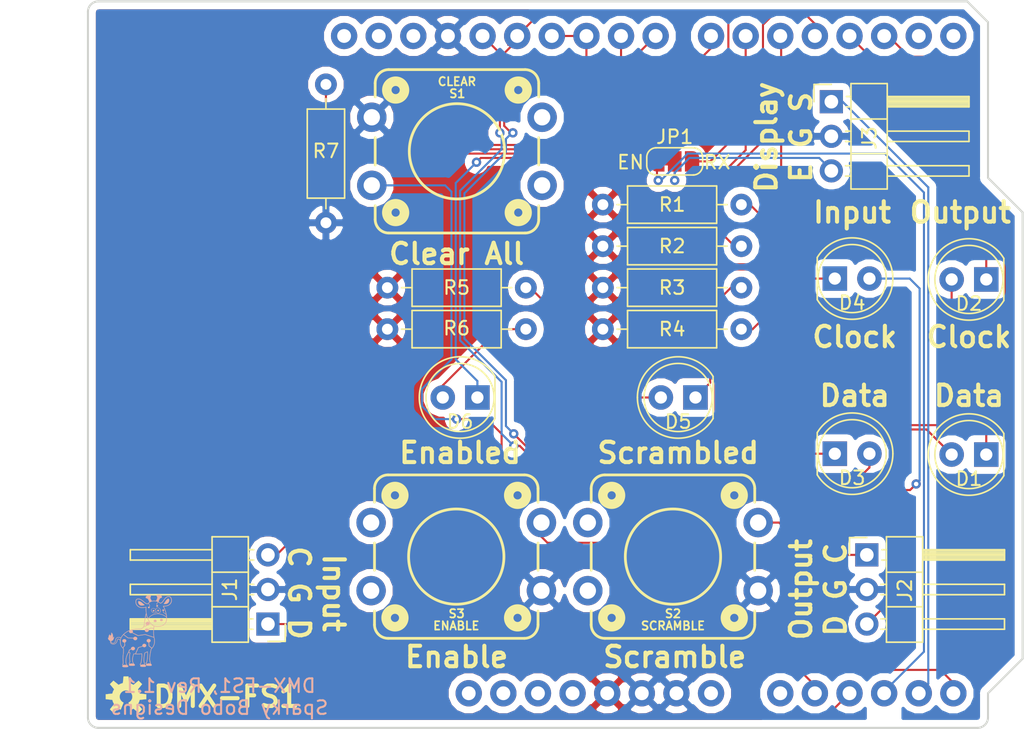
<source format=kicad_pcb>
(kicad_pcb (version 20171130) (host pcbnew "(5.1.12)-1")

  (general
    (thickness 1.6)
    (drawings 48)
    (tracks 233)
    (zones 0)
    (modules 23)
    (nets 37)
  )

  (page A4)
  (title_block
    (title "DMX Demonstrator - Frame Scrambler (DMX-FS1)")
    (date 2023-12-24)
    (rev 1.1)
    (company "Sparky Bobo Designs")
    (comment 2 "Designed by: SparkyBobo")
    (comment 3 "https://creativecommons.org/licenses/by-sa/4.0/ ")
    (comment 4 "Released under the Creative Commons Attribution Share-Alike 4.0 License")
  )

  (layers
    (0 F.Cu signal)
    (31 B.Cu signal)
    (32 B.Adhes user)
    (33 F.Adhes user)
    (34 B.Paste user)
    (35 F.Paste user)
    (36 B.SilkS user)
    (37 F.SilkS user)
    (38 B.Mask user)
    (39 F.Mask user)
    (40 Dwgs.User user hide)
    (41 Cmts.User user hide)
    (42 Eco1.User user)
    (43 Eco2.User user)
    (44 Edge.Cuts user)
    (45 Margin user)
    (46 B.CrtYd user hide)
    (47 F.CrtYd user hide)
    (48 B.Fab user hide)
    (49 F.Fab user hide)
  )

  (setup
    (last_trace_width 0.1524)
    (trace_clearance 0.1524)
    (zone_clearance 0.508)
    (zone_45_only no)
    (trace_min 0.1524)
    (via_size 0.6858)
    (via_drill 0.3302)
    (via_min_size 0.508)
    (via_min_drill 0.254)
    (uvia_size 0.6858)
    (uvia_drill 0.3302)
    (uvias_allowed no)
    (uvia_min_size 0.2)
    (uvia_min_drill 0.1)
    (edge_width 0.15)
    (segment_width 0.2)
    (pcb_text_width 0.3)
    (pcb_text_size 1.5 1.5)
    (mod_edge_width 0.15)
    (mod_text_size 1 1)
    (mod_text_width 0.15)
    (pad_size 1.524 1.524)
    (pad_drill 0.762)
    (pad_to_mask_clearance 0.2)
    (aux_axis_origin 0 0)
    (visible_elements 7FFFFFFF)
    (pcbplotparams
      (layerselection 0x010fc_ffffffff)
      (usegerberextensions true)
      (usegerberattributes false)
      (usegerberadvancedattributes false)
      (creategerberjobfile false)
      (excludeedgelayer true)
      (linewidth 0.100000)
      (plotframeref false)
      (viasonmask false)
      (mode 1)
      (useauxorigin false)
      (hpglpennumber 1)
      (hpglpenspeed 20)
      (hpglpendiameter 15.000000)
      (psnegative false)
      (psa4output false)
      (plotreference true)
      (plotvalue false)
      (plotinvisibletext false)
      (padsonsilk false)
      (subtractmaskfromsilk true)
      (outputformat 1)
      (mirror false)
      (drillshape 0)
      (scaleselection 1)
      (outputdirectory "grb/"))
  )

  (net 0 "")
  (net 1 +5V)
  (net 2 /A1)
  (net 3 GND)
  (net 4 "Net-(D6-Pad2)")
  (net 5 "Net-(D5-Pad2)")
  (net 6 "Net-(D4-Pad2)")
  (net 7 "Net-(D1-Pad2)")
  (net 8 "Net-(D2-Pad2)")
  (net 9 "Net-(D3-Pad2)")
  (net 10 "Net-(A1-Pad32)")
  (net 11 "Net-(A1-Pad31)")
  (net 12 "Net-(A1-Pad1)")
  (net 13 "Net-(A1-Pad2)")
  (net 14 "Net-(A1-Pad3)")
  (net 15 "Net-(A1-Pad4)")
  (net 16 "Net-(A1-Pad8)")
  (net 17 "Net-(A1-Pad25)")
  (net 18 /A2)
  (net 19 /A4)
  (net 20 "Net-(A1-Pad15)")
  (net 21 "Net-(A1-Pad16)")
  (net 22 /A5)
  (net 23 /RX)
  (net 24 /RXCLK)
  (net 25 "Net-(A1-Pad30)")
  (net 26 "Net-(A1-Pad9)")
  (net 27 /~DATA_RX)
  (net 28 /~DATA_TX)
  (net 29 /TX)
  (net 30 /TXCLK)
  (net 31 /A3)
  (net 32 /~CLK_RX)
  (net 33 /~CLK_TX)
  (net 34 /~SCRAM)
  (net 35 /~EN)
  (net 36 /EN)

  (net_class Default "This is the default net class."
    (clearance 0.1524)
    (trace_width 0.1524)
    (via_dia 0.6858)
    (via_drill 0.3302)
    (uvia_dia 0.6858)
    (uvia_drill 0.3302)
    (diff_pair_width 0.1524)
    (diff_pair_gap 0.1524)
    (add_net /A1)
    (add_net /A2)
    (add_net /A3)
    (add_net /A4)
    (add_net /A5)
    (add_net /EN)
    (add_net /RX)
    (add_net /RXCLK)
    (add_net /TX)
    (add_net /TXCLK)
    (add_net /~CLK_RX)
    (add_net /~CLK_TX)
    (add_net /~DATA_RX)
    (add_net /~DATA_TX)
    (add_net /~EN)
    (add_net /~SCRAM)
    (add_net GND)
    (add_net "Net-(A1-Pad1)")
    (add_net "Net-(A1-Pad15)")
    (add_net "Net-(A1-Pad16)")
    (add_net "Net-(A1-Pad2)")
    (add_net "Net-(A1-Pad25)")
    (add_net "Net-(A1-Pad3)")
    (add_net "Net-(A1-Pad30)")
    (add_net "Net-(A1-Pad31)")
    (add_net "Net-(A1-Pad32)")
    (add_net "Net-(A1-Pad4)")
    (add_net "Net-(A1-Pad8)")
    (add_net "Net-(A1-Pad9)")
    (add_net "Net-(D1-Pad2)")
    (add_net "Net-(D2-Pad2)")
    (add_net "Net-(D3-Pad2)")
    (add_net "Net-(D4-Pad2)")
    (add_net "Net-(D5-Pad2)")
    (add_net "Net-(D6-Pad2)")
  )

  (net_class Power ""
    (clearance 0.1524)
    (trace_width 0.3048)
    (via_dia 1.27)
    (via_drill 0.635)
    (uvia_dia 1.27)
    (uvia_drill 0.635)
    (diff_pair_width 0.3048)
    (diff_pair_gap 0.3048)
    (add_net +5V)
  )

  (module Resistor_THT:R_Axial_DIN0207_L6.3mm_D2.5mm_P10.16mm_Horizontal (layer F.Cu) (tedit 5AE5139B) (tstamp 6596C792)
    (at 133.7945 69.342 270)
    (descr "Resistor, Axial_DIN0207 series, Axial, Horizontal, pin pitch=10.16mm, 0.25W = 1/4W, length*diameter=6.3*2.5mm^2, http://cdn-reichelt.de/documents/datenblatt/B400/1_4W%23YAG.pdf")
    (tags "Resistor Axial_DIN0207 series Axial Horizontal pin pitch 10.16mm 0.25W = 1/4W length 6.3mm diameter 2.5mm")
    (path /6588B784)
    (fp_text reference R7 (at 4.8895 0) (layer F.SilkS)
      (effects (font (size 1 1) (thickness 0.15)))
    )
    (fp_text value 330 (at 5.08 2.37 270) (layer F.Fab)
      (effects (font (size 1 1) (thickness 0.15)))
    )
    (fp_line (start 11.21 -1.5) (end -1.05 -1.5) (layer F.CrtYd) (width 0.05))
    (fp_line (start 11.21 1.5) (end 11.21 -1.5) (layer F.CrtYd) (width 0.05))
    (fp_line (start -1.05 1.5) (end 11.21 1.5) (layer F.CrtYd) (width 0.05))
    (fp_line (start -1.05 -1.5) (end -1.05 1.5) (layer F.CrtYd) (width 0.05))
    (fp_line (start 9.12 0) (end 8.35 0) (layer F.SilkS) (width 0.12))
    (fp_line (start 1.04 0) (end 1.81 0) (layer F.SilkS) (width 0.12))
    (fp_line (start 8.35 -1.37) (end 1.81 -1.37) (layer F.SilkS) (width 0.12))
    (fp_line (start 8.35 1.37) (end 8.35 -1.37) (layer F.SilkS) (width 0.12))
    (fp_line (start 1.81 1.37) (end 8.35 1.37) (layer F.SilkS) (width 0.12))
    (fp_line (start 1.81 -1.37) (end 1.81 1.37) (layer F.SilkS) (width 0.12))
    (fp_line (start 10.16 0) (end 8.23 0) (layer F.Fab) (width 0.1))
    (fp_line (start 0 0) (end 1.93 0) (layer F.Fab) (width 0.1))
    (fp_line (start 8.23 -1.25) (end 1.93 -1.25) (layer F.Fab) (width 0.1))
    (fp_line (start 8.23 1.25) (end 8.23 -1.25) (layer F.Fab) (width 0.1))
    (fp_line (start 1.93 1.25) (end 8.23 1.25) (layer F.Fab) (width 0.1))
    (fp_line (start 1.93 -1.25) (end 1.93 1.25) (layer F.Fab) (width 0.1))
    (fp_text user %R (at 5.08 0 270) (layer F.Fab)
      (effects (font (size 1 1) (thickness 0.15)))
    )
    (pad 1 thru_hole circle (at 0 0 270) (size 1.6 1.6) (drill 0.8) (layers *.Cu *.Mask)
      (net 17 "Net-(A1-Pad25)"))
    (pad 2 thru_hole oval (at 10.16 0 270) (size 1.6 1.6) (drill 0.8) (layers *.Cu *.Mask)
      (net 3 GND))
    (model ${KISYS3DMOD}/Resistor_THT.3dshapes/R_Axial_DIN0207_L6.3mm_D2.5mm_P10.16mm_Horizontal.wrl
      (at (xyz 0 0 0))
      (scale (xyz 1 1 1))
      (rotate (xyz 0 0 0))
    )
  )

  (module Jumper:SolderJumper-3_P1.3mm_Bridged12_RoundedPad1.0x1.5mm_NumberLabels (layer F.Cu) (tedit 656EBC42) (tstamp 657CF557)
    (at 159.385 74.9935)
    (descr "SMD Solder 3-pad Jumper, 1x1.5mm rounded Pads, 0.3mm gap, pads 1-2 bridged with 1 copper strip, labeled with numbers")
    (tags "solder jumper open")
    (path /656ED5B6)
    (attr virtual)
    (fp_text reference JP1 (at 0 -1.8) (layer F.SilkS)
      (effects (font (size 1 1) (thickness 0.15)))
    )
    (fp_text value EN/RX (at 0 1.9) (layer F.Fab)
      (effects (font (size 1 1) (thickness 0.15)))
    )
    (fp_line (start 2.3 1.25) (end -2.3 1.25) (layer F.CrtYd) (width 0.05))
    (fp_line (start 2.3 1.25) (end 2.3 -1.25) (layer F.CrtYd) (width 0.05))
    (fp_line (start -2.3 -1.25) (end -2.3 1.25) (layer F.CrtYd) (width 0.05))
    (fp_line (start -2.3 -1.25) (end 2.3 -1.25) (layer F.CrtYd) (width 0.05))
    (fp_line (start -1.4 -1) (end 1.4 -1) (layer F.SilkS) (width 0.12))
    (fp_line (start 2.05 -0.3) (end 2.05 0.3) (layer F.SilkS) (width 0.12))
    (fp_line (start 1.4 1) (end -1.4 1) (layer F.SilkS) (width 0.12))
    (fp_line (start -2.05 0.3) (end -2.05 -0.3) (layer F.SilkS) (width 0.12))
    (fp_text user 3 (at 2.6 0) (layer F.SilkS) hide
      (effects (font (size 1 1) (thickness 0.15)))
    )
    (fp_text user 1 (at -2.6 0) (layer F.SilkS) hide
      (effects (font (size 1 1) (thickness 0.15)))
    )
    (fp_arc (start 1.35 -0.3) (end 2.05 -0.3) (angle -90) (layer F.SilkS) (width 0.12))
    (fp_arc (start 1.35 0.3) (end 1.35 1) (angle -90) (layer F.SilkS) (width 0.12))
    (fp_arc (start -1.35 0.3) (end -2.05 0.3) (angle -90) (layer F.SilkS) (width 0.12))
    (fp_arc (start -1.35 -0.3) (end -1.35 -1) (angle -90) (layer F.SilkS) (width 0.12))
    (pad 1 smd custom (at -1.3 0) (size 1 0.5) (layers F.Cu F.Mask)
      (net 31 /A3) (zone_connect 0)
      (options (clearance outline) (anchor rect))
      (primitives
        (gr_circle (center 0 0.25) (end 0.5 0.25) (width 0))
        (gr_circle (center 0 -0.25) (end 0.5 -0.25) (width 0))
        (gr_poly (pts
           (xy 0.55 -0.75) (xy 0 -0.75) (xy 0 0.75) (xy 0.55 0.75)) (width 0))
        (gr_poly (pts
           (xy 0.4 -0.3) (xy 0.9 -0.3) (xy 0.9 0.3) (xy 0.4 0.3)) (width 0))
      ))
    (pad 3 smd custom (at 1.3 0) (size 1 0.5) (layers F.Cu F.Mask)
      (net 23 /RX) (zone_connect 0)
      (options (clearance outline) (anchor rect))
      (primitives
        (gr_circle (center 0 0.25) (end 0.5 0.25) (width 0))
        (gr_circle (center 0 -0.25) (end 0.5 -0.25) (width 0))
        (gr_poly (pts
           (xy -0.55 -0.75) (xy 0 -0.75) (xy 0 0.75) (xy -0.55 0.75)) (width 0))
      ))
    (pad 2 smd rect (at 0 0) (size 1 1.5) (layers F.Cu F.Mask)
      (net 36 /EN))
  )

  (module Connector_PinHeader_2.54mm:PinHeader_1x03_P2.54mm_Horizontal (layer F.Cu) (tedit 59FED5CB) (tstamp 656C2AA2)
    (at 170.8785 70.612)
    (descr "Through hole angled pin header, 1x03, 2.54mm pitch, 6mm pin length, single row")
    (tags "Through hole angled pin header THT 1x03 2.54mm single row")
    (path /65705B57)
    (fp_text reference J3 (at 2.794 2.667 90) (layer F.SilkS)
      (effects (font (size 1 1) (thickness 0.15)))
    )
    (fp_text value Display (at 4.385 7.35) (layer F.Fab)
      (effects (font (size 1 1) (thickness 0.15)))
    )
    (fp_line (start 10.55 -1.8) (end -1.8 -1.8) (layer F.CrtYd) (width 0.05))
    (fp_line (start 10.55 6.85) (end 10.55 -1.8) (layer F.CrtYd) (width 0.05))
    (fp_line (start -1.8 6.85) (end 10.55 6.85) (layer F.CrtYd) (width 0.05))
    (fp_line (start -1.8 -1.8) (end -1.8 6.85) (layer F.CrtYd) (width 0.05))
    (fp_line (start -1.27 -1.27) (end 0 -1.27) (layer F.SilkS) (width 0.12))
    (fp_line (start -1.27 0) (end -1.27 -1.27) (layer F.SilkS) (width 0.12))
    (fp_line (start 1.042929 5.46) (end 1.44 5.46) (layer F.SilkS) (width 0.12))
    (fp_line (start 1.042929 4.7) (end 1.44 4.7) (layer F.SilkS) (width 0.12))
    (fp_line (start 10.1 5.46) (end 4.1 5.46) (layer F.SilkS) (width 0.12))
    (fp_line (start 10.1 4.7) (end 10.1 5.46) (layer F.SilkS) (width 0.12))
    (fp_line (start 4.1 4.7) (end 10.1 4.7) (layer F.SilkS) (width 0.12))
    (fp_line (start 1.44 3.81) (end 4.1 3.81) (layer F.SilkS) (width 0.12))
    (fp_line (start 1.042929 2.92) (end 1.44 2.92) (layer F.SilkS) (width 0.12))
    (fp_line (start 1.042929 2.16) (end 1.44 2.16) (layer F.SilkS) (width 0.12))
    (fp_line (start 10.1 2.92) (end 4.1 2.92) (layer F.SilkS) (width 0.12))
    (fp_line (start 10.1 2.16) (end 10.1 2.92) (layer F.SilkS) (width 0.12))
    (fp_line (start 4.1 2.16) (end 10.1 2.16) (layer F.SilkS) (width 0.12))
    (fp_line (start 1.44 1.27) (end 4.1 1.27) (layer F.SilkS) (width 0.12))
    (fp_line (start 1.11 0.38) (end 1.44 0.38) (layer F.SilkS) (width 0.12))
    (fp_line (start 1.11 -0.38) (end 1.44 -0.38) (layer F.SilkS) (width 0.12))
    (fp_line (start 4.1 0.28) (end 10.1 0.28) (layer F.SilkS) (width 0.12))
    (fp_line (start 4.1 0.16) (end 10.1 0.16) (layer F.SilkS) (width 0.12))
    (fp_line (start 4.1 0.04) (end 10.1 0.04) (layer F.SilkS) (width 0.12))
    (fp_line (start 4.1 -0.08) (end 10.1 -0.08) (layer F.SilkS) (width 0.12))
    (fp_line (start 4.1 -0.2) (end 10.1 -0.2) (layer F.SilkS) (width 0.12))
    (fp_line (start 4.1 -0.32) (end 10.1 -0.32) (layer F.SilkS) (width 0.12))
    (fp_line (start 10.1 0.38) (end 4.1 0.38) (layer F.SilkS) (width 0.12))
    (fp_line (start 10.1 -0.38) (end 10.1 0.38) (layer F.SilkS) (width 0.12))
    (fp_line (start 4.1 -0.38) (end 10.1 -0.38) (layer F.SilkS) (width 0.12))
    (fp_line (start 4.1 -1.33) (end 1.44 -1.33) (layer F.SilkS) (width 0.12))
    (fp_line (start 4.1 6.41) (end 4.1 -1.33) (layer F.SilkS) (width 0.12))
    (fp_line (start 1.44 6.41) (end 4.1 6.41) (layer F.SilkS) (width 0.12))
    (fp_line (start 1.44 -1.33) (end 1.44 6.41) (layer F.SilkS) (width 0.12))
    (fp_line (start 4.04 5.4) (end 10.04 5.4) (layer F.Fab) (width 0.1))
    (fp_line (start 10.04 4.76) (end 10.04 5.4) (layer F.Fab) (width 0.1))
    (fp_line (start 4.04 4.76) (end 10.04 4.76) (layer F.Fab) (width 0.1))
    (fp_line (start -0.32 5.4) (end 1.5 5.4) (layer F.Fab) (width 0.1))
    (fp_line (start -0.32 4.76) (end -0.32 5.4) (layer F.Fab) (width 0.1))
    (fp_line (start -0.32 4.76) (end 1.5 4.76) (layer F.Fab) (width 0.1))
    (fp_line (start 4.04 2.86) (end 10.04 2.86) (layer F.Fab) (width 0.1))
    (fp_line (start 10.04 2.22) (end 10.04 2.86) (layer F.Fab) (width 0.1))
    (fp_line (start 4.04 2.22) (end 10.04 2.22) (layer F.Fab) (width 0.1))
    (fp_line (start -0.32 2.86) (end 1.5 2.86) (layer F.Fab) (width 0.1))
    (fp_line (start -0.32 2.22) (end -0.32 2.86) (layer F.Fab) (width 0.1))
    (fp_line (start -0.32 2.22) (end 1.5 2.22) (layer F.Fab) (width 0.1))
    (fp_line (start 4.04 0.32) (end 10.04 0.32) (layer F.Fab) (width 0.1))
    (fp_line (start 10.04 -0.32) (end 10.04 0.32) (layer F.Fab) (width 0.1))
    (fp_line (start 4.04 -0.32) (end 10.04 -0.32) (layer F.Fab) (width 0.1))
    (fp_line (start -0.32 0.32) (end 1.5 0.32) (layer F.Fab) (width 0.1))
    (fp_line (start -0.32 -0.32) (end -0.32 0.32) (layer F.Fab) (width 0.1))
    (fp_line (start -0.32 -0.32) (end 1.5 -0.32) (layer F.Fab) (width 0.1))
    (fp_line (start 1.5 -0.635) (end 2.135 -1.27) (layer F.Fab) (width 0.1))
    (fp_line (start 1.5 6.35) (end 1.5 -0.635) (layer F.Fab) (width 0.1))
    (fp_line (start 4.04 6.35) (end 1.5 6.35) (layer F.Fab) (width 0.1))
    (fp_line (start 4.04 -1.27) (end 4.04 6.35) (layer F.Fab) (width 0.1))
    (fp_line (start 2.135 -1.27) (end 4.04 -1.27) (layer F.Fab) (width 0.1))
    (fp_text user %R (at 2.77 2.54 90) (layer F.Fab)
      (effects (font (size 1 1) (thickness 0.15)))
    )
    (pad 1 thru_hole rect (at 0 0) (size 1.7 1.7) (drill 1) (layers *.Cu *.Mask)
      (net 19 /A4))
    (pad 2 thru_hole oval (at 0 2.54) (size 1.7 1.7) (drill 1) (layers *.Cu *.Mask)
      (net 3 GND))
    (pad 3 thru_hole oval (at 0 5.08) (size 1.7 1.7) (drill 1) (layers *.Cu *.Mask)
      (net 36 /EN))
    (model ${KISYS3DMOD}/Connector_PinHeader_2.54mm.3dshapes/PinHeader_1x03_P2.54mm_Horizontal.wrl
      (at (xyz 0 0 0))
      (scale (xyz 1 1 1))
      (rotate (xyz 0 0 0))
    )
  )

  (module LED_THT:LED_D5.0mm (layer F.Cu) (tedit 5995936A) (tstamp 656BE6B9)
    (at 144.907 92.329 180)
    (descr "LED, diameter 5.0mm, 2 pins, http://cdn-reichelt.de/documents/datenblatt/A500/LL-504BC2E-009.pdf")
    (tags "LED diameter 5.0mm 2 pins")
    (path /656E39B9)
    (fp_text reference D6 (at 1.27 -1.778 180) (layer F.SilkS)
      (effects (font (size 1 1) (thickness 0.15)))
    )
    (fp_text value DIM1 (at 1.27 3.96 180) (layer F.Fab)
      (effects (font (size 1 1) (thickness 0.15)))
    )
    (fp_line (start 4.5 -3.25) (end -1.95 -3.25) (layer F.CrtYd) (width 0.05))
    (fp_line (start 4.5 3.25) (end 4.5 -3.25) (layer F.CrtYd) (width 0.05))
    (fp_line (start -1.95 3.25) (end 4.5 3.25) (layer F.CrtYd) (width 0.05))
    (fp_line (start -1.95 -3.25) (end -1.95 3.25) (layer F.CrtYd) (width 0.05))
    (fp_line (start -1.29 -1.545) (end -1.29 1.545) (layer F.SilkS) (width 0.12))
    (fp_line (start -1.23 -1.469694) (end -1.23 1.469694) (layer F.Fab) (width 0.1))
    (fp_circle (center 1.27 0) (end 3.77 0) (layer F.SilkS) (width 0.12))
    (fp_circle (center 1.27 0) (end 3.77 0) (layer F.Fab) (width 0.1))
    (fp_arc (start 1.27 0) (end -1.23 -1.469694) (angle 299.1) (layer F.Fab) (width 0.1))
    (fp_arc (start 1.27 0) (end -1.29 -1.54483) (angle 148.9) (layer F.SilkS) (width 0.12))
    (fp_arc (start 1.27 0) (end -1.29 1.54483) (angle -148.9) (layer F.SilkS) (width 0.12))
    (fp_text user %R (at 1.25 0 180) (layer F.Fab)
      (effects (font (size 0.8 0.8) (thickness 0.2)))
    )
    (pad 1 thru_hole rect (at 0 0 180) (size 1.8 1.8) (drill 0.9) (layers *.Cu *.Mask)
      (net 35 /~EN))
    (pad 2 thru_hole circle (at 2.54 0 180) (size 1.8 1.8) (drill 0.9) (layers *.Cu *.Mask)
      (net 4 "Net-(D6-Pad2)"))
    (model ${KISYS3DMOD}/LED_THT.3dshapes/LED_D5.0mm.wrl
      (at (xyz 0 0 0))
      (scale (xyz 1 1 1))
      (rotate (xyz 0 0 0))
    )
  )

  (module Resistor_THT:R_Axial_DIN0207_L6.3mm_D2.5mm_P10.16mm_Horizontal (layer F.Cu) (tedit 5AE5139B) (tstamp 656BE5F7)
    (at 138.303 87.3125)
    (descr "Resistor, Axial_DIN0207 series, Axial, Horizontal, pin pitch=10.16mm, 0.25W = 1/4W, length*diameter=6.3*2.5mm^2, http://cdn-reichelt.de/documents/datenblatt/B400/1_4W%23YAG.pdf")
    (tags "Resistor Axial_DIN0207 series Axial Horizontal pin pitch 10.16mm 0.25W = 1/4W length 6.3mm diameter 2.5mm")
    (path /656E39B2)
    (fp_text reference R6 (at 5.08 -0.0635) (layer F.SilkS)
      (effects (font (size 1 1) (thickness 0.15)))
    )
    (fp_text value 330 (at 5.08 2.37) (layer F.Fab)
      (effects (font (size 1 1) (thickness 0.15)))
    )
    (fp_line (start 11.21 -1.5) (end -1.05 -1.5) (layer F.CrtYd) (width 0.05))
    (fp_line (start 11.21 1.5) (end 11.21 -1.5) (layer F.CrtYd) (width 0.05))
    (fp_line (start -1.05 1.5) (end 11.21 1.5) (layer F.CrtYd) (width 0.05))
    (fp_line (start -1.05 -1.5) (end -1.05 1.5) (layer F.CrtYd) (width 0.05))
    (fp_line (start 9.12 0) (end 8.35 0) (layer F.SilkS) (width 0.12))
    (fp_line (start 1.04 0) (end 1.81 0) (layer F.SilkS) (width 0.12))
    (fp_line (start 8.35 -1.37) (end 1.81 -1.37) (layer F.SilkS) (width 0.12))
    (fp_line (start 8.35 1.37) (end 8.35 -1.37) (layer F.SilkS) (width 0.12))
    (fp_line (start 1.81 1.37) (end 8.35 1.37) (layer F.SilkS) (width 0.12))
    (fp_line (start 1.81 -1.37) (end 1.81 1.37) (layer F.SilkS) (width 0.12))
    (fp_line (start 10.16 0) (end 8.23 0) (layer F.Fab) (width 0.1))
    (fp_line (start 0 0) (end 1.93 0) (layer F.Fab) (width 0.1))
    (fp_line (start 8.23 -1.25) (end 1.93 -1.25) (layer F.Fab) (width 0.1))
    (fp_line (start 8.23 1.25) (end 8.23 -1.25) (layer F.Fab) (width 0.1))
    (fp_line (start 1.93 1.25) (end 8.23 1.25) (layer F.Fab) (width 0.1))
    (fp_line (start 1.93 -1.25) (end 1.93 1.25) (layer F.Fab) (width 0.1))
    (fp_text user %R (at 5.08 0) (layer F.Fab)
      (effects (font (size 1 1) (thickness 0.15)))
    )
    (pad 1 thru_hole circle (at 0 0) (size 1.6 1.6) (drill 0.8) (layers *.Cu *.Mask)
      (net 1 +5V))
    (pad 2 thru_hole oval (at 10.16 0) (size 1.6 1.6) (drill 0.8) (layers *.Cu *.Mask)
      (net 4 "Net-(D6-Pad2)"))
    (model ${KISYS3DMOD}/Resistor_THT.3dshapes/R_Axial_DIN0207_L6.3mm_D2.5mm_P10.16mm_Horizontal.wrl
      (at (xyz 0 0 0))
      (scale (xyz 1 1 1))
      (rotate (xyz 0 0 0))
    )
  )

  (module Connector_PinHeader_2.54mm:PinHeader_1x03_P2.54mm_Horizontal (layer F.Cu) (tedit 59FED5CB) (tstamp 656BC4FF)
    (at 173.482 103.886)
    (descr "Through hole angled pin header, 1x03, 2.54mm pitch, 6mm pin length, single row")
    (tags "Through hole angled pin header THT 1x03 2.54mm single row")
    (path /5F3037EB)
    (fp_text reference J2 (at 2.794 2.6035 270) (layer F.SilkS)
      (effects (font (size 1 1) (thickness 0.15)))
    )
    (fp_text value Output (at 4.385 7.35) (layer F.Fab)
      (effects (font (size 1 1) (thickness 0.15)))
    )
    (fp_line (start 10.55 -1.8) (end -1.8 -1.8) (layer F.CrtYd) (width 0.05))
    (fp_line (start 10.55 6.85) (end 10.55 -1.8) (layer F.CrtYd) (width 0.05))
    (fp_line (start -1.8 6.85) (end 10.55 6.85) (layer F.CrtYd) (width 0.05))
    (fp_line (start -1.8 -1.8) (end -1.8 6.85) (layer F.CrtYd) (width 0.05))
    (fp_line (start -1.27 -1.27) (end 0 -1.27) (layer F.SilkS) (width 0.12))
    (fp_line (start -1.27 0) (end -1.27 -1.27) (layer F.SilkS) (width 0.12))
    (fp_line (start 1.042929 5.46) (end 1.44 5.46) (layer F.SilkS) (width 0.12))
    (fp_line (start 1.042929 4.7) (end 1.44 4.7) (layer F.SilkS) (width 0.12))
    (fp_line (start 10.1 5.46) (end 4.1 5.46) (layer F.SilkS) (width 0.12))
    (fp_line (start 10.1 4.7) (end 10.1 5.46) (layer F.SilkS) (width 0.12))
    (fp_line (start 4.1 4.7) (end 10.1 4.7) (layer F.SilkS) (width 0.12))
    (fp_line (start 1.44 3.81) (end 4.1 3.81) (layer F.SilkS) (width 0.12))
    (fp_line (start 1.042929 2.92) (end 1.44 2.92) (layer F.SilkS) (width 0.12))
    (fp_line (start 1.042929 2.16) (end 1.44 2.16) (layer F.SilkS) (width 0.12))
    (fp_line (start 10.1 2.92) (end 4.1 2.92) (layer F.SilkS) (width 0.12))
    (fp_line (start 10.1 2.16) (end 10.1 2.92) (layer F.SilkS) (width 0.12))
    (fp_line (start 4.1 2.16) (end 10.1 2.16) (layer F.SilkS) (width 0.12))
    (fp_line (start 1.44 1.27) (end 4.1 1.27) (layer F.SilkS) (width 0.12))
    (fp_line (start 1.11 0.38) (end 1.44 0.38) (layer F.SilkS) (width 0.12))
    (fp_line (start 1.11 -0.38) (end 1.44 -0.38) (layer F.SilkS) (width 0.12))
    (fp_line (start 4.1 0.28) (end 10.1 0.28) (layer F.SilkS) (width 0.12))
    (fp_line (start 4.1 0.16) (end 10.1 0.16) (layer F.SilkS) (width 0.12))
    (fp_line (start 4.1 0.04) (end 10.1 0.04) (layer F.SilkS) (width 0.12))
    (fp_line (start 4.1 -0.08) (end 10.1 -0.08) (layer F.SilkS) (width 0.12))
    (fp_line (start 4.1 -0.2) (end 10.1 -0.2) (layer F.SilkS) (width 0.12))
    (fp_line (start 4.1 -0.32) (end 10.1 -0.32) (layer F.SilkS) (width 0.12))
    (fp_line (start 10.1 0.38) (end 4.1 0.38) (layer F.SilkS) (width 0.12))
    (fp_line (start 10.1 -0.38) (end 10.1 0.38) (layer F.SilkS) (width 0.12))
    (fp_line (start 4.1 -0.38) (end 10.1 -0.38) (layer F.SilkS) (width 0.12))
    (fp_line (start 4.1 -1.33) (end 1.44 -1.33) (layer F.SilkS) (width 0.12))
    (fp_line (start 4.1 6.41) (end 4.1 -1.33) (layer F.SilkS) (width 0.12))
    (fp_line (start 1.44 6.41) (end 4.1 6.41) (layer F.SilkS) (width 0.12))
    (fp_line (start 1.44 -1.33) (end 1.44 6.41) (layer F.SilkS) (width 0.12))
    (fp_line (start 4.04 5.4) (end 10.04 5.4) (layer F.Fab) (width 0.1))
    (fp_line (start 10.04 4.76) (end 10.04 5.4) (layer F.Fab) (width 0.1))
    (fp_line (start 4.04 4.76) (end 10.04 4.76) (layer F.Fab) (width 0.1))
    (fp_line (start -0.32 5.4) (end 1.5 5.4) (layer F.Fab) (width 0.1))
    (fp_line (start -0.32 4.76) (end -0.32 5.4) (layer F.Fab) (width 0.1))
    (fp_line (start -0.32 4.76) (end 1.5 4.76) (layer F.Fab) (width 0.1))
    (fp_line (start 4.04 2.86) (end 10.04 2.86) (layer F.Fab) (width 0.1))
    (fp_line (start 10.04 2.22) (end 10.04 2.86) (layer F.Fab) (width 0.1))
    (fp_line (start 4.04 2.22) (end 10.04 2.22) (layer F.Fab) (width 0.1))
    (fp_line (start -0.32 2.86) (end 1.5 2.86) (layer F.Fab) (width 0.1))
    (fp_line (start -0.32 2.22) (end -0.32 2.86) (layer F.Fab) (width 0.1))
    (fp_line (start -0.32 2.22) (end 1.5 2.22) (layer F.Fab) (width 0.1))
    (fp_line (start 4.04 0.32) (end 10.04 0.32) (layer F.Fab) (width 0.1))
    (fp_line (start 10.04 -0.32) (end 10.04 0.32) (layer F.Fab) (width 0.1))
    (fp_line (start 4.04 -0.32) (end 10.04 -0.32) (layer F.Fab) (width 0.1))
    (fp_line (start -0.32 0.32) (end 1.5 0.32) (layer F.Fab) (width 0.1))
    (fp_line (start -0.32 -0.32) (end -0.32 0.32) (layer F.Fab) (width 0.1))
    (fp_line (start -0.32 -0.32) (end 1.5 -0.32) (layer F.Fab) (width 0.1))
    (fp_line (start 1.5 -0.635) (end 2.135 -1.27) (layer F.Fab) (width 0.1))
    (fp_line (start 1.5 6.35) (end 1.5 -0.635) (layer F.Fab) (width 0.1))
    (fp_line (start 4.04 6.35) (end 1.5 6.35) (layer F.Fab) (width 0.1))
    (fp_line (start 4.04 -1.27) (end 4.04 6.35) (layer F.Fab) (width 0.1))
    (fp_line (start 2.135 -1.27) (end 4.04 -1.27) (layer F.Fab) (width 0.1))
    (fp_text user %R (at 2.77 2.54 90) (layer F.Fab)
      (effects (font (size 1 1) (thickness 0.15)))
    )
    (pad 1 thru_hole rect (at 0 0) (size 1.7 1.7) (drill 1) (layers *.Cu *.Mask)
      (net 24 /RXCLK))
    (pad 2 thru_hole oval (at 0 2.54) (size 1.7 1.7) (drill 1) (layers *.Cu *.Mask)
      (net 3 GND))
    (pad 3 thru_hole oval (at 0 5.08) (size 1.7 1.7) (drill 1) (layers *.Cu *.Mask)
      (net 23 /RX))
    (model ${KISYS3DMOD}/Connector_PinHeader_2.54mm.3dshapes/PinHeader_1x03_P2.54mm_Horizontal.wrl
      (at (xyz 0 0 0))
      (scale (xyz 1 1 1))
      (rotate (xyz 0 0 0))
    )
  )

  (module footprints:ARDUINO_R3_NO_HOLES (layer F.Cu) (tedit 5FA36CC6) (tstamp 5FA70673)
    (at 150.622 89.916)
    (descr "ARDUINO UNO R3 FOOTPRINT")
    (tags "ARDUINO UNO R3 FOOTPRINT")
    (path /5F3035A0)
    (attr virtual)
    (fp_text reference A1 (at -32.766 -25.908) (layer F.SilkS) hide
      (effects (font (size 0.6096 0.6096) (thickness 0.127)))
    )
    (fp_text value Arduino_UNO_R3 (at -29.718 -24.892) (layer F.SilkS) hide
      (effects (font (size 0.6096 0.6096) (thickness 0.127)))
    )
    (fp_circle (center -19.05 -24.13) (end -19.05 -25.15362) (layer Dwgs.User) (width 0.127))
    (fp_circle (center 31.75 -8.89) (end 31.75 -9.91362) (layer Dwgs.User) (width 0.127))
    (fp_circle (center 31.75 19.05) (end 31.75 18.02638) (layer Dwgs.User) (width 0.127))
    (fp_circle (center -20.32 24.13) (end -20.32 23.10638) (layer Dwgs.User) (width 0.127))
    (fp_line (start -22.86 23.495) (end -36.195 23.495) (layer Dwgs.User) (width 0.2032))
    (fp_line (start -22.86 14.605) (end -22.86 23.495) (layer Dwgs.User) (width 0.2032))
    (fp_line (start -36.195 14.605) (end -22.86 14.605) (layer Dwgs.User) (width 0.2032))
    (fp_line (start -36.195 23.495) (end -36.195 14.605) (layer Dwgs.User) (width 0.2032))
    (fp_line (start -40.64 -5.715) (end -40.64 -17.145) (layer Dwgs.User) (width 0.2032))
    (fp_line (start -24.765 -5.715) (end -40.64 -5.715) (layer Dwgs.User) (width 0.2032))
    (fp_line (start -24.765 -17.145) (end -24.765 -5.715) (layer Dwgs.User) (width 0.2032))
    (fp_line (start -40.64 -17.145) (end -24.765 -17.145) (layer Dwgs.User) (width 0.2032))
    (fp_line (start 31.75 26.67) (end -34.29 26.67) (layer Dwgs.User) (width 0.2032))
    (fp_line (start 31.75 24.13) (end 31.75 26.67) (layer Dwgs.User) (width 0.2032))
    (fp_line (start 34.29 21.59) (end 31.75 24.13) (layer Dwgs.User) (width 0.2032))
    (fp_line (start 34.29 -11.176) (end 34.29 21.59) (layer Dwgs.User) (width 0.2032))
    (fp_line (start 31.75 -13.716) (end 34.29 -11.176) (layer Dwgs.User) (width 0.2032))
    (fp_line (start 31.75 -25.146) (end 31.75 -13.716) (layer Dwgs.User) (width 0.2032))
    (fp_line (start 30.226 -26.67) (end 31.75 -25.146) (layer Dwgs.User) (width 0.2032))
    (fp_line (start -34.29 -26.67) (end 30.226 -26.67) (layer Dwgs.User) (width 0.2032))
    (fp_line (start -34.29 26.67) (end -34.29 -26.67) (layer Dwgs.User) (width 0.2032))
    (fp_text user SCL (at -15.5194 -20.5232 90) (layer Dwgs.User)
      (effects (font (size 0.8128 0.8128) (thickness 0.127)))
    )
    (fp_text user SDA (at -12.9794 -20.5232 90) (layer Dwgs.User)
      (effects (font (size 0.8128 0.8128) (thickness 0.127)))
    )
    (fp_text user AREF (at -10.4394 -20.9296 90) (layer Dwgs.User)
      (effects (font (size 0.8128 0.8128) (thickness 0.127)))
    )
    (fp_text user GND (at -7.8994 -20.5232 90) (layer Dwgs.User)
      (effects (font (size 0.8128 0.8128) (thickness 0.127)))
    )
    (fp_text user D13 (at -5.3594 -20.5232 90) (layer Dwgs.User)
      (effects (font (size 0.8128 0.8128) (thickness 0.127)))
    )
    (fp_text user D12 (at -2.8194 -20.5232 90) (layer Dwgs.User)
      (effects (font (size 0.8128 0.8128) (thickness 0.127)))
    )
    (fp_text user D11 (at -0.2794 -20.5232 90) (layer Dwgs.User)
      (effects (font (size 0.8128 0.8128) (thickness 0.127)))
    )
    (fp_text user D10 (at 2.2606 -20.5232 90) (layer Dwgs.User)
      (effects (font (size 0.8128 0.8128) (thickness 0.127)))
    )
    (fp_text user D9 (at 4.79806 -20.1168 90) (layer Dwgs.User)
      (effects (font (size 0.8128 0.8128) (thickness 0.127)))
    )
    (fp_text user D8 (at 7.3406 -20.1168 90) (layer Dwgs.User)
      (effects (font (size 0.8128 0.8128) (thickness 0.127)))
    )
    (fp_text user D7 (at 11.4046 -20.1168 90) (layer Dwgs.User)
      (effects (font (size 0.8128 0.8128) (thickness 0.127)))
    )
    (fp_text user D6 (at 13.9446 -20.1168 90) (layer Dwgs.User)
      (effects (font (size 0.8128 0.8128) (thickness 0.127)))
    )
    (fp_text user D5 (at 16.4846 -20.1168 90) (layer Dwgs.User)
      (effects (font (size 0.8128 0.8128) (thickness 0.127)))
    )
    (fp_text user D4 (at 19.0246 -20.1168 90) (layer Dwgs.User)
      (effects (font (size 0.8128 0.8128) (thickness 0.127)))
    )
    (fp_text user D3 (at 21.5646 -20.1168 90) (layer Dwgs.User)
      (effects (font (size 0.8128 0.8128) (thickness 0.127)))
    )
    (fp_text user D2 (at 24.1046 -20.1168 90) (layer Dwgs.User)
      (effects (font (size 0.8128 0.8128) (thickness 0.127)))
    )
    (fp_text user D0/RXI (at 29.05506 -19.2024 90) (layer Dwgs.User)
      (effects (font (size 0.8128 0.8128) (thickness 0.127)))
    )
    (fp_text user D1/TXO (at 26.5176 -19.2024 90) (layer Dwgs.User)
      (effects (font (size 0.8128 0.8128) (thickness 0.127)))
    )
    (fp_text user !RESET! (at -1.6764 20.0152 90) (layer Dwgs.User)
      (effects (font (size 0.8128 0.8128) (thickness 0.127)))
    )
    (fp_text user 3.3V (at 0.8636 21.2344 90) (layer Dwgs.User)
      (effects (font (size 0.8128 0.8128) (thickness 0.127)))
    )
    (fp_text user 5V (at 3.4036 22.0472 90) (layer Dwgs.User)
      (effects (font (size 0.8128 0.8128) (thickness 0.127)))
    )
    (fp_text user GND (at 5.9436 21.6408 90) (layer Dwgs.User)
      (effects (font (size 0.8128 0.8128) (thickness 0.127)))
    )
    (fp_text user GND (at 8.4836 21.6408 90) (layer Dwgs.User)
      (effects (font (size 0.8128 0.8128) (thickness 0.127)))
    )
    (fp_text user VIN (at 11.0236 21.6408 90) (layer Dwgs.User)
      (effects (font (size 0.8128 0.8128) (thickness 0.127)))
    )
    (fp_text user A0 (at 16.1036 22.0472 90) (layer Dwgs.User)
      (effects (font (size 0.8128 0.8128) (thickness 0.127)))
    )
    (fp_text user A1 (at 18.6436 22.0472 90) (layer Dwgs.User)
      (effects (font (size 0.8128 0.8128) (thickness 0.127)))
    )
    (fp_text user A2 (at 21.1836 22.0472 90) (layer Dwgs.User)
      (effects (font (size 0.8128 0.8128) (thickness 0.127)))
    )
    (fp_text user A3 (at 23.7236 22.0472 90) (layer Dwgs.User)
      (effects (font (size 0.8128 0.8128) (thickness 0.127)))
    )
    (fp_text user A4 (at 26.2636 22.0472 90) (layer Dwgs.User)
      (effects (font (size 0.8128 0.8128) (thickness 0.127)))
    )
    (fp_text user A5 (at 28.80106 22.0472 90) (layer Dwgs.User)
      (effects (font (size 0.8128 0.8128) (thickness 0.127)))
    )
    (fp_text user IOREF (at -4.2164 20.828 90) (layer Dwgs.User)
      (effects (font (size 0.8128 0.8128) (thickness 0.127)))
    )
    (pad 4 thru_hole circle (at 1.27 24.13) (size 1.9304 1.9304) (drill 1.016) (layers *.Cu *.Mask)
      (net 15 "Net-(A1-Pad4)") (solder_mask_margin 0.1016))
    (pad 5 thru_hole circle (at 3.81 24.13) (size 1.9304 1.9304) (drill 1.016) (layers *.Cu *.Mask)
      (net 1 +5V) (solder_mask_margin 0.1016))
    (pad 9 thru_hole circle (at 16.51 24.13) (size 1.9304 1.9304) (drill 1.016) (layers *.Cu *.Mask)
      (net 26 "Net-(A1-Pad9)") (solder_mask_margin 0.1016))
    (pad 10 thru_hole circle (at 19.05 24.13) (size 1.9304 1.9304) (drill 1.016) (layers *.Cu *.Mask)
      (net 2 /A1) (solder_mask_margin 0.1016))
    (pad 11 thru_hole circle (at 21.59 24.13) (size 1.9304 1.9304) (drill 1.016) (layers *.Cu *.Mask)
      (net 18 /A2) (solder_mask_margin 0.1016))
    (pad 12 thru_hole circle (at 24.13 24.13) (size 1.9304 1.9304) (drill 1.016) (layers *.Cu *.Mask)
      (net 31 /A3) (solder_mask_margin 0.1016))
    (pad 13 thru_hole circle (at 26.67 24.13) (size 1.9304 1.9304) (drill 1.016) (layers *.Cu *.Mask)
      (net 19 /A4) (solder_mask_margin 0.1016))
    (pad 14 thru_hole circle (at 29.21 24.13) (size 1.9304 1.9304) (drill 1.016) (layers *.Cu *.Mask)
      (net 22 /A5) (solder_mask_margin 0.1016))
    (pad 30 thru_hole circle (at -10.414 -24.13) (size 1.9304 1.9304) (drill 1.016) (layers *.Cu *.Mask)
      (net 25 "Net-(A1-Pad30)") (solder_mask_margin 0.1016))
    (pad 15 thru_hole circle (at 29.21 -24.13) (size 1.9304 1.9304) (drill 1.016) (layers *.Cu *.Mask)
      (net 20 "Net-(A1-Pad15)") (solder_mask_margin 0.1016))
    (pad 16 thru_hole circle (at 26.67 -24.13) (size 1.9304 1.9304) (drill 1.016) (layers *.Cu *.Mask)
      (net 21 "Net-(A1-Pad16)") (solder_mask_margin 0.1016))
    (pad 17 thru_hole circle (at 24.13 -24.13) (size 1.9304 1.9304) (drill 1.016) (layers *.Cu *.Mask)
      (net 27 /~DATA_RX) (solder_mask_margin 0.1016))
    (pad 18 thru_hole circle (at 21.59 -24.13) (size 1.9304 1.9304) (drill 1.016) (layers *.Cu *.Mask)
      (net 32 /~CLK_RX) (solder_mask_margin 0.1016))
    (pad 19 thru_hole circle (at 19.05 -24.13) (size 1.9304 1.9304) (drill 1.016) (layers *.Cu *.Mask)
      (net 28 /~DATA_TX) (solder_mask_margin 0.1016))
    (pad 20 thru_hole circle (at 16.51 -24.13) (size 1.9304 1.9304) (drill 1.016) (layers *.Cu *.Mask)
      (net 33 /~CLK_TX) (solder_mask_margin 0.1016))
    (pad 21 thru_hole circle (at 13.97 -24.13) (size 1.9304 1.9304) (drill 1.016) (layers *.Cu *.Mask)
      (net 34 /~SCRAM) (solder_mask_margin 0.1016))
    (pad 22 thru_hole circle (at 11.43 -24.13) (size 1.9304 1.9304) (drill 1.016) (layers *.Cu *.Mask)
      (net 35 /~EN) (solder_mask_margin 0.1016))
    (pad 23 thru_hole circle (at 7.366 -24.13) (size 1.9304 1.9304) (drill 1.016) (layers *.Cu *.Mask)
      (net 29 /TX) (solder_mask_margin 0.1016))
    (pad 24 thru_hole circle (at 4.826 -24.13) (size 1.9304 1.9304) (drill 1.016) (layers *.Cu *.Mask)
      (net 30 /TXCLK) (solder_mask_margin 0.1016))
    (pad 25 thru_hole circle (at 2.286 -24.13) (size 1.9304 1.9304) (drill 1.016) (layers *.Cu *.Mask)
      (net 17 "Net-(A1-Pad25)") (solder_mask_margin 0.1016))
    (pad 26 thru_hole circle (at -0.254 -24.13) (size 1.9304 1.9304) (drill 1.016) (layers *.Cu *.Mask)
      (net 17 "Net-(A1-Pad25)") (solder_mask_margin 0.1016))
    (pad 27 thru_hole circle (at -2.794 -24.13) (size 1.9304 1.9304) (drill 1.016) (layers *.Cu *.Mask)
      (net 23 /RX) (solder_mask_margin 0.1016))
    (pad 28 thru_hole circle (at -5.334 -24.13) (size 1.9304 1.9304) (drill 1.016) (layers *.Cu *.Mask)
      (net 24 /RXCLK) (solder_mask_margin 0.1016))
    (pad 6 thru_hole circle (at 6.35 24.13) (size 1.9304 1.9304) (drill 1.016) (layers *.Cu *.Mask)
      (net 3 GND) (solder_mask_margin 0.1016))
    (pad 7 thru_hole circle (at 8.89 24.13) (size 1.9304 1.9304) (drill 1.016) (layers *.Cu *.Mask)
      (net 3 GND) (solder_mask_margin 0.1016))
    (pad 29 thru_hole circle (at -7.874 -24.13) (size 1.9304 1.9304) (drill 1.016) (layers *.Cu *.Mask)
      (net 3 GND) (solder_mask_margin 0.1016))
    (pad 2 thru_hole circle (at -3.81 24.13) (size 1.9304 1.9304) (drill 1.016) (layers *.Cu *.Mask)
      (net 13 "Net-(A1-Pad2)") (solder_mask_margin 0.1016))
    (pad 1 thru_hole circle (at -6.35 24.13) (size 1.9304 1.9304) (drill 1.016) (layers *.Cu *.Mask)
      (net 12 "Net-(A1-Pad1)") (solder_mask_margin 0.1016))
    (pad 3 thru_hole circle (at -1.27 24.13) (size 1.9304 1.9304) (drill 1.016) (layers *.Cu *.Mask)
      (net 14 "Net-(A1-Pad3)") (solder_mask_margin 0.1016))
    (pad 32 thru_hole circle (at -15.494 -24.13) (size 1.9304 1.9304) (drill 1.016) (layers *.Cu *.Mask)
      (net 10 "Net-(A1-Pad32)") (solder_mask_margin 0.1016))
    (pad 31 thru_hole circle (at -12.954 -24.13) (size 1.9304 1.9304) (drill 1.016) (layers *.Cu *.Mask)
      (net 11 "Net-(A1-Pad31)") (solder_mask_margin 0.1016))
    (pad 8 thru_hole circle (at 11.43 24.13) (size 1.9304 1.9304) (drill 1.016) (layers *.Cu *.Mask)
      (net 16 "Net-(A1-Pad8)") (solder_mask_margin 0.1016))
  )

  (module Resistor_THT:R_Axial_DIN0207_L6.3mm_D2.5mm_P10.16mm_Horizontal (layer F.Cu) (tedit 5AE5139B) (tstamp 5F6A106B)
    (at 154.1145 81.2165)
    (descr "Resistor, Axial_DIN0207 series, Axial, Horizontal, pin pitch=10.16mm, 0.25W = 1/4W, length*diameter=6.3*2.5mm^2, http://cdn-reichelt.de/documents/datenblatt/B400/1_4W%23YAG.pdf")
    (tags "Resistor Axial_DIN0207 series Axial Horizontal pin pitch 10.16mm 0.25W = 1/4W length 6.3mm diameter 2.5mm")
    (path /5F3048F0)
    (fp_text reference R2 (at 5.08 0) (layer F.SilkS)
      (effects (font (size 1 1) (thickness 0.15)))
    )
    (fp_text value 330 (at 5.08 -0.508) (layer F.Fab)
      (effects (font (size 1 1) (thickness 0.15)))
    )
    (fp_line (start 1.93 -1.25) (end 1.93 1.25) (layer F.Fab) (width 0.1))
    (fp_line (start 1.93 1.25) (end 8.23 1.25) (layer F.Fab) (width 0.1))
    (fp_line (start 8.23 1.25) (end 8.23 -1.25) (layer F.Fab) (width 0.1))
    (fp_line (start 8.23 -1.25) (end 1.93 -1.25) (layer F.Fab) (width 0.1))
    (fp_line (start 0 0) (end 1.93 0) (layer F.Fab) (width 0.1))
    (fp_line (start 10.16 0) (end 8.23 0) (layer F.Fab) (width 0.1))
    (fp_line (start 1.81 -1.37) (end 1.81 1.37) (layer F.SilkS) (width 0.12))
    (fp_line (start 1.81 1.37) (end 8.35 1.37) (layer F.SilkS) (width 0.12))
    (fp_line (start 8.35 1.37) (end 8.35 -1.37) (layer F.SilkS) (width 0.12))
    (fp_line (start 8.35 -1.37) (end 1.81 -1.37) (layer F.SilkS) (width 0.12))
    (fp_line (start 1.04 0) (end 1.81 0) (layer F.SilkS) (width 0.12))
    (fp_line (start 9.12 0) (end 8.35 0) (layer F.SilkS) (width 0.12))
    (fp_line (start -1.05 -1.5) (end -1.05 1.5) (layer F.CrtYd) (width 0.05))
    (fp_line (start -1.05 1.5) (end 11.21 1.5) (layer F.CrtYd) (width 0.05))
    (fp_line (start 11.21 1.5) (end 11.21 -1.5) (layer F.CrtYd) (width 0.05))
    (fp_line (start 11.21 -1.5) (end -1.05 -1.5) (layer F.CrtYd) (width 0.05))
    (fp_text user %R (at 5.08 0) (layer F.Fab)
      (effects (font (size 1 1) (thickness 0.15)))
    )
    (pad 2 thru_hole oval (at 10.16 0) (size 1.6 1.6) (drill 0.8) (layers *.Cu *.Mask)
      (net 8 "Net-(D2-Pad2)"))
    (pad 1 thru_hole circle (at 0 0) (size 1.6 1.6) (drill 0.8) (layers *.Cu *.Mask)
      (net 1 +5V))
    (model ${KISYS3DMOD}/Resistor_THT.3dshapes/R_Axial_DIN0207_L6.3mm_D2.5mm_P10.16mm_Horizontal.wrl
      (at (xyz 0 0 0))
      (scale (xyz 1 1 1))
      (rotate (xyz 0 0 0))
    )
  )

  (module Resistor_THT:R_Axial_DIN0207_L6.3mm_D2.5mm_P10.16mm_Horizontal (layer F.Cu) (tedit 5AE5139B) (tstamp 656EB4F4)
    (at 154.1145 84.2645)
    (descr "Resistor, Axial_DIN0207 series, Axial, Horizontal, pin pitch=10.16mm, 0.25W = 1/4W, length*diameter=6.3*2.5mm^2, http://cdn-reichelt.de/documents/datenblatt/B400/1_4W%23YAG.pdf")
    (tags "Resistor Axial_DIN0207 series Axial Horizontal pin pitch 10.16mm 0.25W = 1/4W length 6.3mm diameter 2.5mm")
    (path /5F34E86B)
    (fp_text reference R3 (at 5.08 0) (layer F.SilkS)
      (effects (font (size 1 1) (thickness 0.15)))
    )
    (fp_text value 330 (at 5.08 0.635) (layer F.Fab)
      (effects (font (size 1 1) (thickness 0.15)))
    )
    (fp_line (start 1.93 -1.25) (end 1.93 1.25) (layer F.Fab) (width 0.1))
    (fp_line (start 1.93 1.25) (end 8.23 1.25) (layer F.Fab) (width 0.1))
    (fp_line (start 8.23 1.25) (end 8.23 -1.25) (layer F.Fab) (width 0.1))
    (fp_line (start 8.23 -1.25) (end 1.93 -1.25) (layer F.Fab) (width 0.1))
    (fp_line (start 0 0) (end 1.93 0) (layer F.Fab) (width 0.1))
    (fp_line (start 10.16 0) (end 8.23 0) (layer F.Fab) (width 0.1))
    (fp_line (start 1.81 -1.37) (end 1.81 1.37) (layer F.SilkS) (width 0.12))
    (fp_line (start 1.81 1.37) (end 8.35 1.37) (layer F.SilkS) (width 0.12))
    (fp_line (start 8.35 1.37) (end 8.35 -1.37) (layer F.SilkS) (width 0.12))
    (fp_line (start 8.35 -1.37) (end 1.81 -1.37) (layer F.SilkS) (width 0.12))
    (fp_line (start 1.04 0) (end 1.81 0) (layer F.SilkS) (width 0.12))
    (fp_line (start 9.12 0) (end 8.35 0) (layer F.SilkS) (width 0.12))
    (fp_line (start -1.05 -1.5) (end -1.05 1.5) (layer F.CrtYd) (width 0.05))
    (fp_line (start -1.05 1.5) (end 11.21 1.5) (layer F.CrtYd) (width 0.05))
    (fp_line (start 11.21 1.5) (end 11.21 -1.5) (layer F.CrtYd) (width 0.05))
    (fp_line (start 11.21 -1.5) (end -1.05 -1.5) (layer F.CrtYd) (width 0.05))
    (fp_text user %R (at 5.08 0) (layer F.Fab)
      (effects (font (size 1 1) (thickness 0.15)))
    )
    (pad 2 thru_hole oval (at 10.16 0) (size 1.6 1.6) (drill 0.8) (layers *.Cu *.Mask)
      (net 9 "Net-(D3-Pad2)"))
    (pad 1 thru_hole circle (at 0 0) (size 1.6 1.6) (drill 0.8) (layers *.Cu *.Mask)
      (net 1 +5V))
    (model ${KISYS3DMOD}/Resistor_THT.3dshapes/R_Axial_DIN0207_L6.3mm_D2.5mm_P10.16mm_Horizontal.wrl
      (at (xyz 0 0 0))
      (scale (xyz 1 1 1))
      (rotate (xyz 0 0 0))
    )
  )

  (module Resistor_THT:R_Axial_DIN0207_L6.3mm_D2.5mm_P10.16mm_Horizontal (layer F.Cu) (tedit 5AE5139B) (tstamp 5F6A10D9)
    (at 154.1145 78.1685)
    (descr "Resistor, Axial_DIN0207 series, Axial, Horizontal, pin pitch=10.16mm, 0.25W = 1/4W, length*diameter=6.3*2.5mm^2, http://cdn-reichelt.de/documents/datenblatt/B400/1_4W%23YAG.pdf")
    (tags "Resistor Axial_DIN0207 series Axial Horizontal pin pitch 10.16mm 0.25W = 1/4W length 6.3mm diameter 2.5mm")
    (path /5F3040DD)
    (fp_text reference R1 (at 5.08 0) (layer F.SilkS)
      (effects (font (size 1 1) (thickness 0.15)))
    )
    (fp_text value 330 (at 5.08 -0.508) (layer F.Fab)
      (effects (font (size 1 1) (thickness 0.15)))
    )
    (fp_line (start 11.21 -1.5) (end -1.05 -1.5) (layer F.CrtYd) (width 0.05))
    (fp_line (start 11.21 1.5) (end 11.21 -1.5) (layer F.CrtYd) (width 0.05))
    (fp_line (start -1.05 1.5) (end 11.21 1.5) (layer F.CrtYd) (width 0.05))
    (fp_line (start -1.05 -1.5) (end -1.05 1.5) (layer F.CrtYd) (width 0.05))
    (fp_line (start 9.12 0) (end 8.35 0) (layer F.SilkS) (width 0.12))
    (fp_line (start 1.04 0) (end 1.81 0) (layer F.SilkS) (width 0.12))
    (fp_line (start 8.35 -1.37) (end 1.81 -1.37) (layer F.SilkS) (width 0.12))
    (fp_line (start 8.35 1.37) (end 8.35 -1.37) (layer F.SilkS) (width 0.12))
    (fp_line (start 1.81 1.37) (end 8.35 1.37) (layer F.SilkS) (width 0.12))
    (fp_line (start 1.81 -1.37) (end 1.81 1.37) (layer F.SilkS) (width 0.12))
    (fp_line (start 10.16 0) (end 8.23 0) (layer F.Fab) (width 0.1))
    (fp_line (start 0 0) (end 1.93 0) (layer F.Fab) (width 0.1))
    (fp_line (start 8.23 -1.25) (end 1.93 -1.25) (layer F.Fab) (width 0.1))
    (fp_line (start 8.23 1.25) (end 8.23 -1.25) (layer F.Fab) (width 0.1))
    (fp_line (start 1.93 1.25) (end 8.23 1.25) (layer F.Fab) (width 0.1))
    (fp_line (start 1.93 -1.25) (end 1.93 1.25) (layer F.Fab) (width 0.1))
    (fp_text user %R (at 5.08 0) (layer F.Fab)
      (effects (font (size 1 1) (thickness 0.15)))
    )
    (pad 1 thru_hole circle (at 0 0) (size 1.6 1.6) (drill 0.8) (layers *.Cu *.Mask)
      (net 1 +5V))
    (pad 2 thru_hole oval (at 10.16 0) (size 1.6 1.6) (drill 0.8) (layers *.Cu *.Mask)
      (net 7 "Net-(D1-Pad2)"))
    (model ${KISYS3DMOD}/Resistor_THT.3dshapes/R_Axial_DIN0207_L6.3mm_D2.5mm_P10.16mm_Horizontal.wrl
      (at (xyz 0 0 0))
      (scale (xyz 1 1 1))
      (rotate (xyz 0 0 0))
    )
  )

  (module Resistor_THT:R_Axial_DIN0207_L6.3mm_D2.5mm_P10.16mm_Horizontal (layer F.Cu) (tedit 5AE5139B) (tstamp 656EB7C5)
    (at 154.1145 87.3125)
    (descr "Resistor, Axial_DIN0207 series, Axial, Horizontal, pin pitch=10.16mm, 0.25W = 1/4W, length*diameter=6.3*2.5mm^2, http://cdn-reichelt.de/documents/datenblatt/B400/1_4W%23YAG.pdf")
    (tags "Resistor Axial_DIN0207 series Axial Horizontal pin pitch 10.16mm 0.25W = 1/4W length 6.3mm diameter 2.5mm")
    (path /5F34E85E)
    (fp_text reference R4 (at 5.08 0) (layer F.SilkS)
      (effects (font (size 1 1) (thickness 0.15)))
    )
    (fp_text value 330 (at 5.08 0.635) (layer F.Fab)
      (effects (font (size 1 1) (thickness 0.15)))
    )
    (fp_line (start 1.93 -1.25) (end 1.93 1.25) (layer F.Fab) (width 0.1))
    (fp_line (start 1.93 1.25) (end 8.23 1.25) (layer F.Fab) (width 0.1))
    (fp_line (start 8.23 1.25) (end 8.23 -1.25) (layer F.Fab) (width 0.1))
    (fp_line (start 8.23 -1.25) (end 1.93 -1.25) (layer F.Fab) (width 0.1))
    (fp_line (start 0 0) (end 1.93 0) (layer F.Fab) (width 0.1))
    (fp_line (start 10.16 0) (end 8.23 0) (layer F.Fab) (width 0.1))
    (fp_line (start 1.81 -1.37) (end 1.81 1.37) (layer F.SilkS) (width 0.12))
    (fp_line (start 1.81 1.37) (end 8.35 1.37) (layer F.SilkS) (width 0.12))
    (fp_line (start 8.35 1.37) (end 8.35 -1.37) (layer F.SilkS) (width 0.12))
    (fp_line (start 8.35 -1.37) (end 1.81 -1.37) (layer F.SilkS) (width 0.12))
    (fp_line (start 1.04 0) (end 1.81 0) (layer F.SilkS) (width 0.12))
    (fp_line (start 9.12 0) (end 8.35 0) (layer F.SilkS) (width 0.12))
    (fp_line (start -1.05 -1.5) (end -1.05 1.5) (layer F.CrtYd) (width 0.05))
    (fp_line (start -1.05 1.5) (end 11.21 1.5) (layer F.CrtYd) (width 0.05))
    (fp_line (start 11.21 1.5) (end 11.21 -1.5) (layer F.CrtYd) (width 0.05))
    (fp_line (start 11.21 -1.5) (end -1.05 -1.5) (layer F.CrtYd) (width 0.05))
    (fp_text user %R (at 5.08 0) (layer F.Fab)
      (effects (font (size 1 1) (thickness 0.15)))
    )
    (pad 2 thru_hole oval (at 10.16 0) (size 1.6 1.6) (drill 0.8) (layers *.Cu *.Mask)
      (net 6 "Net-(D4-Pad2)"))
    (pad 1 thru_hole circle (at 0 0) (size 1.6 1.6) (drill 0.8) (layers *.Cu *.Mask)
      (net 1 +5V))
    (model ${KISYS3DMOD}/Resistor_THT.3dshapes/R_Axial_DIN0207_L6.3mm_D2.5mm_P10.16mm_Horizontal.wrl
      (at (xyz 0 0 0))
      (scale (xyz 1 1 1))
      (rotate (xyz 0 0 0))
    )
  )

  (module Resistor_THT:R_Axial_DIN0207_L6.3mm_D2.5mm_P10.16mm_Horizontal (layer F.Cu) (tedit 5AE5139B) (tstamp 5F6A10AD)
    (at 138.303 84.2645)
    (descr "Resistor, Axial_DIN0207 series, Axial, Horizontal, pin pitch=10.16mm, 0.25W = 1/4W, length*diameter=6.3*2.5mm^2, http://cdn-reichelt.de/documents/datenblatt/B400/1_4W%23YAG.pdf")
    (tags "Resistor Axial_DIN0207 series Axial Horizontal pin pitch 10.16mm 0.25W = 1/4W length 6.3mm diameter 2.5mm")
    (path /5F34D377)
    (fp_text reference R5 (at 5.08 0) (layer F.SilkS)
      (effects (font (size 1 1) (thickness 0.15)))
    )
    (fp_text value 330 (at 5.08 0.635) (layer F.Fab)
      (effects (font (size 1 1) (thickness 0.15)))
    )
    (fp_line (start 1.93 -1.25) (end 1.93 1.25) (layer F.Fab) (width 0.1))
    (fp_line (start 1.93 1.25) (end 8.23 1.25) (layer F.Fab) (width 0.1))
    (fp_line (start 8.23 1.25) (end 8.23 -1.25) (layer F.Fab) (width 0.1))
    (fp_line (start 8.23 -1.25) (end 1.93 -1.25) (layer F.Fab) (width 0.1))
    (fp_line (start 0 0) (end 1.93 0) (layer F.Fab) (width 0.1))
    (fp_line (start 10.16 0) (end 8.23 0) (layer F.Fab) (width 0.1))
    (fp_line (start 1.81 -1.37) (end 1.81 1.37) (layer F.SilkS) (width 0.12))
    (fp_line (start 1.81 1.37) (end 8.35 1.37) (layer F.SilkS) (width 0.12))
    (fp_line (start 8.35 1.37) (end 8.35 -1.37) (layer F.SilkS) (width 0.12))
    (fp_line (start 8.35 -1.37) (end 1.81 -1.37) (layer F.SilkS) (width 0.12))
    (fp_line (start 1.04 0) (end 1.81 0) (layer F.SilkS) (width 0.12))
    (fp_line (start 9.12 0) (end 8.35 0) (layer F.SilkS) (width 0.12))
    (fp_line (start -1.05 -1.5) (end -1.05 1.5) (layer F.CrtYd) (width 0.05))
    (fp_line (start -1.05 1.5) (end 11.21 1.5) (layer F.CrtYd) (width 0.05))
    (fp_line (start 11.21 1.5) (end 11.21 -1.5) (layer F.CrtYd) (width 0.05))
    (fp_line (start 11.21 -1.5) (end -1.05 -1.5) (layer F.CrtYd) (width 0.05))
    (fp_text user %R (at 5.08 0) (layer F.Fab)
      (effects (font (size 1 1) (thickness 0.15)))
    )
    (pad 2 thru_hole oval (at 10.16 0) (size 1.6 1.6) (drill 0.8) (layers *.Cu *.Mask)
      (net 5 "Net-(D5-Pad2)"))
    (pad 1 thru_hole circle (at 0 0) (size 1.6 1.6) (drill 0.8) (layers *.Cu *.Mask)
      (net 1 +5V))
    (model ${KISYS3DMOD}/Resistor_THT.3dshapes/R_Axial_DIN0207_L6.3mm_D2.5mm_P10.16mm_Horizontal.wrl
      (at (xyz 0 0 0))
      (scale (xyz 1 1 1))
      (rotate (xyz 0 0 0))
    )
  )

  (module Switches:TACTILE_SWITCH_PTH_12MM (layer F.Cu) (tedit 200000) (tstamp 5F5AA8D8)
    (at 159.258 104.013)
    (descr "MOMENTARY SWITCH (PUSHBUTTON) - SPST - PTH, 12MM SQUARE")
    (tags "MOMENTARY SWITCH (PUSHBUTTON) - SPST - PTH, 12MM SQUARE")
    (path /5F53A858)
    (attr virtual)
    (fp_text reference S2 (at 0 4.191) (layer F.SilkS)
      (effects (font (size 0.6096 0.6096) (thickness 0.127)))
    )
    (fp_text value SCRAMBLE (at 0 5.08) (layer F.SilkS)
      (effects (font (size 0.6096 0.6096) (thickness 0.127)))
    )
    (fp_circle (center -4.49834 4.49834) (end -4.49834 4.19862) (layer F.SilkS) (width 0.6985))
    (fp_circle (center 4.49834 4.49834) (end 4.49834 4.19862) (layer F.SilkS) (width 0.6985))
    (fp_circle (center 4.49834 -4.49834) (end 4.49834 -4.79806) (layer F.SilkS) (width 0.6985))
    (fp_circle (center -4.49834 -4.49834) (end -4.49834 -4.79806) (layer F.SilkS) (width 0.6985))
    (fp_circle (center 0 0) (end 0 -3.49758) (layer F.SilkS) (width 0.2032))
    (fp_line (start -5.99948 0.99822) (end -5.99948 -0.99822) (layer F.SilkS) (width 0.2032))
    (fp_line (start -5.99948 4.99872) (end -5.99948 3.99796) (layer F.SilkS) (width 0.2032))
    (fp_line (start 4.99872 5.99948) (end -4.99872 5.99948) (layer F.SilkS) (width 0.2032))
    (fp_line (start 5.99948 3.99796) (end 5.99948 4.99872) (layer F.SilkS) (width 0.2032))
    (fp_line (start 5.99948 -0.99822) (end 5.99948 0.99822) (layer F.SilkS) (width 0.2032))
    (fp_line (start 5.99948 -4.99872) (end 5.99948 -3.99796) (layer F.SilkS) (width 0.2032))
    (fp_line (start -4.99872 -5.99948) (end 4.99872 -5.99948) (layer F.SilkS) (width 0.2032))
    (fp_line (start -5.99948 -3.99796) (end -5.99948 -4.99872) (layer F.SilkS) (width 0.2032))
    (fp_line (start 4.99872 -0.19812) (end 4.99872 -0.99822) (layer Dwgs.User) (width 0.2032))
    (fp_line (start 4.99872 0.6985) (end 4.49834 0.19812) (layer Dwgs.User) (width 0.2032))
    (fp_line (start 4.99872 1.29794) (end 4.99872 0.6985) (layer Dwgs.User) (width 0.2032))
    (fp_arc (start -4.99872 -4.99872) (end -5.99948 -4.99872) (angle 90) (layer F.SilkS) (width 0.2032))
    (fp_arc (start 4.99872 -4.99872) (end 4.99872 -5.99948) (angle 90) (layer F.SilkS) (width 0.2032))
    (fp_arc (start 4.99872 4.99872) (end 5.99948 4.99872) (angle 90) (layer F.SilkS) (width 0.2032))
    (fp_arc (start -4.99872 4.99872) (end -4.99872 5.99948) (angle 90) (layer F.SilkS) (width 0.2032))
    (pad 1 thru_hole circle (at 6.2484 2.49936) (size 2.159 2.159) (drill 1.19888) (layers *.Cu *.Mask)
      (net 3 GND) (solder_mask_margin 0.1016))
    (pad 2 thru_hole circle (at -6.2484 2.49936) (size 2.159 2.159) (drill 1.19888) (layers *.Cu *.Mask)
      (solder_mask_margin 0.1016))
    (pad 3 thru_hole circle (at 6.2484 -2.49936) (size 2.159 2.159) (drill 1.19888) (layers *.Cu *.Mask)
      (net 18 /A2) (solder_mask_margin 0.1016))
    (pad 4 thru_hole circle (at -6.2484 -2.49936) (size 2.159 2.159) (drill 1.19888) (layers *.Cu *.Mask)
      (solder_mask_margin 0.1016))
  )

  (module LED_THT:LED_D5.0mm (layer F.Cu) (tedit 5995936A) (tstamp 5FA705C4)
    (at 182.245 96.52 180)
    (descr "LED, diameter 5.0mm, 2 pins, http://cdn-reichelt.de/documents/datenblatt/A500/LL-504BC2E-009.pdf")
    (tags "LED diameter 5.0mm 2 pins")
    (path /5F304057)
    (fp_text reference D1 (at 1.27 -1.778 180) (layer F.SilkS)
      (effects (font (size 1 1) (thickness 0.15)))
    )
    (fp_text value DATA_OUT (at 1.27 3.96 180) (layer F.Fab)
      (effects (font (size 1 1) (thickness 0.15)))
    )
    (fp_line (start 4.5 -3.25) (end -1.95 -3.25) (layer F.CrtYd) (width 0.05))
    (fp_line (start 4.5 3.25) (end 4.5 -3.25) (layer F.CrtYd) (width 0.05))
    (fp_line (start -1.95 3.25) (end 4.5 3.25) (layer F.CrtYd) (width 0.05))
    (fp_line (start -1.95 -3.25) (end -1.95 3.25) (layer F.CrtYd) (width 0.05))
    (fp_line (start -1.29 -1.545) (end -1.29 1.545) (layer F.SilkS) (width 0.12))
    (fp_line (start -1.23 -1.469694) (end -1.23 1.469694) (layer F.Fab) (width 0.1))
    (fp_circle (center 1.27 0) (end 3.77 0) (layer F.SilkS) (width 0.12))
    (fp_circle (center 1.27 0) (end 3.77 0) (layer F.Fab) (width 0.1))
    (fp_arc (start 1.27 0) (end -1.23 -1.469694) (angle 299.1) (layer F.Fab) (width 0.1))
    (fp_arc (start 1.27 0) (end -1.29 -1.54483) (angle 148.9) (layer F.SilkS) (width 0.12))
    (fp_arc (start 1.27 0) (end -1.29 1.54483) (angle -148.9) (layer F.SilkS) (width 0.12))
    (fp_text user %R (at 1.25 0 180) (layer F.Fab)
      (effects (font (size 0.8 0.8) (thickness 0.2)))
    )
    (pad 1 thru_hole rect (at 0 0 180) (size 1.8 1.8) (drill 0.9) (layers *.Cu *.Mask)
      (net 27 /~DATA_RX))
    (pad 2 thru_hole circle (at 2.54 0 180) (size 1.8 1.8) (drill 0.9) (layers *.Cu *.Mask)
      (net 7 "Net-(D1-Pad2)"))
    (model ${KISYS3DMOD}/LED_THT.3dshapes/LED_D5.0mm.wrl
      (at (xyz 0 0 0))
      (scale (xyz 1 1 1))
      (rotate (xyz 0 0 0))
    )
  )

  (module Switches:TACTILE_SWITCH_PTH_12MM (layer F.Cu) (tedit 200000) (tstamp 5F5AA8BD)
    (at 143.3576 104.013)
    (descr "MOMENTARY SWITCH (PUSHBUTTON) - SPST - PTH, 12MM SQUARE")
    (tags "MOMENTARY SWITCH (PUSHBUTTON) - SPST - PTH, 12MM SQUARE")
    (path /5F53A8A0)
    (attr virtual)
    (fp_text reference S3 (at 0.0254 4.191) (layer F.SilkS)
      (effects (font (size 0.6096 0.6096) (thickness 0.127)))
    )
    (fp_text value ENABLE (at 0 5.08) (layer F.SilkS)
      (effects (font (size 0.6096 0.6096) (thickness 0.127)))
    )
    (fp_line (start 4.99872 1.29794) (end 4.99872 0.6985) (layer Dwgs.User) (width 0.2032))
    (fp_line (start 4.99872 0.6985) (end 4.49834 0.19812) (layer Dwgs.User) (width 0.2032))
    (fp_line (start 4.99872 -0.19812) (end 4.99872 -0.99822) (layer Dwgs.User) (width 0.2032))
    (fp_line (start -5.99948 -3.99796) (end -5.99948 -4.99872) (layer F.SilkS) (width 0.2032))
    (fp_line (start -4.99872 -5.99948) (end 4.99872 -5.99948) (layer F.SilkS) (width 0.2032))
    (fp_line (start 5.99948 -4.99872) (end 5.99948 -3.99796) (layer F.SilkS) (width 0.2032))
    (fp_line (start 5.99948 -0.99822) (end 5.99948 0.99822) (layer F.SilkS) (width 0.2032))
    (fp_line (start 5.99948 3.99796) (end 5.99948 4.99872) (layer F.SilkS) (width 0.2032))
    (fp_line (start 4.99872 5.99948) (end -4.99872 5.99948) (layer F.SilkS) (width 0.2032))
    (fp_line (start -5.99948 4.99872) (end -5.99948 3.99796) (layer F.SilkS) (width 0.2032))
    (fp_line (start -5.99948 0.99822) (end -5.99948 -0.99822) (layer F.SilkS) (width 0.2032))
    (fp_circle (center 0 0) (end 0 -3.49758) (layer F.SilkS) (width 0.2032))
    (fp_circle (center -4.49834 -4.49834) (end -4.49834 -4.79806) (layer F.SilkS) (width 0.6985))
    (fp_circle (center 4.49834 -4.49834) (end 4.49834 -4.79806) (layer F.SilkS) (width 0.6985))
    (fp_circle (center 4.49834 4.49834) (end 4.49834 4.19862) (layer F.SilkS) (width 0.6985))
    (fp_circle (center -4.49834 4.49834) (end -4.49834 4.19862) (layer F.SilkS) (width 0.6985))
    (fp_arc (start -4.99872 4.99872) (end -4.99872 5.99948) (angle 90) (layer F.SilkS) (width 0.2032))
    (fp_arc (start 4.99872 4.99872) (end 5.99948 4.99872) (angle 90) (layer F.SilkS) (width 0.2032))
    (fp_arc (start 4.99872 -4.99872) (end 4.99872 -5.99948) (angle 90) (layer F.SilkS) (width 0.2032))
    (fp_arc (start -4.99872 -4.99872) (end -5.99948 -4.99872) (angle 90) (layer F.SilkS) (width 0.2032))
    (pad 4 thru_hole circle (at -6.2484 -2.49936) (size 2.159 2.159) (drill 1.19888) (layers *.Cu *.Mask)
      (solder_mask_margin 0.1016))
    (pad 3 thru_hole circle (at 6.2484 -2.49936) (size 2.159 2.159) (drill 1.19888) (layers *.Cu *.Mask)
      (net 22 /A5) (solder_mask_margin 0.1016))
    (pad 2 thru_hole circle (at -6.2484 2.49936) (size 2.159 2.159) (drill 1.19888) (layers *.Cu *.Mask)
      (solder_mask_margin 0.1016))
    (pad 1 thru_hole circle (at 6.2484 2.49936) (size 2.159 2.159) (drill 1.19888) (layers *.Cu *.Mask)
      (net 3 GND) (solder_mask_margin 0.1016))
  )

  (module Switches:TACTILE_SWITCH_PTH_12MM (layer F.Cu) (tedit 200000) (tstamp 5F5AA8A2)
    (at 143.4084 74.25436 180)
    (descr "MOMENTARY SWITCH (PUSHBUTTON) - SPST - PTH, 12MM SQUARE")
    (tags "MOMENTARY SWITCH (PUSHBUTTON) - SPST - PTH, 12MM SQUARE")
    (path /5F53A7F8)
    (attr virtual)
    (fp_text reference S1 (at -0.0254 4.23164 180) (layer F.SilkS)
      (effects (font (size 0.6096 0.6096) (thickness 0.127)))
    )
    (fp_text value CLEAR (at 0 5.12064 180) (layer F.SilkS)
      (effects (font (size 0.6096 0.6096) (thickness 0.127)))
    )
    (fp_circle (center -4.49834 4.49834) (end -4.49834 4.19862) (layer F.SilkS) (width 0.6985))
    (fp_circle (center 4.49834 4.49834) (end 4.49834 4.19862) (layer F.SilkS) (width 0.6985))
    (fp_circle (center 4.49834 -4.49834) (end 4.49834 -4.79806) (layer F.SilkS) (width 0.6985))
    (fp_circle (center -4.49834 -4.49834) (end -4.49834 -4.79806) (layer F.SilkS) (width 0.6985))
    (fp_circle (center 0 0) (end 0 -3.49758) (layer F.SilkS) (width 0.2032))
    (fp_line (start -5.99948 0.99822) (end -5.99948 -0.99822) (layer F.SilkS) (width 0.2032))
    (fp_line (start -5.99948 4.99872) (end -5.99948 3.99796) (layer F.SilkS) (width 0.2032))
    (fp_line (start 4.99872 5.99948) (end -4.99872 5.99948) (layer F.SilkS) (width 0.2032))
    (fp_line (start 5.99948 3.99796) (end 5.99948 4.99872) (layer F.SilkS) (width 0.2032))
    (fp_line (start 5.99948 -0.99822) (end 5.99948 0.99822) (layer F.SilkS) (width 0.2032))
    (fp_line (start 5.99948 -4.99872) (end 5.99948 -3.99796) (layer F.SilkS) (width 0.2032))
    (fp_line (start -4.99872 -5.99948) (end 4.99872 -5.99948) (layer F.SilkS) (width 0.2032))
    (fp_line (start -5.99948 -3.99796) (end -5.99948 -4.99872) (layer F.SilkS) (width 0.2032))
    (fp_line (start 4.99872 -0.19812) (end 4.99872 -0.99822) (layer Dwgs.User) (width 0.2032))
    (fp_line (start 4.99872 0.6985) (end 4.49834 0.19812) (layer Dwgs.User) (width 0.2032))
    (fp_line (start 4.99872 1.29794) (end 4.99872 0.6985) (layer Dwgs.User) (width 0.2032))
    (fp_arc (start -4.99872 -4.99872) (end -5.99948 -4.99872) (angle 90) (layer F.SilkS) (width 0.2032))
    (fp_arc (start 4.99872 -4.99872) (end 4.99872 -5.99948) (angle 90) (layer F.SilkS) (width 0.2032))
    (fp_arc (start 4.99872 4.99872) (end 5.99948 4.99872) (angle 90) (layer F.SilkS) (width 0.2032))
    (fp_arc (start -4.99872 4.99872) (end -4.99872 5.99948) (angle 90) (layer F.SilkS) (width 0.2032))
    (pad 1 thru_hole circle (at 6.2484 2.49936 180) (size 2.159 2.159) (drill 1.19888) (layers *.Cu *.Mask)
      (net 3 GND) (solder_mask_margin 0.1016))
    (pad 2 thru_hole circle (at -6.2484 2.49936 180) (size 2.159 2.159) (drill 1.19888) (layers *.Cu *.Mask)
      (solder_mask_margin 0.1016))
    (pad 3 thru_hole circle (at 6.2484 -2.49936 180) (size 2.159 2.159) (drill 1.19888) (layers *.Cu *.Mask)
      (net 2 /A1) (solder_mask_margin 0.1016))
    (pad 4 thru_hole circle (at -6.2484 -2.49936 180) (size 2.159 2.159) (drill 1.19888) (layers *.Cu *.Mask)
      (solder_mask_margin 0.1016))
  )

  (module LED_THT:LED_D5.0mm (layer F.Cu) (tedit 5995936A) (tstamp 656EB537)
    (at 171.1325 96.4565)
    (descr "LED, diameter 5.0mm, 2 pins, http://cdn-reichelt.de/documents/datenblatt/A500/LL-504BC2E-009.pdf")
    (tags "LED diameter 5.0mm 2 pins")
    (path /5F34E865)
    (fp_text reference D3 (at 1.27 1.778) (layer F.SilkS)
      (effects (font (size 1 1) (thickness 0.15)))
    )
    (fp_text value DATA_IN (at 1.27 3.96) (layer F.Fab)
      (effects (font (size 1 1) (thickness 0.15)))
    )
    (fp_line (start 4.5 -3.25) (end -1.95 -3.25) (layer F.CrtYd) (width 0.05))
    (fp_line (start 4.5 3.25) (end 4.5 -3.25) (layer F.CrtYd) (width 0.05))
    (fp_line (start -1.95 3.25) (end 4.5 3.25) (layer F.CrtYd) (width 0.05))
    (fp_line (start -1.95 -3.25) (end -1.95 3.25) (layer F.CrtYd) (width 0.05))
    (fp_line (start -1.29 -1.545) (end -1.29 1.545) (layer F.SilkS) (width 0.12))
    (fp_line (start -1.23 -1.469694) (end -1.23 1.469694) (layer F.Fab) (width 0.1))
    (fp_circle (center 1.27 0) (end 3.77 0) (layer F.SilkS) (width 0.12))
    (fp_circle (center 1.27 0) (end 3.77 0) (layer F.Fab) (width 0.1))
    (fp_arc (start 1.27 0) (end -1.23 -1.469694) (angle 299.1) (layer F.Fab) (width 0.1))
    (fp_arc (start 1.27 0) (end -1.29 -1.54483) (angle 148.9) (layer F.SilkS) (width 0.12))
    (fp_arc (start 1.27 0) (end -1.29 1.54483) (angle -148.9) (layer F.SilkS) (width 0.12))
    (fp_text user %R (at 1.25 0) (layer F.Fab)
      (effects (font (size 0.8 0.8) (thickness 0.2)))
    )
    (pad 1 thru_hole rect (at 0 0) (size 1.8 1.8) (drill 0.9) (layers *.Cu *.Mask)
      (net 28 /~DATA_TX))
    (pad 2 thru_hole circle (at 2.54 0) (size 1.8 1.8) (drill 0.9) (layers *.Cu *.Mask)
      (net 9 "Net-(D3-Pad2)"))
    (model ${KISYS3DMOD}/LED_THT.3dshapes/LED_D5.0mm.wrl
      (at (xyz 0 0 0))
      (scale (xyz 1 1 1))
      (rotate (xyz 0 0 0))
    )
  )

  (module LED_THT:LED_D5.0mm (layer F.Cu) (tedit 5995936A) (tstamp 656EB56A)
    (at 171.1325 83.5985)
    (descr "LED, diameter 5.0mm, 2 pins, http://cdn-reichelt.de/documents/datenblatt/A500/LL-504BC2E-009.pdf")
    (tags "LED diameter 5.0mm 2 pins")
    (path /5F34E858)
    (fp_text reference D4 (at 1.27 1.778) (layer F.SilkS)
      (effects (font (size 1 1) (thickness 0.15)))
    )
    (fp_text value CLOCK_IN (at 1.27 3.96) (layer F.Fab)
      (effects (font (size 1 1) (thickness 0.15)))
    )
    (fp_circle (center 1.27 0) (end 3.77 0) (layer F.Fab) (width 0.1))
    (fp_circle (center 1.27 0) (end 3.77 0) (layer F.SilkS) (width 0.12))
    (fp_line (start -1.23 -1.469694) (end -1.23 1.469694) (layer F.Fab) (width 0.1))
    (fp_line (start -1.29 -1.545) (end -1.29 1.545) (layer F.SilkS) (width 0.12))
    (fp_line (start -1.95 -3.25) (end -1.95 3.25) (layer F.CrtYd) (width 0.05))
    (fp_line (start -1.95 3.25) (end 4.5 3.25) (layer F.CrtYd) (width 0.05))
    (fp_line (start 4.5 3.25) (end 4.5 -3.25) (layer F.CrtYd) (width 0.05))
    (fp_line (start 4.5 -3.25) (end -1.95 -3.25) (layer F.CrtYd) (width 0.05))
    (fp_text user %R (at 1.25 0) (layer F.Fab)
      (effects (font (size 0.8 0.8) (thickness 0.2)))
    )
    (fp_arc (start 1.27 0) (end -1.29 1.54483) (angle -148.9) (layer F.SilkS) (width 0.12))
    (fp_arc (start 1.27 0) (end -1.29 -1.54483) (angle 148.9) (layer F.SilkS) (width 0.12))
    (fp_arc (start 1.27 0) (end -1.23 -1.469694) (angle 299.1) (layer F.Fab) (width 0.1))
    (pad 2 thru_hole circle (at 2.54 0) (size 1.8 1.8) (drill 0.9) (layers *.Cu *.Mask)
      (net 6 "Net-(D4-Pad2)"))
    (pad 1 thru_hole rect (at 0 0) (size 1.8 1.8) (drill 0.9) (layers *.Cu *.Mask)
      (net 33 /~CLK_TX))
    (model ${KISYS3DMOD}/LED_THT.3dshapes/LED_D5.0mm.wrl
      (at (xyz 0 0 0))
      (scale (xyz 1 1 1))
      (rotate (xyz 0 0 0))
    )
  )

  (module LED_THT:LED_D5.0mm (layer F.Cu) (tedit 5995936A) (tstamp 5F4375DE)
    (at 160.909 92.329 180)
    (descr "LED, diameter 5.0mm, 2 pins, http://cdn-reichelt.de/documents/datenblatt/A500/LL-504BC2E-009.pdf")
    (tags "LED diameter 5.0mm 2 pins")
    (path /5F34D371)
    (fp_text reference D5 (at 1.27 -1.778 180) (layer F.SilkS)
      (effects (font (size 1 1) (thickness 0.15)))
    )
    (fp_text value DIM1 (at 1.27 3.96 180) (layer F.Fab)
      (effects (font (size 1 1) (thickness 0.15)))
    )
    (fp_line (start 4.5 -3.25) (end -1.95 -3.25) (layer F.CrtYd) (width 0.05))
    (fp_line (start 4.5 3.25) (end 4.5 -3.25) (layer F.CrtYd) (width 0.05))
    (fp_line (start -1.95 3.25) (end 4.5 3.25) (layer F.CrtYd) (width 0.05))
    (fp_line (start -1.95 -3.25) (end -1.95 3.25) (layer F.CrtYd) (width 0.05))
    (fp_line (start -1.29 -1.545) (end -1.29 1.545) (layer F.SilkS) (width 0.12))
    (fp_line (start -1.23 -1.469694) (end -1.23 1.469694) (layer F.Fab) (width 0.1))
    (fp_circle (center 1.27 0) (end 3.77 0) (layer F.SilkS) (width 0.12))
    (fp_circle (center 1.27 0) (end 3.77 0) (layer F.Fab) (width 0.1))
    (fp_arc (start 1.27 0) (end -1.23 -1.469694) (angle 299.1) (layer F.Fab) (width 0.1))
    (fp_arc (start 1.27 0) (end -1.29 -1.54483) (angle 148.9) (layer F.SilkS) (width 0.12))
    (fp_arc (start 1.27 0) (end -1.29 1.54483) (angle -148.9) (layer F.SilkS) (width 0.12))
    (fp_text user %R (at 1.25 0 180) (layer F.Fab)
      (effects (font (size 0.8 0.8) (thickness 0.2)))
    )
    (pad 1 thru_hole rect (at 0 0 180) (size 1.8 1.8) (drill 0.9) (layers *.Cu *.Mask)
      (net 34 /~SCRAM))
    (pad 2 thru_hole circle (at 2.54 0 180) (size 1.8 1.8) (drill 0.9) (layers *.Cu *.Mask)
      (net 5 "Net-(D5-Pad2)"))
    (model ${KISYS3DMOD}/LED_THT.3dshapes/LED_D5.0mm.wrl
      (at (xyz 0 0 0))
      (scale (xyz 1 1 1))
      (rotate (xyz 0 0 0))
    )
  )

  (module Connector_PinHeader_2.54mm:PinHeader_1x03_P2.54mm_Horizontal (layer F.Cu) (tedit 59FED5CB) (tstamp 656EAFAC)
    (at 129.54 108.966 180)
    (descr "Through hole angled pin header, 1x03, 2.54mm pitch, 6mm pin length, single row")
    (tags "Through hole angled pin header THT 1x03 2.54mm single row")
    (path /656CB355)
    (fp_text reference J1 (at 2.794 2.54 90) (layer F.SilkS)
      (effects (font (size 1 1) (thickness 0.15)))
    )
    (fp_text value Input (at 5.08 2.54 270) (layer F.Fab)
      (effects (font (size 1 1) (thickness 0.15)))
    )
    (fp_line (start 10.55 -1.8) (end -1.8 -1.8) (layer F.CrtYd) (width 0.05))
    (fp_line (start 10.55 6.85) (end 10.55 -1.8) (layer F.CrtYd) (width 0.05))
    (fp_line (start -1.8 6.85) (end 10.55 6.85) (layer F.CrtYd) (width 0.05))
    (fp_line (start -1.8 -1.8) (end -1.8 6.85) (layer F.CrtYd) (width 0.05))
    (fp_line (start -1.27 -1.27) (end 0 -1.27) (layer F.SilkS) (width 0.12))
    (fp_line (start -1.27 0) (end -1.27 -1.27) (layer F.SilkS) (width 0.12))
    (fp_line (start 1.042929 5.46) (end 1.44 5.46) (layer F.SilkS) (width 0.12))
    (fp_line (start 1.042929 4.7) (end 1.44 4.7) (layer F.SilkS) (width 0.12))
    (fp_line (start 10.1 5.46) (end 4.1 5.46) (layer F.SilkS) (width 0.12))
    (fp_line (start 10.1 4.7) (end 10.1 5.46) (layer F.SilkS) (width 0.12))
    (fp_line (start 4.1 4.7) (end 10.1 4.7) (layer F.SilkS) (width 0.12))
    (fp_line (start 1.44 3.81) (end 4.1 3.81) (layer F.SilkS) (width 0.12))
    (fp_line (start 1.042929 2.92) (end 1.44 2.92) (layer F.SilkS) (width 0.12))
    (fp_line (start 1.042929 2.16) (end 1.44 2.16) (layer F.SilkS) (width 0.12))
    (fp_line (start 10.1 2.92) (end 4.1 2.92) (layer F.SilkS) (width 0.12))
    (fp_line (start 10.1 2.16) (end 10.1 2.92) (layer F.SilkS) (width 0.12))
    (fp_line (start 4.1 2.16) (end 10.1 2.16) (layer F.SilkS) (width 0.12))
    (fp_line (start 1.44 1.27) (end 4.1 1.27) (layer F.SilkS) (width 0.12))
    (fp_line (start 1.11 0.38) (end 1.44 0.38) (layer F.SilkS) (width 0.12))
    (fp_line (start 1.11 -0.38) (end 1.44 -0.38) (layer F.SilkS) (width 0.12))
    (fp_line (start 4.1 0.28) (end 10.1 0.28) (layer F.SilkS) (width 0.12))
    (fp_line (start 4.1 0.16) (end 10.1 0.16) (layer F.SilkS) (width 0.12))
    (fp_line (start 4.1 0.04) (end 10.1 0.04) (layer F.SilkS) (width 0.12))
    (fp_line (start 4.1 -0.08) (end 10.1 -0.08) (layer F.SilkS) (width 0.12))
    (fp_line (start 4.1 -0.2) (end 10.1 -0.2) (layer F.SilkS) (width 0.12))
    (fp_line (start 4.1 -0.32) (end 10.1 -0.32) (layer F.SilkS) (width 0.12))
    (fp_line (start 10.1 0.38) (end 4.1 0.38) (layer F.SilkS) (width 0.12))
    (fp_line (start 10.1 -0.38) (end 10.1 0.38) (layer F.SilkS) (width 0.12))
    (fp_line (start 4.1 -0.38) (end 10.1 -0.38) (layer F.SilkS) (width 0.12))
    (fp_line (start 4.1 -1.33) (end 1.44 -1.33) (layer F.SilkS) (width 0.12))
    (fp_line (start 4.1 6.41) (end 4.1 -1.33) (layer F.SilkS) (width 0.12))
    (fp_line (start 1.44 6.41) (end 4.1 6.41) (layer F.SilkS) (width 0.12))
    (fp_line (start 1.44 -1.33) (end 1.44 6.41) (layer F.SilkS) (width 0.12))
    (fp_line (start 4.04 5.4) (end 10.04 5.4) (layer F.Fab) (width 0.1))
    (fp_line (start 10.04 4.76) (end 10.04 5.4) (layer F.Fab) (width 0.1))
    (fp_line (start 4.04 4.76) (end 10.04 4.76) (layer F.Fab) (width 0.1))
    (fp_line (start -0.32 5.4) (end 1.5 5.4) (layer F.Fab) (width 0.1))
    (fp_line (start -0.32 4.76) (end -0.32 5.4) (layer F.Fab) (width 0.1))
    (fp_line (start -0.32 4.76) (end 1.5 4.76) (layer F.Fab) (width 0.1))
    (fp_line (start 4.04 2.86) (end 10.04 2.86) (layer F.Fab) (width 0.1))
    (fp_line (start 10.04 2.22) (end 10.04 2.86) (layer F.Fab) (width 0.1))
    (fp_line (start 4.04 2.22) (end 10.04 2.22) (layer F.Fab) (width 0.1))
    (fp_line (start -0.32 2.86) (end 1.5 2.86) (layer F.Fab) (width 0.1))
    (fp_line (start -0.32 2.22) (end -0.32 2.86) (layer F.Fab) (width 0.1))
    (fp_line (start -0.32 2.22) (end 1.5 2.22) (layer F.Fab) (width 0.1))
    (fp_line (start 4.04 0.32) (end 10.04 0.32) (layer F.Fab) (width 0.1))
    (fp_line (start 10.04 -0.32) (end 10.04 0.32) (layer F.Fab) (width 0.1))
    (fp_line (start 4.04 -0.32) (end 10.04 -0.32) (layer F.Fab) (width 0.1))
    (fp_line (start -0.32 0.32) (end 1.5 0.32) (layer F.Fab) (width 0.1))
    (fp_line (start -0.32 -0.32) (end -0.32 0.32) (layer F.Fab) (width 0.1))
    (fp_line (start -0.32 -0.32) (end 1.5 -0.32) (layer F.Fab) (width 0.1))
    (fp_line (start 1.5 -0.635) (end 2.135 -1.27) (layer F.Fab) (width 0.1))
    (fp_line (start 1.5 6.35) (end 1.5 -0.635) (layer F.Fab) (width 0.1))
    (fp_line (start 4.04 6.35) (end 1.5 6.35) (layer F.Fab) (width 0.1))
    (fp_line (start 4.04 -1.27) (end 4.04 6.35) (layer F.Fab) (width 0.1))
    (fp_line (start 2.135 -1.27) (end 4.04 -1.27) (layer F.Fab) (width 0.1))
    (fp_text user %R (at 2.77 2.54 270) (layer F.Fab)
      (effects (font (size 1 1) (thickness 0.15)))
    )
    (pad 1 thru_hole rect (at 0 0 180) (size 1.7 1.7) (drill 1) (layers *.Cu *.Mask)
      (net 29 /TX))
    (pad 2 thru_hole oval (at 0 2.54 180) (size 1.7 1.7) (drill 1) (layers *.Cu *.Mask)
      (net 3 GND))
    (pad 3 thru_hole oval (at 0 5.08 180) (size 1.7 1.7) (drill 1) (layers *.Cu *.Mask)
      (net 30 /TXCLK))
    (model ${KISYS3DMOD}/Connector_PinHeader_2.54mm.3dshapes/PinHeader_1x03_P2.54mm_Horizontal.wrl
      (at (xyz 0 0 0))
      (scale (xyz 1 1 1))
      (rotate (xyz 0 0 0))
    )
  )

  (module LED_THT:LED_D5.0mm (layer F.Cu) (tedit 5995936A) (tstamp 5FA705F7)
    (at 182.245 83.662 180)
    (descr "LED, diameter 5.0mm, 2 pins, http://cdn-reichelt.de/documents/datenblatt/A500/LL-504BC2E-009.pdf")
    (tags "LED diameter 5.0mm 2 pins")
    (path /5F3048EA)
    (fp_text reference D2 (at 1.27 -1.778 180) (layer F.SilkS)
      (effects (font (size 1 1) (thickness 0.15)))
    )
    (fp_text value CLOCK_OUT (at 1.27 3.96 180) (layer F.Fab)
      (effects (font (size 1 1) (thickness 0.15)))
    )
    (fp_circle (center 1.27 0) (end 3.77 0) (layer F.Fab) (width 0.1))
    (fp_circle (center 1.27 0) (end 3.77 0) (layer F.SilkS) (width 0.12))
    (fp_line (start -1.23 -1.469694) (end -1.23 1.469694) (layer F.Fab) (width 0.1))
    (fp_line (start -1.29 -1.545) (end -1.29 1.545) (layer F.SilkS) (width 0.12))
    (fp_line (start -1.95 -3.25) (end -1.95 3.25) (layer F.CrtYd) (width 0.05))
    (fp_line (start -1.95 3.25) (end 4.5 3.25) (layer F.CrtYd) (width 0.05))
    (fp_line (start 4.5 3.25) (end 4.5 -3.25) (layer F.CrtYd) (width 0.05))
    (fp_line (start 4.5 -3.25) (end -1.95 -3.25) (layer F.CrtYd) (width 0.05))
    (fp_text user %R (at 1.25 0 180) (layer F.Fab)
      (effects (font (size 0.8 0.8) (thickness 0.2)))
    )
    (fp_arc (start 1.27 0) (end -1.29 1.54483) (angle -148.9) (layer F.SilkS) (width 0.12))
    (fp_arc (start 1.27 0) (end -1.29 -1.54483) (angle 148.9) (layer F.SilkS) (width 0.12))
    (fp_arc (start 1.27 0) (end -1.23 -1.469694) (angle 299.1) (layer F.Fab) (width 0.1))
    (pad 2 thru_hole circle (at 2.54 0 180) (size 1.8 1.8) (drill 0.9) (layers *.Cu *.Mask)
      (net 8 "Net-(D2-Pad2)"))
    (pad 1 thru_hole rect (at 0 0 180) (size 1.8 1.8) (drill 0.9) (layers *.Cu *.Mask)
      (net 32 /~CLK_RX))
    (model ${KISYS3DMOD}/LED_THT.3dshapes/LED_D5.0mm.wrl
      (at (xyz 0 0 0))
      (scale (xyz 1 1 1))
      (rotate (xyz 0 0 0))
    )
  )

  (module footprints:OSHW-LOGO-S locked (layer F.Cu) (tedit 200000) (tstamp 5FA37D6A)
    (at 119.126 114.3)
    (descr "OPEN-SOURCE HARDWARE (OSHW) LOGO - SMALL - SILKSCREEN")
    (tags "OPEN-SOURCE HARDWARE (OSHW) LOGO - SMALL - SILKSCREEN")
    (attr virtual)
    (fp_text reference "" (at 0 0) (layer F.SilkS)
      (effects (font (size 1.524 1.524) (thickness 0.15)))
    )
    (fp_text value "" (at 0 0) (layer F.SilkS)
      (effects (font (size 1.524 1.524) (thickness 0.15)))
    )
    (fp_poly (pts (xy 0.3937 0.9525) (xy 0.5461 0.87376) (xy 0.92202 1.1811) (xy 1.1811 0.92202)
      (xy 0.87376 0.5461) (xy 0.9525 0.3937) (xy 1.0033 0.23114) (xy 1.48844 0.18034)
      (xy 1.48844 -0.18034) (xy 1.0033 -0.23114) (xy 0.9525 -0.3937) (xy 0.87376 -0.5461)
      (xy 1.1811 -0.92202) (xy 0.92202 -1.1811) (xy 0.5461 -0.87376) (xy 0.3937 -0.9525)
      (xy 0.23114 -1.0033) (xy 0.18034 -1.48844) (xy -0.18034 -1.48844) (xy -0.23114 -1.0033)
      (xy -0.3937 -0.9525) (xy -0.5461 -0.87376) (xy -0.92202 -1.1811) (xy -1.1811 -0.92202)
      (xy -0.87376 -0.5461) (xy -0.9525 -0.3937) (xy -1.0033 -0.23114) (xy -1.48844 -0.18034)
      (xy -1.48844 0.18034) (xy -1.0033 0.23114) (xy -0.9525 0.3937) (xy -0.87376 0.5461)
      (xy -1.1811 0.92202) (xy -0.92202 1.1811) (xy -0.5461 0.87376) (xy -0.3937 0.9525)
      (xy -0.1778 0.4318) (xy -0.27432 0.37846) (xy -0.3556 0.30226) (xy -0.41656 0.21082)
      (xy -0.45466 0.10922) (xy -0.46736 0) (xy -0.45466 -0.10922) (xy -0.41402 -0.2159)
      (xy -0.35052 -0.30734) (xy -0.2667 -0.38354) (xy -0.16764 -0.43434) (xy -0.06096 -0.46228)
      (xy 0.0508 -0.46482) (xy 0.16002 -0.43942) (xy 0.25908 -0.38862) (xy 0.34544 -0.31496)
      (xy 0.40894 -0.22352) (xy 0.45212 -0.11938) (xy 0.46736 -0.01016) (xy 0.4572 0.09906)
      (xy 0.4191 0.20574) (xy 0.35814 0.29972) (xy 0.27686 0.37592) (xy 0.1778 0.4318)) (layer F.SilkS) (width 0.01))
  )

  (module footprints:logo_cr_5x5 locked (layer B.Cu) (tedit 0) (tstamp 656EAF57)
    (at 120.142 109.474 180)
    (fp_text reference G*** (at 0 0 180) (layer B.SilkS) hide
      (effects (font (size 1.524 1.524) (thickness 0.3)) (justify mirror))
    )
    (fp_text value LOGO (at 0.75 0 180) (layer B.SilkS) hide
      (effects (font (size 1.524 1.524) (thickness 0.3)) (justify mirror))
    )
    (fp_poly (pts (xy -1.36631 2.655905) (xy -1.345626 2.654439) (xy -1.324978 2.651765) (xy -1.305126 2.647964)
      (xy -1.286833 2.643115) (xy -1.284003 2.642215) (xy -1.271018 2.636707) (xy -1.259838 2.629334)
      (xy -1.250589 2.620269) (xy -1.243399 2.609686) (xy -1.238396 2.597758) (xy -1.235707 2.584656)
      (xy -1.235258 2.576187) (xy -1.236275 2.562853) (xy -1.239409 2.550648) (xy -1.244841 2.539058)
      (xy -1.252102 2.528395) (xy -1.263119 2.512659) (xy -1.271546 2.496991) (xy -1.277455 2.481204)
      (xy -1.280918 2.465104) (xy -1.282008 2.448817) (xy -1.281818 2.442219) (xy -1.281216 2.435597)
      (xy -1.280117 2.428618) (xy -1.278437 2.420946) (xy -1.276091 2.41225) (xy -1.272994 2.402195)
      (xy -1.269062 2.390448) (xy -1.264209 2.376676) (xy -1.262439 2.371761) (xy -1.255755 2.354328)
      (xy -1.247856 2.335489) (xy -1.239094 2.316007) (xy -1.229823 2.296642) (xy -1.220394 2.278156)
      (xy -1.211901 2.262612) (xy -1.20839 2.256179) (xy -1.204995 2.249537) (xy -1.202188 2.243624)
      (xy -1.200875 2.240554) (xy -1.196564 2.230388) (xy -1.192557 2.222398) (xy -1.188939 2.216741)
      (xy -1.186316 2.213947) (xy -1.182247 2.212017) (xy -1.176246 2.211187) (xy -1.168164 2.211455)
      (xy -1.157856 2.212821) (xy -1.152754 2.213735) (xy -1.124249 2.218296) (xy -1.095332 2.22115)
      (xy -1.065563 2.222317) (xy -1.034501 2.221816) (xy -1.005973 2.220028) (xy -0.987035 2.218358)
      (xy -0.970364 2.216637) (xy -0.955553 2.214801) (xy -0.942196 2.212785) (xy -0.929885 2.210526)
      (xy -0.918216 2.20796) (xy -0.90678 2.205023) (xy -0.902077 2.203701) (xy -0.893491 2.201346)
      (xy -0.886985 2.199889) (xy -0.882131 2.199307) (xy -0.878498 2.199575) (xy -0.875658 2.20067)
      (xy -0.873682 2.202113) (xy -0.87229 2.203971) (xy -0.869803 2.207983) (xy -0.866345 2.213924)
      (xy -0.862037 2.221567) (xy -0.857 2.230686) (xy -0.851357 2.241054) (xy -0.845229 2.252445)
      (xy -0.838738 2.264634) (xy -0.832007 2.277392) (xy -0.825157 2.290495) (xy -0.818309 2.303716)
      (xy -0.811587 2.316828) (xy -0.806201 2.327442) (xy -0.798699 2.342412) (xy -0.792377 2.355328)
      (xy -0.787135 2.366485) (xy -0.782876 2.376176) (xy -0.779501 2.384698) (xy -0.776912 2.392343)
      (xy -0.775011 2.399408) (xy -0.7737 2.406187) (xy -0.77288 2.412974) (xy -0.772453 2.420064)
      (xy -0.772321 2.427752) (xy -0.77232 2.429042) (xy -0.772407 2.437544) (xy -0.772695 2.444169)
      (xy -0.773268 2.44971) (xy -0.774209 2.454962) (xy -0.775602 2.460718) (xy -0.77571 2.461127)
      (xy -0.779962 2.475381) (xy -0.785018 2.488654) (xy -0.791318 2.502023) (xy -0.795955 2.510677)
      (xy -0.801129 2.520446) (xy -0.80485 2.528728) (xy -0.807314 2.536139) (xy -0.808715 2.543296)
      (xy -0.80925 2.550818) (xy -0.809271 2.5527) (xy -0.80813 2.565114) (xy -0.804817 2.577162)
      (xy -0.799566 2.588308) (xy -0.792611 2.598015) (xy -0.787282 2.603302) (xy -0.780208 2.608314)
      (xy -0.770926 2.613247) (xy -0.759897 2.617912) (xy -0.747585 2.622118) (xy -0.734451 2.625674)
      (xy -0.731198 2.626416) (xy -0.724459 2.627487) (xy -0.715603 2.628285) (xy -0.705174 2.628809)
      (xy -0.693714 2.62906) (xy -0.681767 2.629038) (xy -0.669875 2.628743) (xy -0.658582 2.628174)
      (xy -0.64843 2.627333) (xy -0.641016 2.62639) (xy -0.613661 2.621078) (xy -0.587188 2.613889)
      (xy -0.561828 2.60493) (xy -0.537808 2.59431) (xy -0.515357 2.582139) (xy -0.494703 2.568525)
      (xy -0.476076 2.553576) (xy -0.464457 2.542472) (xy -0.454938 2.532132) (xy -0.447116 2.522342)
      (xy -0.440393 2.512277) (xy -0.434171 2.501113) (xy -0.433443 2.499686) (xy -0.430623 2.494031)
      (xy -0.428798 2.489869) (xy -0.427751 2.48631) (xy -0.427267 2.482466) (xy -0.427128 2.477445)
      (xy -0.427121 2.473724) (xy -0.427168 2.467491) (xy -0.427457 2.46299) (xy -0.428203 2.459283)
      (xy -0.429626 2.455429) (xy -0.431942 2.450489) (xy -0.433007 2.448324) (xy -0.436543 2.441704)
      (xy -0.440261 2.436115) (xy -0.444851 2.430616) (xy -0.449717 2.425547) (xy -0.455478 2.420175)
      (xy -0.461485 2.415488) (xy -0.468127 2.411291) (xy -0.475791 2.407388) (xy -0.484866 2.403585)
      (xy -0.495739 2.399687) (xy -0.508799 2.395498) (xy -0.510673 2.394924) (xy -0.526253 2.389893)
      (xy -0.539591 2.384927) (xy -0.551104 2.379799) (xy -0.561209 2.374278) (xy -0.570322 2.368138)
      (xy -0.578858 2.361149) (xy -0.587235 2.353082) (xy -0.587646 2.352657) (xy -0.592435 2.347573)
      (xy -0.596643 2.342754) (xy -0.600494 2.337845) (xy -0.604213 2.332492) (xy -0.608026 2.326339)
      (xy -0.612158 2.319033) (xy -0.616832 2.310217) (xy -0.622274 2.299538) (xy -0.6259 2.292292)
      (xy -0.636493 2.270859) (xy -0.646305 2.250661) (xy -0.655266 2.231848) (xy -0.663308 2.214575)
      (xy -0.67036 2.198991) (xy -0.676353 2.18525) (xy -0.681218 2.173503) (xy -0.684885 2.163903)
      (xy -0.685726 2.161508) (xy -0.690264 2.150394) (xy -0.695463 2.141528) (xy -0.695986 2.140813)
      (xy -0.699427 2.135783) (xy -0.701406 2.131506) (xy -0.701785 2.127654) (xy -0.700422 2.123902)
      (xy -0.697179 2.119924) (xy -0.691915 2.115394) (xy -0.68449 2.109985) (xy -0.68203 2.108286)
      (xy -0.675095 2.103265) (xy -0.666596 2.096679) (xy -0.656881 2.08883) (xy -0.646302 2.08002)
      (xy -0.635207 2.070551) (xy -0.623946 2.060724) (xy -0.612869 2.050841) (xy -0.602326 2.041204)
      (xy -0.592665 2.032116) (xy -0.584238 2.023878) (xy -0.584102 2.023741) (xy -0.577854 2.017543)
      (xy -0.572903 2.013071) (xy -0.568658 2.010157) (xy -0.564531 2.008632) (xy -0.55993 2.00833)
      (xy -0.554265 2.00908) (xy -0.546947 2.010716) (xy -0.542347 2.011847) (xy -0.514073 2.019667)
      (xy -0.486989 2.028803) (xy -0.461417 2.039123) (xy -0.437677 2.050493) (xy -0.416092 2.062781)
      (xy -0.410464 2.066377) (xy -0.404923 2.070041) (xy -0.400032 2.073371) (xy -0.395487 2.076612)
      (xy -0.390988 2.08001) (xy -0.386229 2.083811) (xy -0.38091 2.088261) (xy -0.374728 2.093606)
      (xy -0.367379 2.100093) (xy -0.35856 2.107966) (xy -0.351589 2.11422) (xy -0.324927 2.137789)
      (xy -0.297978 2.160875) (xy -0.270992 2.183285) (xy -0.244217 2.204826) (xy -0.217901 2.225305)
      (xy -0.192293 2.244529) (xy -0.167642 2.262304) (xy -0.144196 2.278438) (xy -0.122203 2.292737)
      (xy -0.120408 2.293863) (xy -0.089259 2.312347) (xy -0.058763 2.328477) (xy -0.028966 2.342239)
      (xy 0.000087 2.353617) (xy 0.028349 2.362597) (xy 0.055774 2.369165) (xy 0.082317 2.373305)
      (xy 0.10793 2.375003) (xy 0.132348 2.374263) (xy 0.156245 2.371303) (xy 0.178294 2.366449)
      (xy 0.198574 2.35966) (xy 0.217163 2.350894) (xy 0.234141 2.34011) (xy 0.249587 2.327267)
      (xy 0.26358 2.312323) (xy 0.271907 2.301501) (xy 0.277678 2.292971) (xy 0.282679 2.284512)
      (xy 0.287124 2.275629) (xy 0.29123 2.265832) (xy 0.295211 2.254626) (xy 0.299284 2.241521)
      (xy 0.301444 2.234027) (xy 0.307196 2.212058) (xy 0.31154 2.191581) (xy 0.31448 2.172118)
      (xy 0.316021 2.153194) (xy 0.316169 2.13433) (xy 0.314927 2.115049) (xy 0.312301 2.094875)
      (xy 0.308295 2.07333) (xy 0.303286 2.051439) (xy 0.296255 2.024662) (xy 0.288833 2.000184)
      (xy 0.280841 1.97764) (xy 0.272102 1.956663) (xy 0.262437 1.936888) (xy 0.251668 1.917948)
      (xy 0.239616 1.899479) (xy 0.226104 1.881113) (xy 0.21164 1.863296) (xy 0.189839 1.8395)
      (xy 0.165901 1.81703) (xy 0.140121 1.796095) (xy 0.11279 1.776907) (xy 0.084201 1.759675)
      (xy 0.05465 1.744609) (xy 0.032753 1.735146) (xy 0.012036 1.727399) (xy -0.00991 1.720175)
      (xy -0.03248 1.71363) (xy -0.05507 1.707918) (xy -0.077075 1.703195) (xy -0.097893 1.699616)
      (xy -0.112963 1.697714) (xy -0.124587 1.696893) (xy -0.138525 1.696546) (xy -0.154465 1.696658)
      (xy -0.172093 1.697213) (xy -0.191094 1.698198) (xy -0.211156 1.699595) (xy -0.231965 1.701391)
      (xy -0.253207 1.70357) (xy -0.266702 1.705137) (xy -0.280168 1.706802) (xy -0.294422 1.708618)
      (xy -0.309152 1.710542) (xy -0.324047 1.712529) (xy -0.338794 1.714536) (xy -0.35308 1.716519)
      (xy -0.366594 1.718434) (xy -0.379024 1.720238) (xy -0.390057 1.721887) (xy -0.399382 1.723336)
      (xy -0.406685 1.724543) (xy -0.411656 1.725462) (xy -0.411747 1.725481) (xy -0.421057 1.727399)
      (xy -0.428098 1.728721) (xy -0.433225 1.729373) (xy -0.436791 1.729279) (xy -0.439152 1.728364)
      (xy -0.440662 1.726553) (xy -0.441673 1.723771) (xy -0.442541 1.719943) (xy -0.442758 1.718908)
      (xy -0.44334 1.715635) (xy -0.443528 1.712609) (xy -0.44325 1.709199) (xy -0.442436 1.704775)
      (xy -0.441018 1.698706) (xy -0.440103 1.695029) (xy -0.434495 1.667916) (xy -0.430854 1.639117)
      (xy -0.429178 1.608755) (xy -0.429467 1.576957) (xy -0.43172 1.543847) (xy -0.435938 1.50955)
      (xy -0.440589 1.482069) (xy -0.442401 1.470911) (xy -0.443659 1.45926) (xy -0.444454 1.446198)
      (xy -0.444639 1.441116) (xy -0.4451 1.431344) (xy -0.44588 1.420064) (xy -0.446885 1.408408)
      (xy -0.448024 1.397509) (xy -0.448576 1.39299) (xy -0.450354 1.379082) (xy -0.451782 1.367402)
      (xy -0.452899 1.357532) (xy -0.45374 1.349053) (xy -0.454343 1.341548) (xy -0.454744 1.334599)
      (xy -0.45498 1.327787) (xy -0.455087 1.320695) (xy -0.455099 1.318795) (xy -0.455015 1.310226)
      (xy -0.454623 1.302415) (xy -0.45383 1.294894) (xy -0.452545 1.287191) (xy -0.450676 1.278837)
      (xy -0.448132 1.269362) (xy -0.444822 1.258295) (xy -0.440946 1.246073) (xy -0.437454 1.235045)
      (xy -0.434309 1.224615) (xy -0.431415 1.214392) (xy -0.42868 1.203984) (xy -0.426009 1.193002)
      (xy -0.423307 1.181052) (xy -0.420482 1.167746) (xy -0.417438 1.152692) (xy -0.414082 1.135498)
      (xy -0.413084 1.1303) (xy -0.411397 1.12213) (xy -0.409161 1.112223) (xy -0.406573 1.101411)
      (xy -0.403833 1.090523) (xy -0.401139 1.080391) (xy -0.401078 1.080169) (xy -0.398952 1.07239)
      (xy -0.397112 1.065484) (xy -0.395484 1.059094) (xy -0.393996 1.052865) (xy -0.392575 1.046443)
      (xy -0.391146 1.039471) (xy -0.389638 1.031594) (xy -0.387977 1.022457) (xy -0.386089 1.011705)
      (xy -0.383903 0.998982) (xy -0.381681 0.985921) (xy -0.378763 0.968858) (xy -0.376177 0.954057)
      (xy -0.373853 0.941137) (xy -0.371716 0.929716) (xy -0.369695 0.919414) (xy -0.367717 0.90985)
      (xy -0.36571 0.900642) (xy -0.364282 0.894348) (xy -0.361487 0.881926) (xy -0.358941 0.86996)
      (xy -0.356583 0.858084) (xy -0.354354 0.845936) (xy -0.352194 0.833152) (xy -0.350041 0.819366)
      (xy -0.347837 0.804217) (xy -0.345522 0.787339) (xy -0.343034 0.768369) (xy -0.341538 0.756653)
      (xy -0.339107 0.737834) (xy -0.336819 0.720953) (xy -0.334564 0.705288) (xy -0.332234 0.690115)
      (xy -0.329718 0.674711) (xy -0.326908 0.658354) (xy -0.325498 0.650374) (xy -0.322159 0.630944)
      (xy -0.319276 0.612586) (xy -0.316788 0.594767) (xy -0.314636 0.576953) (xy -0.312761 0.558609)
      (xy -0.311103 0.539203) (xy -0.309604 0.5182) (xy -0.308203 0.495068) (xy -0.308178 0.494632)
      (xy -0.307126 0.476772) (xy -0.306081 0.461253) (xy -0.304989 0.447742) (xy -0.303798 0.435909)
      (xy -0.302452 0.42542) (xy -0.300898 0.415943) (xy -0.299082 0.407147) (xy -0.29695 0.398699)
      (xy -0.294448 0.390268) (xy -0.291523 0.381521) (xy -0.288437 0.372979) (xy -0.279508 0.350313)
      (xy -0.270311 0.329931) (xy -0.260603 0.311443) (xy -0.250141 0.294461) (xy -0.238683 0.278594)
      (xy -0.225987 0.263454) (xy -0.211809 0.24865) (xy -0.209698 0.246588) (xy -0.188253 0.227601)
      (xy -0.165411 0.210873) (xy -0.141139 0.196388) (xy -0.115403 0.184125) (xy -0.088169 0.174068)
      (xy -0.063823 0.167241) (xy -0.057623 0.165745) (xy -0.052109 0.164463) (xy -0.047021 0.16338)
      (xy -0.042103 0.162479) (xy -0.037096 0.161746) (xy -0.031743 0.161166) (xy -0.025787 0.160723)
      (xy -0.018968 0.160402) (xy -0.01103 0.160188) (xy -0.001715 0.160064) (xy 0.009235 0.160017)
      (xy 0.022077 0.16003) (xy 0.03707 0.160089) (xy 0.054471 0.160177) (xy 0.055037 0.16018)
      (xy 0.111228 0.160043) (xy 0.165109 0.159012) (xy 0.216896 0.157064) (xy 0.266805 0.154176)
      (xy 0.315053 0.150325) (xy 0.361857 0.145489) (xy 0.407434 0.139645) (xy 0.452 0.13277)
      (xy 0.495772 0.124842) (xy 0.538966 0.115837) (xy 0.5818 0.105733) (xy 0.587542 0.10429)
      (xy 0.63526 0.091569) (xy 0.68067 0.078123) (xy 0.724066 0.063836) (xy 0.765743 0.048593)
      (xy 0.805996 0.032278) (xy 0.84512 0.014775) (xy 0.88341 -0.00403) (xy 0.92116 -0.024254)
      (xy 0.934077 -0.031562) (xy 0.952127 -0.042067) (xy 0.969131 -0.052313) (xy 0.98554 -0.0626)
      (xy 1.001806 -0.073228) (xy 1.01838 -0.084495) (xy 1.035715 -0.096702) (xy 1.054261 -0.110147)
      (xy 1.069474 -0.121401) (xy 1.085042 -0.133062) (xy 1.098764 -0.143495) (xy 1.110987 -0.152998)
      (xy 1.122061 -0.161869) (xy 1.132334 -0.170405) (xy 1.142155 -0.178905) (xy 1.151872 -0.187666)
      (xy 1.161834 -0.196986) (xy 1.17239 -0.207164) (xy 1.183888 -0.218497) (xy 1.188581 -0.223172)
      (xy 1.212313 -0.247333) (xy 1.234373 -0.270808) (xy 1.255293 -0.29421) (xy 1.275606 -0.31815)
      (xy 1.295845 -0.343244) (xy 1.31654 -0.370103) (xy 1.31921 -0.373647) (xy 1.329054 -0.386802)
      (xy 1.337457 -0.39819) (xy 1.34463 -0.40815) (xy 1.350783 -0.417019) (xy 1.356124 -0.425135)
      (xy 1.360865 -0.432837) (xy 1.365213 -0.440461) (xy 1.36938 -0.448345) (xy 1.373575 -0.456827)
      (xy 1.378007 -0.466246) (xy 1.381655 -0.474218) (xy 1.384197 -0.479126) (xy 1.387013 -0.483529)
      (xy 1.389141 -0.486097) (xy 1.39174 -0.488013) (xy 1.394804 -0.488966) (xy 1.398683 -0.488894)
      (xy 1.403724 -0.487737) (xy 1.410276 -0.485432) (xy 1.418687 -0.481919) (xy 1.422468 -0.480244)
      (xy 1.445492 -0.470646) (xy 1.467409 -0.463062) (xy 1.488727 -0.457374) (xy 1.509957 -0.453469)
      (xy 1.531611 -0.451229) (xy 1.553813 -0.45054) (xy 1.57017 -0.450876) (xy 1.585117 -0.451931)
      (xy 1.599311 -0.453829) (xy 1.613409 -0.456694) (xy 1.628068 -0.460651) (xy 1.643944 -0.465824)
      (xy 1.654342 -0.469568) (xy 1.675451 -0.478447) (xy 1.694573 -0.488767) (xy 1.71185 -0.500673)
      (xy 1.727424 -0.514309) (xy 1.741434 -0.529819) (xy 1.754022 -0.547349) (xy 1.76533 -0.567041)
      (xy 1.775499 -0.589042) (xy 1.778517 -0.596544) (xy 1.781748 -0.605131) (xy 1.784613 -0.613445)
      (xy 1.787194 -0.621842) (xy 1.789573 -0.630673) (xy 1.791832 -0.640296) (xy 1.794051 -0.651062)
      (xy 1.796313 -0.663328) (xy 1.7987 -0.677447) (xy 1.801293 -0.693774) (xy 1.802023 -0.6985)
      (xy 1.804855 -0.71642) (xy 1.807518 -0.731979) (xy 1.810106 -0.745475) (xy 1.812715 -0.757209)
      (xy 1.815442 -0.767479) (xy 1.81838 -0.776584) (xy 1.821627 -0.784824) (xy 1.825278 -0.792497)
      (xy 1.829429 -0.799903) (xy 1.834175 -0.807341) (xy 1.839101 -0.814404) (xy 1.843377 -0.81981)
      (xy 1.849116 -0.826327) (xy 1.855733 -0.833348) (xy 1.862641 -0.840269) (xy 1.869251 -0.846485)
      (xy 1.874967 -0.851381) (xy 1.885724 -0.859039) (xy 1.898172 -0.86641) (xy 1.911422 -0.873044)
      (xy 1.924586 -0.878492) (xy 1.935236 -0.881906) (xy 1.940666 -0.88328) (xy 1.945469 -0.884254)
      (xy 1.950326 -0.884898) (xy 1.955916 -0.885281) (xy 1.962921 -0.885475) (xy 1.970505 -0.885542)
      (xy 1.979352 -0.88553) (xy 1.986154 -0.885366) (xy 1.991537 -0.884997) (xy 1.996128 -0.884368)
      (xy 2.000554 -0.883424) (xy 2.003374 -0.882689) (xy 2.020804 -0.876811) (xy 2.037119 -0.869085)
      (xy 2.052023 -0.859719) (xy 2.065217 -0.848918) (xy 2.076402 -0.83689) (xy 2.083267 -0.827229)
      (xy 2.088339 -0.81786) (xy 2.09305 -0.80689) (xy 2.096999 -0.795391) (xy 2.099782 -0.784434)
      (xy 2.100224 -0.782052) (xy 2.10093 -0.776505) (xy 2.10151 -0.769314) (xy 2.101894 -0.761507)
      (xy 2.102013 -0.75569) (xy 2.102003 -0.74864) (xy 2.101837 -0.74371) (xy 2.101442 -0.740347)
      (xy 2.100743 -0.737998) (xy 2.099666 -0.73611) (xy 2.099331 -0.735648) (xy 2.096249 -0.732761)
      (xy 2.092707 -0.731005) (xy 2.09269 -0.731001) (xy 2.089695 -0.730295) (xy 2.084903 -0.729188)
      (xy 2.079125 -0.727867) (xy 2.076116 -0.727184) (xy 2.058948 -0.722301) (xy 2.042139 -0.715619)
      (xy 2.026313 -0.707443) (xy 2.012098 -0.698077) (xy 2.005263 -0.692592) (xy 2.001158 -0.689177)
      (xy 1.997433 -0.686316) (xy 1.994887 -0.684622) (xy 1.994868 -0.684612) (xy 1.992314 -0.682615)
      (xy 1.989183 -0.679323) (xy 1.987516 -0.677249) (xy 1.984581 -0.673482) (xy 1.980633 -0.668602)
      (xy 1.976408 -0.663518) (xy 1.975356 -0.662275) (xy 1.969271 -0.654609) (xy 1.962525 -0.645245)
      (xy 1.955595 -0.634905) (xy 1.948961 -0.624312) (xy 1.943099 -0.614186) (xy 1.941345 -0.610937)
      (xy 1.932211 -0.591763) (xy 1.923721 -0.57009) (xy 1.91591 -0.546024) (xy 1.908812 -0.519667)
      (xy 1.90246 -0.491125) (xy 1.902359 -0.490621) (xy 1.90053 -0.481638) (xy 1.898659 -0.472653)
      (xy 1.896887 -0.464336) (xy 1.895359 -0.457359) (xy 1.894297 -0.452732) (xy 1.892718 -0.445032)
      (xy 1.892249 -0.43938) (xy 1.892942 -0.435368) (xy 1.89485 -0.432587) (xy 1.897079 -0.43108)
      (xy 1.900527 -0.42985) (xy 1.903929 -0.430029) (xy 1.907732 -0.431806) (xy 1.912382 -0.435369)
      (xy 1.91675 -0.439381) (xy 1.922258 -0.444354) (xy 1.928582 -0.449603) (xy 1.934483 -0.454106)
      (xy 1.935292 -0.45468) (xy 1.943385 -0.461302) (xy 1.952152 -0.470333) (xy 1.956552 -0.475461)
      (xy 1.96354 -0.483507) (xy 1.969973 -0.490185) (xy 1.975623 -0.495289) (xy 1.980261 -0.498616)
      (xy 1.983657 -0.49996) (xy 1.983994 -0.499979) (xy 1.985689 -0.498746) (xy 1.986599 -0.495224)
      (xy 1.986738 -0.489671) (xy 1.986121 -0.48235) (xy 1.984761 -0.47352) (xy 1.982673 -0.463444)
      (xy 1.981828 -0.459895) (xy 1.976163 -0.433633) (xy 1.972471 -0.408826) (xy 1.970744 -0.385134)
      (xy 1.970972 -0.362218) (xy 1.973147 -0.339738) (xy 1.977259 -0.317355) (xy 1.977959 -0.314336)
      (xy 1.979566 -0.307387) (xy 1.981471 -0.298879) (xy 1.983438 -0.289874) (xy 1.985234 -0.281434)
      (xy 1.985288 -0.281177) (xy 1.990472 -0.259439) (xy 1.996481 -0.24003) (xy 2.003389 -0.222717)
      (xy 2.005644 -0.217905) (xy 2.008018 -0.213482) (xy 2.011531 -0.207516) (xy 2.015781 -0.200647)
      (xy 2.020365 -0.193517) (xy 2.024881 -0.186767) (xy 2.027783 -0.182616) (xy 2.033945 -0.174427)
      (xy 2.04096 -0.165808) (xy 2.048513 -0.157083) (xy 2.056292 -0.148578) (xy 2.063982 -0.14062)
      (xy 2.07127 -0.133534) (xy 2.077842 -0.127646) (xy 2.083385 -0.123282) (xy 2.08711 -0.120986)
      (xy 2.093425 -0.117917) (xy 2.092457 -0.126135) (xy 2.092222 -0.129497) (xy 2.092011 -0.135134)
      (xy 2.091834 -0.142649) (xy 2.091695 -0.151642) (xy 2.091603 -0.161717) (xy 2.091564 -0.172475)
      (xy 2.091566 -0.1778) (xy 2.0916 -0.189994) (xy 2.091667 -0.199886) (xy 2.091789 -0.207846)
      (xy 2.091985 -0.214245) (xy 2.092274 -0.219454) (xy 2.092678 -0.223844) (xy 2.093214 -0.227786)
      (xy 2.093905 -0.23165) (xy 2.094656 -0.235284) (xy 2.096598 -0.242944) (xy 2.099198 -0.251353)
      (xy 2.102004 -0.259096) (xy 2.103078 -0.26168) (xy 2.105669 -0.267111) (xy 2.10883 -0.273002)
      (xy 2.112262 -0.278879) (xy 2.115666 -0.284269) (xy 2.118742 -0.288696) (xy 2.121191 -0.291687)
      (xy 2.1227 -0.292768) (xy 2.124432 -0.293854) (xy 2.127201 -0.296819) (xy 2.130706 -0.301231)
      (xy 2.134649 -0.306653) (xy 2.138728 -0.31265) (xy 2.142645 -0.318788) (xy 2.146098 -0.324631)
      (xy 2.14879 -0.329745) (xy 2.149883 -0.332205) (xy 2.154059 -0.342371) (xy 2.158144 -0.351827)
      (xy 2.161997 -0.360282) (xy 2.165477 -0.367447) (xy 2.168442 -0.373031) (xy 2.17075 -0.376745)
      (xy 2.172259 -0.378297) (xy 2.172409 -0.378326) (xy 2.172986 -0.377758) (xy 2.173713 -0.375907)
      (xy 2.174641 -0.372554) (xy 2.175819 -0.36748) (xy 2.177299 -0.360467) (xy 2.179131 -0.351295)
      (xy 2.181364 -0.339745) (xy 2.181783 -0.337552) (xy 2.18426 -0.324973) (xy 2.18651 -0.314608)
      (xy 2.188678 -0.306023) (xy 2.19091 -0.298783) (xy 2.193352 -0.292455) (xy 2.196147 -0.286605)
      (xy 2.199443 -0.280799) (xy 2.202331 -0.276211) (xy 2.205599 -0.270845) (xy 2.208795 -0.26506)
      (xy 2.210712 -0.261197) (xy 2.213014 -0.2565) (xy 2.214864 -0.253868) (xy 2.216751 -0.252865)
      (xy 2.219162 -0.253051) (xy 2.219654 -0.253169) (xy 2.221982 -0.254748) (xy 2.225251 -0.258344)
      (xy 2.229216 -0.263576) (xy 2.233629 -0.270066) (xy 2.238245 -0.277434) (xy 2.242817 -0.285301)
      (xy 2.247098 -0.293288) (xy 2.250842 -0.301015) (xy 2.251042 -0.301458) (xy 2.262224 -0.327495)
      (xy 2.271576 -0.351922) (xy 2.27918 -0.374995) (xy 2.285117 -0.396971) (xy 2.289469 -0.418109)
      (xy 2.290794 -0.426452) (xy 2.29183 -0.434718) (xy 2.292347 -0.442234) (xy 2.292386 -0.450117)
      (xy 2.291984 -0.459486) (xy 2.291961 -0.459873) (xy 2.291518 -0.468756) (xy 2.291143 -0.478782)
      (xy 2.290883 -0.488585) (xy 2.290788 -0.495279) (xy 2.290788 -0.502531) (xy 2.290924 -0.50752)
      (xy 2.29124 -0.510655) (xy 2.291782 -0.512346) (xy 2.292594 -0.513003) (xy 2.292727 -0.513034)
      (xy 2.294484 -0.512459) (xy 2.298027 -0.510615) (xy 2.302936 -0.507744) (xy 2.308791 -0.504088)
      (xy 2.312978 -0.501357) (xy 2.321195 -0.496061) (xy 2.327557 -0.492348) (xy 2.332295 -0.49013)
      (xy 2.335643 -0.489319) (xy 2.337834 -0.489829) (xy 2.339088 -0.491543) (xy 2.339424 -0.494332)
      (xy 2.339281 -0.499299) (xy 2.338722 -0.506003) (xy 2.337806 -0.514003) (xy 2.336596 -0.522858)
      (xy 2.335154 -0.532127) (xy 2.33354 -0.54137) (xy 2.331817 -0.550145) (xy 2.330046 -0.558012)
      (xy 2.329513 -0.560137) (xy 2.327239 -0.567649) (xy 2.323949 -0.576804) (xy 2.319932 -0.586912)
      (xy 2.315477 -0.597282) (xy 2.310872 -0.607223) (xy 2.306408 -0.616045) (xy 2.305184 -0.618289)
      (xy 2.298012 -0.62974) (xy 2.289051 -0.641776) (xy 2.278819 -0.653837) (xy 2.267835 -0.665359)
      (xy 2.256617 -0.67578) (xy 2.245685 -0.684538) (xy 2.241173 -0.687671) (xy 2.235631 -0.691319)
      (xy 2.230386 -0.694775) (xy 2.226173 -0.697553) (xy 2.224374 -0.698741) (xy 2.220101 -0.701194)
      (xy 2.214984 -0.703635) (xy 2.213011 -0.704444) (xy 2.202741 -0.708535) (xy 2.194762 -0.712076)
      (xy 2.188796 -0.715251) (xy 2.184561 -0.718243) (xy 2.18178 -0.721236) (xy 2.180172 -0.724414)
      (xy 2.179686 -0.726307) (xy 2.179468 -0.728722) (xy 2.179246 -0.733428) (xy 2.179032 -0.740041)
      (xy 2.178836 -0.748179) (xy 2.178667 -0.757458) (xy 2.178537 -0.767496) (xy 2.178518 -0.769352)
      (xy 2.178398 -0.780736) (xy 2.178258 -0.789849) (xy 2.178069 -0.797093) (xy 2.177802 -0.802872)
      (xy 2.177429 -0.807588) (xy 2.176919 -0.811644) (xy 2.176245 -0.815443) (xy 2.175377 -0.819387)
      (xy 2.17471 -0.822158) (xy 2.168132 -0.84448) (xy 2.159777 -0.864857) (xy 2.149559 -0.883415)
      (xy 2.137393 -0.900279) (xy 2.123193 -0.915574) (xy 2.106875 -0.929425) (xy 2.096837 -0.93656)
      (xy 2.08684 -0.943037) (xy 2.077989 -0.94826) (xy 2.069386 -0.952698) (xy 2.060134 -0.956818)
      (xy 2.051384 -0.960309) (xy 2.024407 -0.969398) (xy 1.997686 -0.975825) (xy 1.971218 -0.979591)
      (xy 1.945003 -0.980696) (xy 1.919041 -0.979139) (xy 1.893329 -0.974921) (xy 1.867868 -0.968041)
      (xy 1.844071 -0.959109) (xy 1.838426 -0.956737) (xy 1.833681 -0.954814) (xy 1.830375 -0.953556)
      (xy 1.829084 -0.953168) (xy 1.827302 -0.952422) (xy 1.825396 -0.951123) (xy 1.823086 -0.949555)
      (xy 1.819141 -0.947109) (xy 1.814258 -0.944214) (xy 1.81209 -0.942964) (xy 1.800294 -0.935972)
      (xy 1.789469 -0.928972) (xy 1.778804 -0.9214) (xy 1.767486 -0.912696) (xy 1.76195 -0.908248)
      (xy 1.743613 -0.891682) (xy 1.726599 -0.87289) (xy 1.711018 -0.852027) (xy 1.696977 -0.829247)
      (xy 1.684584 -0.804707) (xy 1.676926 -0.786506) (xy 1.674121 -0.779056) (xy 1.671534 -0.771651)
      (xy 1.669036 -0.763851) (xy 1.666499 -0.755216) (xy 1.663794 -0.745306) (xy 1.660791 -0.733682)
      (xy 1.657362 -0.719904) (xy 1.657194 -0.719221) (xy 1.653739 -0.705596) (xy 1.650516 -0.693976)
      (xy 1.647313 -0.683729) (xy 1.643919 -0.674222) (xy 1.640121 -0.664822) (xy 1.635707 -0.6549)
      (xy 1.635469 -0.654384) (xy 1.632311 -0.647539) (xy 1.629202 -0.64078) (xy 1.626502 -0.634887)
      (xy 1.624578 -0.63066) (xy 1.620431 -0.62315) (xy 1.61536 -0.617238) (xy 1.609084 -0.612802)
      (xy 1.601325 -0.60972) (xy 1.591803 -0.60787) (xy 1.580239 -0.607131) (xy 1.57079 -0.60721)
      (xy 1.562923 -0.607515) (xy 1.556946 -0.60796) (xy 1.552072 -0.608668) (xy 1.547516 -0.60976)
      (xy 1.542495 -0.611359) (xy 1.54112 -0.611837) (xy 1.529007 -0.617011) (xy 1.516931 -0.623844)
      (xy 1.506015 -0.631673) (xy 1.502698 -0.634507) (xy 1.499368 -0.637809) (xy 1.494915 -0.64266)
      (xy 1.489844 -0.648488) (xy 1.48466 -0.654722) (xy 1.482921 -0.656883) (xy 1.477252 -0.663809)
      (xy 1.470971 -0.671184) (xy 1.464785 -0.678192) (xy 1.459402 -0.684021) (xy 1.458661 -0.684792)
      (xy 1.454536 -0.689055) (xy 1.451441 -0.692512) (xy 1.449276 -0.695626) (xy 1.447945 -0.698858)
      (xy 1.447348 -0.70267) (xy 1.447386 -0.707524) (xy 1.447963 -0.713881) (xy 1.448978 -0.722203)
      (xy 1.449619 -0.727242) (xy 1.450887 -0.739568) (xy 1.451859 -0.753833) (xy 1.452519 -0.769318)
      (xy 1.45285 -0.785303) (xy 1.452836 -0.801069) (xy 1.45246 -0.815896) (xy 1.451916 -0.826168)
      (xy 1.4483 -0.864181) (xy 1.442662 -0.902162) (xy 1.43509 -0.939838) (xy 1.425673 -0.976937)
      (xy 1.414499 -1.013187) (xy 1.401654 -1.048315) (xy 1.387228 -1.082048) (xy 1.371308 -1.114113)
      (xy 1.353982 -1.144239) (xy 1.344671 -1.15871) (xy 1.333864 -1.174187) (xy 1.321866 -1.190156)
      (xy 1.309002 -1.206247) (xy 1.2956 -1.222091) (xy 1.281986 -1.23732) (xy 1.268486 -1.251565)
      (xy 1.255427 -1.264458) (xy 1.243135 -1.275629) (xy 1.235644 -1.281846) (xy 1.230162 -1.28628)
      (xy 1.225906 -1.290109) (xy 1.222701 -1.293766) (xy 1.220373 -1.297688) (xy 1.218751 -1.302306)
      (xy 1.217661 -1.308056) (xy 1.216929 -1.315371) (xy 1.216383 -1.324685) (xy 1.216098 -1.330826)
      (xy 1.215551 -1.345939) (xy 1.215167 -1.362875) (xy 1.214939 -1.381279) (xy 1.214861 -1.400796)
      (xy 1.214927 -1.421071) (xy 1.215129 -1.441748) (xy 1.215463 -1.462471) (xy 1.21592 -1.482886)
      (xy 1.216495 -1.502636) (xy 1.217181 -1.521368) (xy 1.217972 -1.538724) (xy 1.218861 -1.55435)
      (xy 1.219842 -1.56789) (xy 1.220527 -1.575415) (xy 1.221329 -1.58428) (xy 1.222159 -1.595043)
      (xy 1.222964 -1.606928) (xy 1.223695 -1.61916) (xy 1.224301 -1.630964) (xy 1.224534 -1.636295)
      (xy 1.22524 -1.651792) (xy 1.226046 -1.665305) (xy 1.227024 -1.677522) (xy 1.228244 -1.689133)
      (xy 1.229778 -1.700825) (xy 1.231698 -1.713289) (xy 1.233837 -1.725863) (xy 1.235864 -1.7375)
      (xy 1.237466 -1.747051) (xy 1.238715 -1.755055) (xy 1.239677 -1.762053) (xy 1.240423 -1.768586)
      (xy 1.241019 -1.775196) (xy 1.241536 -1.782423) (xy 1.242011 -1.79029) (xy 1.242669 -1.799858)
      (xy 1.243576 -1.81049) (xy 1.244625 -1.821039) (xy 1.245708 -1.830357) (xy 1.245977 -1.8324)
      (xy 1.247305 -1.843231) (xy 1.248442 -1.854843) (xy 1.249397 -1.867478) (xy 1.25018 -1.881375)
      (xy 1.250801 -1.896777) (xy 1.25127 -1.913922) (xy 1.251598 -1.933052) (xy 1.251793 -1.954408)
      (xy 1.251863 -1.974516) (xy 1.251863 -1.991997) (xy 1.251809 -2.007137) (xy 1.251692 -2.020265)
      (xy 1.251505 -2.031713) (xy 1.25124 -2.041812) (xy 1.250891 -2.050892) (xy 1.250448 -2.059285)
      (xy 1.249904 -2.067321) (xy 1.249636 -2.070768) (xy 1.248943 -2.079954) (xy 1.248177 -2.091113)
      (xy 1.24738 -2.103545) (xy 1.246598 -2.116552) (xy 1.245872 -2.129435) (xy 1.245274 -2.140952)
      (xy 1.244334 -2.159594) (xy 1.243461 -2.175965) (xy 1.24263 -2.190466) (xy 1.241815 -2.203497)
      (xy 1.240989 -2.215459) (xy 1.240127 -2.226754) (xy 1.239202 -2.237783) (xy 1.23836 -2.247106)
      (xy 1.237563 -2.256241) (xy 1.237103 -2.263047) (xy 1.236973 -2.267847) (xy 1.237163 -2.270965)
      (xy 1.237666 -2.272722) (xy 1.237725 -2.272822) (xy 1.238152 -2.274512) (xy 1.238507 -2.278177)
      (xy 1.238795 -2.283934) (xy 1.239018 -2.291898) (xy 1.239179 -2.302188) (xy 1.239282 -2.31492)
      (xy 1.23933 -2.329763) (xy 1.239362 -2.343679) (xy 1.239423 -2.355201) (xy 1.239523 -2.364609)
      (xy 1.239672 -2.372184) (xy 1.239881 -2.378206) (xy 1.240161 -2.382955) (xy 1.240522 -2.386711)
      (xy 1.240974 -2.389753) (xy 1.241528 -2.392363) (xy 1.241704 -2.393056) (xy 1.244979 -2.402431)
      (xy 1.249881 -2.411196) (xy 1.25673 -2.419834) (xy 1.264767 -2.427848) (xy 1.270682 -2.433633)
      (xy 1.275731 -2.439267) (xy 1.279368 -2.444122) (xy 1.280141 -2.445405) (xy 1.281955 -2.448906)
      (xy 1.2831 -2.451997) (xy 1.283728 -2.455475) (xy 1.283989 -2.460134) (xy 1.284037 -2.465805)
      (xy 1.283871 -2.472803) (xy 1.28321 -2.478649) (xy 1.281813 -2.483759) (xy 1.279439 -2.488551)
      (xy 1.275845 -2.493442) (xy 1.270791 -2.498849) (xy 1.264033 -2.50519) (xy 1.258232 -2.510344)
      (xy 1.253684 -2.514441) (xy 1.250833 -2.517386) (xy 1.249296 -2.519705) (xy 1.248689 -2.521923)
      (xy 1.248611 -2.523533) (xy 1.249193 -2.527069) (xy 1.251064 -2.531124) (xy 1.254411 -2.535957)
      (xy 1.259422 -2.541826) (xy 1.266284 -2.548987) (xy 1.269307 -2.551994) (xy 1.27745 -2.560676)
      (xy 1.283382 -2.568636) (xy 1.287317 -2.576278) (xy 1.289467 -2.584008) (xy 1.290053 -2.591385)
      (xy 1.289276 -2.59997) (xy 1.286762 -2.607543) (xy 1.282234 -2.614675) (xy 1.275416 -2.621936)
      (xy 1.275131 -2.622201) (xy 1.267526 -2.628361) (xy 1.258801 -2.633683) (xy 1.248627 -2.638302)
      (xy 1.236672 -2.642354) (xy 1.222608 -2.645973) (xy 1.211574 -2.648275) (xy 1.20417 -2.64967)
      (xy 1.197286 -2.65087) (xy 1.190654 -2.651891) (xy 1.184003 -2.652749) (xy 1.177063 -2.653458)
      (xy 1.169563 -2.654035) (xy 1.161234 -2.654494) (xy 1.151805 -2.654852) (xy 1.141007 -2.655122)
      (xy 1.128569 -2.655321) (xy 1.114221 -2.655464) (xy 1.097693 -2.655567) (xy 1.082174 -2.655632)
      (xy 1.067513 -2.655676) (xy 1.05345 -2.655703) (xy 1.040247 -2.655712) (xy 1.028166 -2.655705)
      (xy 1.017471 -2.655682) (xy 1.008425 -2.655643) (xy 1.00129 -2.655589) (xy 0.99633 -2.65552)
      (xy 0.993942 -2.655447) (xy 0.983461 -2.654744) (xy 0.971597 -2.65381) (xy 0.959047 -2.65271)
      (xy 0.946509 -2.651511) (xy 0.934679 -2.650279) (xy 0.924254 -2.649079) (xy 0.91729 -2.648173)
      (xy 0.905345 -2.646253) (xy 0.895458 -2.644025) (xy 0.887017 -2.641239) (xy 0.879406 -2.637647)
      (xy 0.872013 -2.633) (xy 0.864222 -2.627049) (xy 0.863299 -2.626292) (xy 0.857377 -2.621044)
      (xy 0.853423 -2.616465) (xy 0.851081 -2.6119) (xy 0.849996 -2.606696) (xy 0.849793 -2.601495)
      (xy 0.85098 -2.589755) (xy 0.85446 -2.577958) (xy 0.860316 -2.565909) (xy 0.868631 -2.55341)
      (xy 0.872493 -2.548453) (xy 0.885806 -2.533502) (xy 0.899409 -2.521209) (xy 0.913305 -2.511571)
      (xy 0.927495 -2.504588) (xy 0.927656 -2.504525) (xy 0.932108 -2.502675) (xy 0.935243 -2.500871)
      (xy 0.937362 -2.498594) (xy 0.938766 -2.495327) (xy 0.939756 -2.490553) (xy 0.940633 -2.483754)
      (xy 0.940851 -2.481847) (xy 0.942441 -2.471838) (xy 0.944985 -2.462422) (xy 0.948696 -2.453153)
      (xy 0.953786 -2.44359) (xy 0.960469 -2.433287) (xy 0.968956 -2.421802) (xy 0.970738 -2.419516)
      (xy 0.976365 -2.412156) (xy 0.981032 -2.405497) (xy 0.984885 -2.399137) (xy 0.98807 -2.392674)
      (xy 0.990733 -2.385705) (xy 0.99302 -2.377829) (xy 0.995079 -2.368642) (xy 0.997055 -2.357744)
      (xy 0.999096 -2.344731) (xy 0.999871 -2.339473) (xy 1.002477 -2.320881) (xy 1.00465 -2.303634)
      (xy 1.006398 -2.287366) (xy 1.007727 -2.271708) (xy 1.008647 -2.256293) (xy 1.009166 -2.240752)
      (xy 1.009292 -2.224719) (xy 1.009033 -2.207826) (xy 1.008397 -2.189704) (xy 1.007392 -2.169986)
      (xy 1.006026 -2.148304) (xy 1.004553 -2.127584) (xy 1.002102 -2.097506) (xy 0.999325 -2.069517)
      (xy 0.996132 -2.043045) (xy 0.992435 -2.017515) (xy 0.988143 -1.992356) (xy 0.983169 -1.966992)
      (xy 0.977422 -1.940851) (xy 0.971908 -1.917771) (xy 0.969214 -1.906957) (xy 0.966738 -1.897329)
      (xy 0.964353 -1.888469) (xy 0.961928 -1.87996) (xy 0.959335 -1.871382) (xy 0.956444 -1.862319)
      (xy 0.953125 -1.852352) (xy 0.949249 -1.841063) (xy 0.944687 -1.828035) (xy 0.940226 -1.815431)
      (xy 0.934432 -1.799233) (xy 0.929282 -1.785161) (xy 0.924593 -1.772801) (xy 0.92018 -1.761735)
      (xy 0.915859 -1.751549) (xy 0.911446 -1.741828) (xy 0.906758 -1.732154) (xy 0.901609 -1.722113)
      (xy 0.895817 -1.71129) (xy 0.889197 -1.699267) (xy 0.887256 -1.695784) (xy 0.880158 -1.682744)
      (xy 0.872516 -1.668136) (xy 0.864681 -1.652666) (xy 0.857002 -1.637038) (xy 0.849829 -1.621958)
      (xy 0.84351 -1.608134) (xy 0.840907 -1.602205) (xy 0.836849 -1.593261) (xy 0.833298 -1.586631)
      (xy 0.829996 -1.58207) (xy 0.826682 -1.579331) (xy 0.823097 -1.578168) (xy 0.81898 -1.578335)
      (xy 0.816346 -1.578918) (xy 0.813122 -1.579974) (xy 0.808058 -1.581865) (xy 0.801763 -1.584356)
      (xy 0.794845 -1.587208) (xy 0.792322 -1.588277) (xy 0.784621 -1.591461) (xy 0.776626 -1.594595)
      (xy 0.769195 -1.597351) (xy 0.763183 -1.599406) (xy 0.762259 -1.599694) (xy 0.756677 -1.601515)
      (xy 0.75177 -1.603326) (xy 0.748334 -1.604827) (xy 0.747576 -1.605255) (xy 0.743535 -1.609444)
      (xy 0.741162 -1.615393) (xy 0.740611 -1.620664) (xy 0.740814 -1.624362) (xy 0.741386 -1.63031)
      (xy 0.742275 -1.63812) (xy 0.743427 -1.647401) (xy 0.744788 -1.657765) (xy 0.746305 -1.668822)
      (xy 0.747923 -1.680183) (xy 0.749589 -1.691458) (xy 0.75125 -1.702258) (xy 0.752852 -1.712194)
      (xy 0.754342 -1.720876) (xy 0.754638 -1.722521) (xy 0.756233 -1.731643) (xy 0.757751 -1.741)
      (xy 0.759079 -1.749835) (xy 0.760102 -1.757395) (xy 0.760618 -1.761958) (xy 0.761598 -1.774079)
      (xy 0.76245 -1.788715) (xy 0.763169 -1.805708) (xy 0.763751 -1.824903) (xy 0.764192 -1.846141)
      (xy 0.764488 -1.869268) (xy 0.764633 -1.894126) (xy 0.764648 -1.906337) (xy 0.764611 -1.928113)
      (xy 0.764491 -1.947656) (xy 0.764268 -1.965406) (xy 0.763923 -1.981801) (xy 0.763433 -1.997282)
      (xy 0.762779 -2.012289) (xy 0.76194 -2.02726) (xy 0.760896 -2.042636) (xy 0.759626 -2.058856)
      (xy 0.758109 -2.07636) (xy 0.756325 -2.095588) (xy 0.755306 -2.106195) (xy 0.753529 -2.124971)
      (xy 0.752063 -2.141588) (xy 0.750879 -2.156539) (xy 0.749953 -2.170315) (xy 0.749257 -2.183411)
      (xy 0.748764 -2.196318) (xy 0.748448 -2.209529) (xy 0.748283 -2.223538) (xy 0.748241 -2.237205)
      (xy 0.748252 -2.249782) (xy 0.748293 -2.259995) (xy 0.748377 -2.268155) (xy 0.748521 -2.274571)
      (xy 0.74874 -2.279555) (xy 0.749048 -2.283416) (xy 0.74946 -2.286465) (xy 0.749992 -2.289012)
      (xy 0.750659 -2.291366) (xy 0.750912 -2.292155) (xy 0.753156 -2.297966) (xy 0.756182 -2.303757)
      (xy 0.760265 -2.309924) (xy 0.765681 -2.316864) (xy 0.772704 -2.324975) (xy 0.77673 -2.329404)
      (xy 0.784885 -2.338727) (xy 0.791037 -2.346886) (xy 0.79538 -2.354242) (xy 0.798108 -2.361155)
      (xy 0.799415 -2.367985) (xy 0.799599 -2.371936) (xy 0.798723 -2.381213) (xy 0.796961 -2.386785)
      (xy 0.792328 -2.394464) (xy 0.785353 -2.402142) (xy 0.776351 -2.409536) (xy 0.76564 -2.416367)
      (xy 0.760737 -2.418985) (xy 0.753457 -2.422667) (xy 0.758551 -2.425145) (xy 0.766606 -2.429976)
      (xy 0.773537 -2.436285) (xy 0.778302 -2.442159) (xy 0.78163 -2.446671) (xy 0.785873 -2.452378)
      (xy 0.79033 -2.458341) (xy 0.792352 -2.461033) (xy 0.798549 -2.470201) (xy 0.802498 -2.478496)
      (xy 0.804267 -2.48638) (xy 0.803926 -2.494315) (xy 0.801542 -2.502762) (xy 0.799324 -2.507924)
      (xy 0.793426 -2.517358) (xy 0.78525 -2.525779) (xy 0.775065 -2.532992) (xy 0.763141 -2.5388)
      (xy 0.751974 -2.54245) (xy 0.74296 -2.544574) (xy 0.732145 -2.546745) (xy 0.720394 -2.548812)
      (xy 0.708573 -2.550621) (xy 0.697832 -2.551989) (xy 0.68832 -2.552884) (xy 0.67657 -2.553718)
      (xy 0.662976 -2.554483) (xy 0.647933 -2.55517) (xy 0.631836 -2.55577) (xy 0.615079 -2.556275)
      (xy 0.598056 -2.556675) (xy 0.581161 -2.556963) (xy 0.56479 -2.557129) (xy 0.549337 -2.557164)
      (xy 0.535196 -2.557061) (xy 0.522762 -2.55681) (xy 0.512429 -2.556402) (xy 0.508669 -2.556172)
      (xy 0.493877 -2.555003) (xy 0.478905 -2.553576) (xy 0.4641 -2.551939) (xy 0.449807 -2.550143)
      (xy 0.436371 -2.548237) (xy 0.424138 -2.546272) (xy 0.413455 -2.544296) (xy 0.404665 -2.54236)
      (xy 0.398115 -2.540513) (xy 0.396902 -2.540083) (xy 0.386193 -2.534941) (xy 0.37736 -2.528358)
      (xy 0.370539 -2.52058) (xy 0.365868 -2.511849) (xy 0.363484 -2.50241) (xy 0.363524 -2.492506)
      (xy 0.365456 -2.484229) (xy 0.367586 -2.479379) (xy 0.371089 -2.473015) (xy 0.375611 -2.465665)
      (xy 0.380799 -2.457858) (xy 0.386301 -2.450121) (xy 0.391762 -2.442983) (xy 0.39683 -2.436972)
      (xy 0.397607 -2.436124) (xy 0.406872 -2.426919) (xy 0.416331 -2.419288) (xy 0.426833 -2.412613)
      (xy 0.437972 -2.40687) (xy 0.44377 -2.403977) (xy 0.448655 -2.401276) (xy 0.452122 -2.399063)
      (xy 0.453668 -2.397636) (xy 0.45368 -2.397609) (xy 0.454086 -2.395263) (xy 0.454386 -2.391077)
      (xy 0.454523 -2.385885) (xy 0.454527 -2.384958) (xy 0.455768 -2.372115) (xy 0.459525 -2.359656)
      (xy 0.465849 -2.347456) (xy 0.474792 -2.335395) (xy 0.475639 -2.334413) (xy 0.483009 -2.325684)
      (xy 0.488824 -2.318108) (xy 0.493519 -2.311053) (xy 0.497531 -2.303889) (xy 0.499433 -2.300037)
      (xy 0.502929 -2.292177) (xy 0.50585 -2.284349) (xy 0.508365 -2.275953) (xy 0.510644 -2.266389)
      (xy 0.512857 -2.255057) (xy 0.513986 -2.248568) (xy 0.517001 -2.229982) (xy 0.519438 -2.213095)
      (xy 0.521318 -2.197416) (xy 0.522662 -2.182456) (xy 0.523489 -2.167723) (xy 0.523819 -2.152729)
      (xy 0.523674 -2.136981) (xy 0.523073 -2.119991) (xy 0.522037 -2.101267) (xy 0.520818 -2.083468)
      (xy 0.518921 -2.058158) (xy 0.517076 -2.035191) (xy 0.515228 -2.014242) (xy 0.513322 -1.994983)
      (xy 0.511302 -1.977087) (xy 0.509113 -1.960226) (xy 0.506699 -1.944074) (xy 0.504005 -1.928304)
      (xy 0.500975 -1.912587) (xy 0.497555 -1.896598) (xy 0.493688 -1.880009) (xy 0.489319 -1.862492)
      (xy 0.484393 -1.843721) (xy 0.478854 -1.823368) (xy 0.473452 -1.803971) (xy 0.469187 -1.789033)
      (xy 0.465413 -1.776379) (xy 0.462024 -1.765689) (xy 0.458916 -1.756639) (xy 0.455982 -1.748908)
      (xy 0.453848 -1.743813) (xy 0.45118 -1.737676) (xy 0.448163 -1.730664) (xy 0.444971 -1.723188)
      (xy 0.441775 -1.715658) (xy 0.43875 -1.708485) (xy 0.436068 -1.702077) (xy 0.433902 -1.696845)
      (xy 0.432424 -1.6932) (xy 0.431808 -1.691551) (xy 0.4318 -1.691506) (xy 0.430751 -1.690738)
      (xy 0.428191 -1.689308) (xy 0.427856 -1.689134) (xy 0.422788 -1.687598) (xy 0.41569 -1.687226)
      (xy 0.406432 -1.688021) (xy 0.396374 -1.689691) (xy 0.37886 -1.692816) (xy 0.361056 -1.695434)
      (xy 0.342491 -1.697593) (xy 0.3227 -1.69934) (xy 0.301212 -1.700722) (xy 0.277561 -1.701788)
      (xy 0.276058 -1.701843) (xy 0.264339 -1.702303) (xy 0.251706 -1.702864) (xy 0.238935 -1.703484)
      (xy 0.226804 -1.704127) (xy 0.21609 -1.704753) (xy 0.210553 -1.705112) (xy 0.193217 -1.70624)
      (xy 0.177995 -1.707095) (xy 0.164341 -1.707685) (xy 0.151709 -1.708016) (xy 0.139555 -1.708095)
      (xy 0.127332 -1.70793) (xy 0.114496 -1.707527) (xy 0.1005 -1.706894) (xy 0.094916 -1.706602)
      (xy 0.066523 -1.705) (xy 0.040583 -1.703367) (xy 0.016876 -1.701682) (xy -0.004819 -1.699924)
      (xy -0.024723 -1.698071) (xy -0.043055 -1.6961) (xy -0.060036 -1.693991) (xy -0.075886 -1.691721)
      (xy -0.090827 -1.689268) (xy -0.10265 -1.687087) (xy -0.110314 -1.685662) (xy -0.11584 -1.68483)
      (xy -0.119695 -1.684588) (xy -0.122348 -1.684933) (xy -0.124265 -1.685859) (xy -0.125463 -1.686894)
      (xy -0.125896 -1.687426) (xy -0.126278 -1.688212) (xy -0.126615 -1.689422) (xy -0.12691 -1.691225)
      (xy -0.127168 -1.693788) (xy -0.127395 -1.697281) (xy -0.127595 -1.701872) (xy -0.127774 -1.70773)
      (xy -0.127935 -1.715024) (xy -0.128084 -1.723923) (xy -0.128226 -1.734594) (xy -0.128365 -1.747208)
      (xy -0.128507 -1.761932) (xy -0.128656 -1.778935) (xy -0.128817 -1.798386) (xy -0.128875 -1.805539)
      (xy -0.129052 -1.828567) (xy -0.129184 -1.849193) (xy -0.12926 -1.867688) (xy -0.12927 -1.884325)
      (xy -0.129202 -1.899373) (xy -0.129047 -1.913106) (xy -0.128794 -1.925794) (xy -0.128432 -1.937709)
      (xy -0.127951 -1.949123) (xy -0.12734 -1.960306) (xy -0.126589 -1.971531) (xy -0.125686 -1.983068)
      (xy -0.124623 -1.99519) (xy -0.123387 -2.008167) (xy -0.121969 -2.022272) (xy -0.120358 -2.037775)
      (xy -0.119558 -2.045368) (xy -0.116972 -2.068452) (xy -0.11421 -2.090152) (xy -0.111152 -2.111254)
      (xy -0.107677 -2.132546) (xy -0.103663 -2.154814) (xy -0.098988 -2.178846) (xy -0.098947 -2.179052)
      (xy -0.095342 -2.197312) (xy -0.092244 -2.213677) (xy -0.089539 -2.228856) (xy -0.08711 -2.243554)
      (xy -0.084843 -2.258479) (xy -0.082622 -2.274336) (xy -0.080332 -2.291832) (xy -0.079632 -2.297363)
      (xy -0.077723 -2.311459) (xy -0.075785 -2.323353) (xy -0.073712 -2.333517) (xy -0.071398 -2.342419)
      (xy -0.068737 -2.350532) (xy -0.066218 -2.356935) (xy -0.059259 -2.370818) (xy -0.050578 -2.383312)
      (xy -0.039864 -2.394801) (xy -0.026804 -2.405669) (xy -0.026465 -2.405921) (xy -0.01774 -2.413023)
      (xy -0.011348 -2.419806) (xy -0.007046 -2.426675) (xy -0.004593 -2.434035) (xy -0.003748 -2.44229)
      (xy -0.003749 -2.443965) (xy -0.005191 -2.453721) (xy -0.009112 -2.462944) (xy -0.015325 -2.471299)
      (xy -0.022555 -2.477678) (xy -0.026206 -2.480147) (xy -0.031469 -2.483463) (xy -0.037617 -2.487177)
      (xy -0.043447 -2.49057) (xy -0.049053 -2.493778) (xy -0.053769 -2.4965) (xy -0.057134 -2.498467)
      (xy -0.058688 -2.499413) (xy -0.058729 -2.499444) (xy -0.058259 -2.500608) (xy -0.0564 -2.50298)
      (xy -0.055244 -2.504259) (xy -0.050982 -2.509283) (xy -0.046174 -2.515748) (xy -0.041101 -2.52319)
      (xy -0.036043 -2.531141) (xy -0.031281 -2.539135) (xy -0.027096 -2.546707) (xy -0.023769 -2.55339)
      (xy -0.02158 -2.558717) (xy -0.020889 -2.561309) (xy -0.020809 -2.57013) (xy -0.0233 -2.579019)
      (xy -0.028272 -2.587773) (xy -0.035634 -2.596191) (xy -0.036909 -2.597385) (xy -0.042774 -2.602217)
      (xy -0.04923 -2.60641) (xy -0.056634 -2.610103) (xy -0.065342 -2.613435) (xy -0.075708 -2.616544)
      (xy -0.088088 -2.61957) (xy -0.100263 -2.622142) (xy -0.113773 -2.62468) (xy -0.127274 -2.626857)
      (xy -0.141029 -2.628688) (xy -0.1553 -2.630185) (xy -0.170353 -2.631363) (xy -0.186449 -2.632235)
      (xy -0.203852 -2.632815) (xy -0.222826 -2.633117) (xy -0.243634 -2.633154) (xy -0.266538 -2.632942)
      (xy -0.291803 -2.632492) (xy -0.295949 -2.632402) (xy -0.310167 -2.632066) (xy -0.32392 -2.631701)
      (xy -0.336912 -2.631319) (xy -0.348847 -2.630928) (xy -0.35943 -2.630541) (xy -0.368366 -2.630166)
      (xy -0.37536 -2.629816) (xy -0.380114 -2.6295) (xy -0.381495 -2.629365) (xy -0.396333 -2.626628)
      (xy -0.409408 -2.622061) (xy -0.421034 -2.615519) (xy -0.431526 -2.606857) (xy -0.432874 -2.605516)
      (xy -0.439542 -2.597701) (xy -0.444083 -2.589794) (xy -0.446511 -2.581518) (xy -0.446838 -2.572596)
      (xy -0.44508 -2.562751) (xy -0.44125 -2.551708) (xy -0.436111 -2.540651) (xy -0.427825 -2.526729)
      (xy -0.417517 -2.513268) (xy -0.405682 -2.50077) (xy -0.392815 -2.489737) (xy -0.37941 -2.480672)
      (xy -0.374029 -2.477719) (xy -0.370176 -2.475431) (xy -0.367297 -2.473145) (xy -0.36644 -2.472093)
      (xy -0.365869 -2.469926) (xy -0.365197 -2.465655) (xy -0.364497 -2.459842) (xy -0.363844 -2.453051)
      (xy -0.363678 -2.451036) (xy -0.362637 -2.439287) (xy -0.36137 -2.42783) (xy -0.359817 -2.416373)
      (xy -0.357916 -2.404623) (xy -0.355608 -2.392289) (xy -0.352833 -2.379079) (xy -0.349529 -2.364701)
      (xy -0.345636 -2.348863) (xy -0.341094 -2.331273) (xy -0.335842 -2.311639) (xy -0.331574 -2.296026)
      (xy -0.325771 -2.274033) (xy -0.320993 -2.253752) (xy -0.317127 -2.234479) (xy -0.314056 -2.21551)
      (xy -0.311666 -2.196139) (xy -0.309841 -2.175661) (xy -0.308566 -2.155321) (xy -0.307873 -2.133964)
      (xy -0.307897 -2.110394) (xy -0.308628 -2.084969) (xy -0.310055 -2.058049) (xy -0.312055 -2.031331)
      (xy -0.312854 -2.021625) (xy -0.313703 -2.010774) (xy -0.314514 -1.999938) (xy -0.3152 -1.990274)
      (xy -0.31536 -1.987884) (xy -0.316088 -1.979546) (xy -0.317304 -1.968905) (xy -0.318967 -1.956279)
      (xy -0.321033 -1.941985) (xy -0.323459 -1.926342) (xy -0.324752 -1.918368) (xy -0.329758 -1.88734)
      (xy -0.334357 -1.857655) (xy -0.338511 -1.829589) (xy -0.342177 -1.803418) (xy -0.345318 -1.779419)
      (xy -0.346878 -1.766637) (xy -0.348724 -1.75175) (xy -0.350533 -1.738826) (xy -0.352431 -1.727155)
      (xy -0.354544 -1.716032) (xy -0.356996 -1.704749) (xy -0.359914 -1.692598) (xy -0.360287 -1.691105)
      (xy -0.363728 -1.677136) (xy -0.366507 -1.665266) (xy -0.368722 -1.655034) (xy -0.370472 -1.645976)
      (xy -0.371854 -1.637629) (xy -0.372308 -1.634512) (xy -0.373305 -1.628528) (xy -0.374462 -1.623268)
      (xy -0.375602 -1.619487) (xy -0.376164 -1.618299) (xy -0.378822 -1.615978) (xy -0.38376 -1.613418)
      (xy -0.38861 -1.611505) (xy -0.424586 -1.597711) (xy -0.460432 -1.582041) (xy -0.496635 -1.564277)
      (xy -0.516321 -1.553835) (xy -0.523726 -1.549942) (xy -0.529925 -1.54695) (xy -0.534579 -1.545012)
      (xy -0.537351 -1.544279) (xy -0.537643 -1.544289) (xy -0.539791 -1.545085) (xy -0.541658 -1.546987)
      (xy -0.543341 -1.550272) (xy -0.544939 -1.555222) (xy -0.54655 -1.562115) (xy -0.548273 -1.571231)
      (xy -0.549334 -1.577473) (xy -0.552271 -1.596682) (xy -0.554698 -1.61583) (xy -0.556633 -1.635264)
      (xy -0.558092 -1.655329) (xy -0.559092 -1.676368) (xy -0.559651 -1.698728) (xy -0.559785 -1.722753)
      (xy -0.559512 -1.748788) (xy -0.558974 -1.772652) (xy -0.55831 -1.795266) (xy -0.5576 -1.815543)
      (xy -0.556815 -1.833818) (xy -0.555928 -1.850428) (xy -0.554912 -1.865709) (xy -0.553739 -1.879998)
      (xy -0.552382 -1.89363) (xy -0.550814 -1.906941) (xy -0.549006 -1.920268) (xy -0.546932 -1.933947)
      (xy -0.544654 -1.947779) (xy -0.542502 -1.960523) (xy -0.540717 -1.97135) (xy -0.539218 -1.980852)
      (xy -0.537924 -1.989619) (xy -0.536753 -1.998241) (xy -0.535624 -2.00731) (xy -0.534457 -2.017416)
      (xy -0.533171 -2.029151) (xy -0.532081 -2.039352) (xy -0.530577 -2.052858) (xy -0.528851 -2.06725)
      (xy -0.526959 -2.082117) (xy -0.524962 -2.097048) (xy -0.522916 -2.111632) (xy -0.520881 -2.125459)
      (xy -0.518915 -2.138118) (xy -0.517077 -2.149197) (xy -0.515425 -2.158286) (xy -0.514508 -2.162795)
      (xy -0.512941 -2.16953) (xy -0.510891 -2.177607) (xy -0.508674 -2.185816) (xy -0.507313 -2.190573)
      (xy -0.504941 -2.198903) (xy -0.502958 -2.206576) (xy -0.501255 -2.214162) (xy -0.499722 -2.222229)
      (xy -0.49825 -2.231349) (xy -0.496727 -2.24209) (xy -0.495356 -2.252579) (xy -0.493649 -2.265303)
      (xy -0.491969 -2.275754) (xy -0.490118 -2.28432) (xy -0.4879 -2.291393) (xy -0.485119 -2.297362)
      (xy -0.481579 -2.302618) (xy -0.477083 -2.30755) (xy -0.471436 -2.31255) (xy -0.464441 -2.318007)
      (xy -0.461253 -2.320381) (xy -0.45608 -2.324772) (xy -0.449817 -2.331014) (xy -0.442822 -2.338713)
      (xy -0.435454 -2.347473) (xy -0.428071 -2.356898) (xy -0.427702 -2.357387) (xy -0.424537 -2.363708)
      (xy -0.423758 -2.370735) (xy -0.425415 -2.377874) (xy -0.425898 -2.378962) (xy -0.427884 -2.381919)
      (xy -0.431431 -2.386084) (xy -0.436034 -2.390966) (xy -0.441192 -2.396071) (xy -0.4464 -2.400908)
      (xy -0.451157 -2.404984) (xy -0.454958 -2.407808) (xy -0.45602 -2.408436) (xy -0.459612 -2.410124)
      (xy -0.464617 -2.412237) (xy -0.469757 -2.414243) (xy -0.475631 -2.416834) (xy -0.479947 -2.419554)
      (xy -0.48156 -2.421146) (xy -0.483185 -2.423744) (xy -0.483344 -2.426029) (xy -0.482242 -2.429167)
      (xy -0.480245 -2.432358) (xy -0.476862 -2.4363) (xy -0.472941 -2.440036) (xy -0.466408 -2.446433)
      (xy -0.461043 -2.453661) (xy -0.45646 -2.462337) (xy -0.45232 -2.472938) (xy -0.448952 -2.48513)
      (xy -0.4478 -2.495886) (xy -0.448902 -2.505319) (xy -0.452294 -2.513542) (xy -0.458014 -2.520667)
      (xy -0.466099 -2.526807) (xy -0.470888 -2.529467) (xy -0.478197 -2.532733) (xy -0.487387 -2.536196)
      (xy -0.497702 -2.539612) (xy -0.508385 -2.542741) (xy -0.518679 -2.54534) (xy -0.524042 -2.546483)
      (xy -0.53347 -2.548245) (xy -0.542591 -2.549753) (xy -0.551762 -2.551039) (xy -0.561337 -2.552133)
      (xy -0.57167 -2.553066) (xy -0.583119 -2.553867) (xy -0.596036 -2.554568) (xy -0.610778 -2.555199)
      (xy -0.627699 -2.555791) (xy -0.635 -2.556018) (xy -0.645985 -2.556366) (xy -0.656374 -2.556725)
      (xy -0.665797 -2.557078) (xy -0.673884 -2.557411) (xy -0.680267 -2.557709) (xy -0.684576 -2.557958)
      (xy -0.686045 -2.55808) (xy -0.688475 -2.558237) (xy -0.692164 -2.558287) (xy -0.697271 -2.558225)
      (xy -0.703951 -2.558043) (xy -0.712361 -2.557736) (xy -0.72266 -2.557297) (xy -0.735002 -2.556721)
      (xy -0.749547 -2.556) (xy -0.76645 -2.555129) (xy -0.785395 -2.554126) (xy -0.797258 -2.553458)
      (xy -0.806874 -2.552802) (xy -0.814666 -2.552077) (xy -0.821059 -2.551199) (xy -0.826478 -2.550088)
      (xy -0.831345 -2.54866) (xy -0.836087 -2.546835) (xy -0.841126 -2.544529) (xy -0.845048 -2.542591)
      (xy -0.853383 -2.537723) (xy -0.85961 -2.532358) (xy -0.863964 -2.526075) (xy -0.866682 -2.518451)
      (xy -0.868002 -2.509063) (xy -0.86822 -2.501231) (xy -0.867733 -2.490439) (xy -0.866211 -2.481033)
      (xy -0.8634 -2.471843) (xy -0.860122 -2.464013) (xy -0.852126 -2.44961) (xy -0.841811 -2.436373)
      (xy -0.829135 -2.424261) (xy -0.814058 -2.413236) (xy -0.800934 -2.405539) (xy -0.796838 -2.403233)
      (xy -0.793885 -2.401052) (xy -0.791895 -2.398521) (xy -0.790688 -2.395164) (xy -0.790083 -2.390506)
      (xy -0.7899 -2.38407) (xy -0.789945 -2.37654) (xy -0.789768 -2.362328) (xy -0.788838 -2.348614)
      (xy -0.787065 -2.33488) (xy -0.784358 -2.320606) (xy -0.780625 -2.305273) (xy -0.775777 -2.288362)
      (xy -0.772861 -2.279013) (xy -0.770659 -2.271695) (xy -0.768072 -2.262416) (xy -0.765269 -2.251834)
      (xy -0.762422 -2.240601) (xy -0.759701 -2.229374) (xy -0.758038 -2.222197) (xy -0.755711 -2.212077)
      (xy -0.753377 -2.20218) (xy -0.751157 -2.192996) (xy -0.749169 -2.185018) (xy -0.747535 -2.178734)
      (xy -0.746499 -2.175042) (xy -0.745245 -2.170479) (xy -0.744231 -2.165727) (xy -0.743392 -2.16029)
      (xy -0.742663 -2.153669) (xy -0.741981 -2.145369) (xy -0.741282 -2.134937) (xy -0.740545 -2.124337)
      (xy -0.739607 -2.112684) (xy -0.738555 -2.100941) (xy -0.737474 -2.090073) (xy -0.736584 -2.082131)
      (xy -0.735134 -2.067277) (xy -0.734389 -2.052926) (xy -0.734345 -2.039548) (xy -0.734998 -2.027611)
      (xy -0.736344 -2.017585) (xy -0.737142 -2.013952) (xy -0.738254 -2.007495) (xy -0.738946 -1.998518)
      (xy -0.739221 -1.986962) (xy -0.739226 -1.98578) (xy -0.739466 -1.9709) (xy -0.740098 -1.953896)
      (xy -0.741085 -1.935286) (xy -0.742388 -1.915584) (xy -0.743972 -1.895308) (xy -0.745797 -1.874972)
      (xy -0.747829 -1.855094) (xy -0.750028 -1.836188) (xy -0.750032 -1.836152) (xy -0.752878 -1.81431)
      (xy -0.756239 -1.790271) (xy -0.760047 -1.764447) (xy -0.764233 -1.73725) (xy -0.768729 -1.709092)
      (xy -0.773466 -1.680387) (xy -0.778375 -1.651544) (xy -0.783389 -1.622978) (xy -0.788437 -1.5951)
      (xy -0.793453 -1.568322) (xy -0.798366 -1.543056) (xy -0.800987 -1.530016) (xy -0.803587 -1.517249)
      (xy -0.806599 -1.502461) (xy -0.809901 -1.486249) (xy -0.813372 -1.469212) (xy -0.816889 -1.451947)
      (xy -0.820331 -1.435054) (xy -0.823575 -1.419129) (xy -0.824921 -1.412523) (xy -0.827608 -1.39947)
      (xy -0.830217 -1.387053) (xy -0.832686 -1.37555) (xy -0.834952 -1.36524) (xy -0.836953 -1.356403)
      (xy -0.838626 -1.349317) (xy -0.83991 -1.344262) (xy -0.840743 -1.341516) (xy -0.84081 -1.341353)
      (xy -0.843511 -1.335915) (xy -0.84694 -1.330332) (xy -0.851345 -1.324289) (xy -0.856974 -1.317469)
      (xy -0.864076 -1.309558) (xy -0.8729 -1.300239) (xy -0.874314 -1.298777) (xy -0.881727 -1.290936)
      (xy -0.890485 -1.281359) (xy -0.900271 -1.270407) (xy -0.910771 -1.25844) (xy -0.921671 -1.245821)
      (xy -0.932654 -1.232909) (xy -0.943408 -1.220067) (xy -0.951285 -1.21051) (xy -0.961432 -1.197252)
      (xy -0.972071 -1.181772) (xy -0.983006 -1.16443) (xy -0.994044 -1.145589) (xy -1.004991 -1.125611)
      (xy -1.015654 -1.104856) (xy -1.025838 -1.083688) (xy -1.035351 -1.062468) (xy -1.043997 -1.041557)
      (xy -1.049437 -1.02728) (xy -1.054585 -1.012739) (xy -1.059254 -0.998431) (xy -1.063502 -0.984069)
      (xy -1.067385 -0.969371) (xy -1.070963 -0.954049) (xy -1.074292 -0.93782) (xy -1.077431 -0.920397)
      (xy -1.080437 -0.901497) (xy -1.083368 -0.880833) (xy -1.086282 -0.85812) (xy -1.089237 -0.833074)
      (xy -1.089791 -0.828173) (xy -1.091397 -0.810062) (xy -1.092418 -0.789713) (xy -1.092857 -0.767498)
      (xy -1.092747 -0.749441) (xy -1.059722 -0.749441) (xy -1.05951 -0.786127) (xy -1.058211 -0.820846)
      (xy -1.055779 -0.853854) (xy -1.052171 -0.885409) (xy -1.047342 -0.915765) (xy -1.041247 -0.945181)
      (xy -1.033844 -0.973912) (xy -1.025086 -1.002215) (xy -1.01493 -1.030346) (xy -1.003332 -1.058562)
      (xy -0.995881 -1.075165) (xy -0.978636 -1.110103) (xy -0.96005 -1.143071) (xy -0.939817 -1.174563)
      (xy -0.917634 -1.205073) (xy -0.909425 -1.215522) (xy -0.904637 -1.221358) (xy -0.900052 -1.226696)
      (xy -0.896094 -1.231055) (xy -0.89319 -1.233959) (xy -0.892463 -1.234572) (xy -0.888336 -1.236978)
      (xy -0.884144 -1.23773) (xy -0.879605 -1.236713) (xy -0.874434 -1.233813) (xy -0.868348 -1.228915)
      (xy -0.861072 -1.221914) (xy -0.856975 -1.218135) (xy -0.851341 -1.213455) (xy -0.844873 -1.208436)
      (xy -0.838272 -1.203638) (xy -0.837403 -1.203033) (xy -0.830192 -1.19801) (xy -0.823478 -1.19324)
      (xy -0.816879 -1.188437) (xy -0.810013 -1.183312) (xy -0.8025 -1.17758) (xy -0.79396 -1.170953)
      (xy -0.78401 -1.163144) (xy -0.775368 -1.15632) (xy -0.759544 -1.143884) (xy -0.745497 -1.133027)
      (xy -0.732988 -1.123573) (xy -0.721782 -1.115343) (xy -0.711639 -1.10816) (xy -0.704234 -1.103116)
      (xy -0.698214 -1.099025) (xy -0.694066 -1.095977) (xy -0.691394 -1.093601) (xy -0.689802 -1.091526)
      (xy -0.688893 -1.089381) (xy -0.688658 -1.088529) (xy -0.688303 -1.086088) (xy -0.687833 -1.081303)
      (xy -0.687275 -1.074501) (xy -0.68665 -1.066008) (xy -0.685983 -1.056152) (xy -0.685299 -1.045257)
      (xy -0.68462 -1.033652) (xy -0.68453 -1.032042) (xy -0.683716 -1.017718) (xy -0.682774 -1.001535)
      (xy -0.68175 -0.984301) (xy -0.680694 -0.966824) (xy -0.679654 -0.949912) (xy -0.678679 -0.934374)
      (xy -0.678257 -0.927768) (xy -0.677478 -0.915326) (xy -0.676751 -0.903017) (xy -0.676098 -0.89126)
      (xy -0.675539 -0.880473) (xy -0.675096 -0.871078) (xy -0.674792 -0.863493) (xy -0.674648 -0.858137)
      (xy -0.674646 -0.857957) (xy -0.674437 -0.840951) (xy -0.678521 -0.836853) (xy -0.682396 -0.833976)
      (xy -0.68837 -0.830849) (xy -0.694993 -0.828094) (xy -0.714744 -0.819538) (xy -0.732219 -0.809589)
      (xy -0.747433 -0.798236) (xy -0.760398 -0.785466) (xy -0.771127 -0.771268) (xy -0.779595 -0.755722)
      (xy -0.784384 -0.742466) (xy -0.787457 -0.728016) (xy -0.788722 -0.713191) (xy -0.788088 -0.698807)
      (xy -0.786841 -0.691114) (xy -0.782404 -0.675942) (xy -0.775689 -0.660793) (xy -0.767045 -0.646191)
      (xy -0.756821 -0.632658) (xy -0.745365 -0.620716) (xy -0.733579 -0.611268) (xy -0.720416 -0.603085)
      (xy -0.707255 -0.596817) (xy -0.693576 -0.592312) (xy -0.678859 -0.589422) (xy -0.662585 -0.587994)
      (xy -0.652379 -0.587777) (xy -0.630273 -0.588773) (xy -0.609639 -0.59179) (xy -0.590552 -0.596793)
      (xy -0.573092 -0.603747) (xy -0.557336 -0.612617) (xy -0.54336 -0.623368) (xy -0.531244 -0.635967)
      (xy -0.524471 -0.645026) (xy -0.517603 -0.656326) (xy -0.511537 -0.668502) (xy -0.50653 -0.680902)
      (xy -0.50284 -0.69287) (xy -0.500722 -0.703753) (xy -0.500482 -0.706071) (xy -0.50062 -0.719605)
      (xy -0.503131 -0.733667) (xy -0.50786 -0.74791) (xy -0.514653 -0.761986) (xy -0.523357 -0.775547)
      (xy -0.533819 -0.788246) (xy -0.5393 -0.793819) (xy -0.554658 -0.806857) (xy -0.571037 -0.817436)
      (xy -0.588529 -0.825601) (xy -0.607226 -0.8314) (xy -0.616967 -0.833411) (xy -0.624527 -0.834891)
      (xy -0.629947 -0.836575) (xy -0.633617 -0.838917) (xy -0.635927 -0.842372) (xy -0.637265 -0.847394)
      (xy -0.638022 -0.854437) (xy -0.638268 -0.858252) (xy -0.640053 -0.88913) (xy -0.641616 -0.917347)
      (xy -0.642956 -0.942908) (xy -0.644075 -0.965816) (xy -0.644971 -0.986076) (xy -0.645647 -1.00369)
      (xy -0.645687 -1.004872) (xy -0.646112 -1.015717) (xy -0.646635 -1.026544) (xy -0.647225 -1.036819)
      (xy -0.647848 -1.046004) (xy -0.648471 -1.053564) (xy -0.649035 -1.058779) (xy -0.649986 -1.06686)
      (xy -0.650857 -1.075838) (xy -0.651518 -1.084318) (xy -0.651743 -1.088189) (xy -0.652087 -1.094243)
      (xy -0.652481 -1.099439) (xy -0.652868 -1.103107) (xy -0.653105 -1.104405) (xy -0.653933 -1.105493)
      (xy -0.656064 -1.107521) (xy -0.659581 -1.110551) (xy -0.664564 -1.114647) (xy -0.671093 -1.119873)
      (xy -0.67925 -1.126292) (xy -0.689114 -1.133968) (xy -0.700768 -1.142963) (xy -0.714292 -1.153341)
      (xy -0.729766 -1.165166) (xy -0.747271 -1.178501) (xy -0.754647 -1.18411) (xy -0.765173 -1.192143)
      (xy -0.77541 -1.200018) (xy -0.785083 -1.207518) (xy -0.793918 -1.214428) (xy -0.801639 -1.220531)
      (xy -0.807971 -1.225612) (xy -0.812639 -1.229455) (xy -0.814805 -1.231325) (xy -0.823606 -1.239031)
      (xy -0.831163 -1.245145) (xy -0.838016 -1.250064) (xy -0.844708 -1.254186) (xy -0.849255 -1.25664)
      (xy -0.854185 -1.259447) (xy -0.858442 -1.262352) (xy -0.861212 -1.264792) (xy -0.861462 -1.2651)
      (xy -0.863123 -1.267673) (xy -0.863312 -1.269792) (xy -0.862117 -1.27281) (xy -0.861992 -1.273073)
      (xy -0.85932 -1.276659) (xy -0.854546 -1.280908) (xy -0.850292 -1.283996) (xy -0.839424 -1.292524)
      (xy -0.830364 -1.30232) (xy -0.822659 -1.313912) (xy -0.819255 -1.320381) (xy -0.817118 -1.324924)
      (xy -0.815206 -1.329462) (xy -0.813392 -1.334402) (xy -0.811548 -1.340153) (xy -0.809546 -1.347126)
      (xy -0.807259 -1.355727) (xy -0.804557 -1.366367) (xy -0.803358 -1.371181) (xy -0.798403 -1.391467)
      (xy -0.794099 -1.409844) (xy -0.790307 -1.426959) (xy -0.78689 -1.443458) (xy -0.78371 -1.459987)
      (xy -0.78063 -1.477194) (xy -0.779996 -1.480876) (xy -0.778206 -1.49071) (xy -0.775928 -1.502265)
      (xy -0.773346 -1.514673) (xy -0.770639 -1.527065) (xy -0.767991 -1.538576) (xy -0.767304 -1.541444)
      (xy -0.764811 -1.551939) (xy -0.762728 -1.561254) (xy -0.760947 -1.569991) (xy -0.759362 -1.578753)
      (xy -0.757867 -1.588141) (xy -0.756356 -1.598759) (xy -0.754721 -1.611207) (xy -0.754052 -1.616494)
      (xy -0.752013 -1.632499) (xy -0.750183 -1.646308) (xy -0.748486 -1.658382) (xy -0.746846 -1.669182)
      (xy -0.745185 -1.679171) (xy -0.743429 -1.688809) (xy -0.7415 -1.698559) (xy -0.739323 -1.708883)
      (xy -0.737208 -1.71851) (xy -0.733911 -1.733741) (xy -0.731083 -1.747838) (xy -0.728619 -1.76145)
      (xy -0.726416 -1.775223) (xy -0.724369 -1.789806) (xy -0.722373 -1.805846) (xy -0.720592 -1.821536)
      (xy -0.719292 -1.833385) (xy -0.717877 -1.846307) (xy -0.716433 -1.859489) (xy -0.715051 -1.872114)
      (xy -0.71382 -1.88337) (xy -0.713209 -1.888958) (xy -0.711995 -1.90144) (xy -0.71089 -1.915394)
      (xy -0.709972 -1.929647) (xy -0.709322 -1.943024) (xy -0.70912 -1.949116) (xy -0.708745 -1.959436)
      (xy -0.708178 -1.970352) (xy -0.70747 -1.981063) (xy -0.706676 -1.99077) (xy -0.705848 -1.998672)
      (xy -0.705777 -1.999247) (xy -0.704323 -2.011712) (xy -0.703242 -2.02352) (xy -0.702542 -2.035033)
      (xy -0.702232 -2.046614) (xy -0.702321 -2.058624) (xy -0.702819 -2.071426) (xy -0.703735 -2.085382)
      (xy -0.705077 -2.100854) (xy -0.706855 -2.118206) (xy -0.709078 -2.137798) (xy -0.709292 -2.139614)
      (xy -0.711178 -2.15519) (xy -0.712957 -2.168828) (xy -0.71473 -2.18103) (xy -0.716601 -2.192297)
      (xy -0.718671 -2.203133) (xy -0.721043 -2.21404) (xy -0.723818 -2.22552) (xy -0.727099 -2.238075)
      (xy -0.730987 -2.252207) (xy -0.735261 -2.267284) (xy -0.740313 -2.285216) (xy -0.744568 -2.300939)
      (xy -0.7481 -2.314774) (xy -0.750985 -2.32704) (xy -0.753296 -2.338057) (xy -0.755107 -2.348144)
      (xy -0.756495 -2.35762) (xy -0.756674 -2.359031) (xy -0.757431 -2.368653) (xy -0.756934 -2.376239)
      (xy -0.75501 -2.381924) (xy -0.751489 -2.385838) (xy -0.746197 -2.388115) (xy -0.738965 -2.388888)
      (xy -0.729619 -2.388288) (xy -0.720558 -2.386918) (xy -0.703917 -2.384627) (xy -0.685572 -2.383283)
      (xy -0.666332 -2.382921) (xy -0.647099 -2.383574) (xy -0.633245 -2.384536) (xy -0.618926 -2.385727)
      (xy -0.604573 -2.387099) (xy -0.590615 -2.388602) (xy -0.577484 -2.390185) (xy -0.565611 -2.391798)
      (xy -0.555425 -2.393393) (xy -0.547356 -2.394919) (xy -0.545517 -2.395331) (xy -0.537641 -2.39704)
      (xy -0.530802 -2.398132) (xy -0.523889 -2.398727) (xy -0.515793 -2.39895) (xy -0.512609 -2.398963)
      (xy -0.495161 -2.398963) (xy -0.484963 -2.393923) (xy -0.4786 -2.390302) (xy -0.47239 -2.385934)
      (xy -0.466837 -2.381258) (xy -0.462444 -2.376718) (xy -0.459715 -2.372754) (xy -0.459179 -2.371337)
      (xy -0.45901 -2.367584) (xy -0.460427 -2.363508) (xy -0.463609 -2.358854) (xy -0.468732 -2.353362)
      (xy -0.475974 -2.346776) (xy -0.476258 -2.346531) (xy -0.48836 -2.335741) (xy -0.498339 -2.325933)
      (xy -0.506402 -2.316777) (xy -0.512755 -2.307942) (xy -0.517605 -2.299098) (xy -0.521159 -2.289913)
      (xy -0.523622 -2.280058) (xy -0.525202 -2.269202) (xy -0.525329 -2.267952) (xy -0.526126 -2.260093)
      (xy -0.526956 -2.252623) (xy -0.527867 -2.245266) (xy -0.528906 -2.237743) (xy -0.530121 -2.229778)
      (xy -0.531557 -2.221092) (xy -0.533264 -2.211407) (xy -0.535287 -2.200447) (xy -0.537675 -2.187934)
      (xy -0.540474 -2.17359) (xy -0.543732 -2.157137) (xy -0.546831 -2.141621) (xy -0.549734 -2.126819)
      (xy -0.552456 -2.112274) (xy -0.555023 -2.097773) (xy -0.557463 -2.083102) (xy -0.559803 -2.068049)
      (xy -0.562069 -2.052399) (xy -0.564289 -2.035939) (xy -0.566491 -2.018457) (xy -0.5687 -1.999738)
      (xy -0.570945 -1.97957) (xy -0.573252 -1.957739) (xy -0.575649 -1.934032) (xy -0.578163 -1.908235)
      (xy -0.58082 -1.880135) (xy -0.5828 -1.858764) (xy -0.584674 -1.837702) (xy -0.586201 -1.818856)
      (xy -0.587403 -1.801792) (xy -0.588298 -1.786077) (xy -0.588907 -1.771278) (xy -0.58925 -1.756961)
      (xy -0.589346 -1.742693) (xy -0.589214 -1.728042) (xy -0.589086 -1.721184) (xy -0.588345 -1.695911)
      (xy -0.587201 -1.672076) (xy -0.585589 -1.648841) (xy -0.583444 -1.625367) (xy -0.580701 -1.600817)
      (xy -0.578072 -1.580147) (xy -0.576563 -1.56912) (xy -0.574898 -1.5575) (xy -0.573157 -1.545803)
      (xy -0.571421 -1.534544) (xy -0.569768 -1.524242) (xy -0.568279 -1.515412) (xy -0.567035 -1.508571)
      (xy -0.566739 -1.507073) (xy -0.565343 -1.500173) (xy -0.553987 -1.504631) (xy -0.549388 -1.506621)
      (xy -0.542989 -1.509647) (xy -0.535324 -1.513445) (xy -0.52693 -1.517746) (xy -0.518339 -1.522286)
      (xy -0.515623 -1.523752) (xy -0.492481 -1.536083) (xy -0.470909 -1.547063) (xy -0.45034 -1.556948)
      (xy -0.430208 -1.565995) (xy -0.409947 -1.574458) (xy -0.388991 -1.582596) (xy -0.371642 -1.588938)
      (xy -0.363237 -1.592112) (xy -0.356578 -1.59499) (xy -0.351978 -1.59743) (xy -0.350158 -1.598791)
      (xy -0.348866 -1.600413) (xy -0.347628 -1.602774) (xy -0.346392 -1.60611) (xy -0.345103 -1.610654)
      (xy -0.343707 -1.616639) (xy -0.342151 -1.624301) (xy -0.340381 -1.633873) (xy -0.338342 -1.64559)
      (xy -0.335981 -1.659685) (xy -0.335613 -1.661913) (xy -0.333797 -1.672373) (xy -0.331722 -1.683395)
      (xy -0.329542 -1.694227) (xy -0.32741 -1.704115) (xy -0.325479 -1.712305) (xy -0.325032 -1.71405)
      (xy -0.322955 -1.722277) (xy -0.320949 -1.730739) (xy -0.319206 -1.738588) (xy -0.317919 -1.744978)
      (xy -0.317634 -1.746584) (xy -0.316529 -1.753621) (xy -0.3152 -1.762897) (xy -0.313699 -1.773991)
      (xy -0.312079 -1.786481) (xy -0.31039 -1.799946) (xy -0.308686 -1.813966) (xy -0.307018 -1.82812)
      (xy -0.305438 -1.841986) (xy -0.303998 -1.855143) (xy -0.302777 -1.8669) (xy -0.301563 -1.878716)
      (xy -0.300436 -1.88891) (xy -0.299308 -1.898103) (xy -0.298086 -1.906914) (xy -0.296681 -1.915963)
      (xy -0.295003 -1.925871) (xy -0.292961 -1.937257) (xy -0.290893 -1.948447) (xy -0.288327 -1.96393)
      (xy -0.285947 -1.981779) (xy -0.283789 -2.00169) (xy -0.282106 -2.020637) (xy -0.281551 -2.027341)
      (xy -0.280809 -2.035997) (xy -0.279945 -2.045897) (xy -0.279019 -2.056329) (xy -0.278093 -2.066583)
      (xy -0.277894 -2.068763) (xy -0.276891 -2.08044) (xy -0.276185 -2.090652) (xy -0.275748 -2.100234)
      (xy -0.275553 -2.110019) (xy -0.275571 -2.120841) (xy -0.275762 -2.132931) (xy -0.276047 -2.143888)
      (xy -0.276468 -2.154341) (xy -0.277061 -2.1645) (xy -0.277864 -2.174571) (xy -0.278914 -2.184765)
      (xy -0.280248 -2.195289) (xy -0.281904 -2.206353) (xy -0.283917 -2.218164) (xy -0.286327 -2.230931)
      (xy -0.289169 -2.244862) (xy -0.292481 -2.260167) (xy -0.296301 -2.277054) (xy -0.300664 -2.295731)
      (xy -0.305609 -2.316406) (xy -0.311172 -2.339289) (xy -0.316143 -2.359526) (xy -0.320554 -2.377431)
      (xy -0.32436 -2.392926) (xy -0.327601 -2.406198) (xy -0.330315 -2.417433) (xy -0.33254 -2.426817)
      (xy -0.334315 -2.434536) (xy -0.335678 -2.440777) (xy -0.336669 -2.445725) (xy -0.337325 -2.449566)
      (xy -0.337684 -2.452486) (xy -0.337787 -2.454673) (xy -0.33767 -2.45631) (xy -0.337372 -2.457586)
      (xy -0.336932 -2.458686) (xy -0.336737 -2.459093) (xy -0.335436 -2.461491) (xy -0.333978 -2.463188)
      (xy -0.331965 -2.464229) (xy -0.329 -2.46466) (xy -0.324688 -2.464526) (xy -0.31863 -2.463872)
      (xy -0.310431 -2.462744) (xy -0.307924 -2.462383) (xy -0.300699 -2.461379) (xy -0.294215 -2.460601)
      (xy -0.287956 -2.460022) (xy -0.281406 -2.459613) (xy -0.274047 -2.459346) (xy -0.265363 -2.459195)
      (xy -0.254836 -2.45913) (xy -0.247316 -2.459121) (xy -0.232659 -2.459192) (xy -0.220181 -2.459421)
      (xy -0.209392 -2.459825) (xy -0.199801 -2.460426) (xy -0.190917 -2.461244) (xy -0.188495 -2.461513)
      (xy -0.179232 -2.46257) (xy -0.168905 -2.463726) (xy -0.158712 -2.464848) (xy -0.149853 -2.465805)
      (xy -0.149058 -2.465889) (xy -0.140227 -2.467025) (xy -0.130423 -2.468607) (xy -0.1209 -2.470418)
      (xy -0.113631 -2.472056) (xy -0.101963 -2.474635) (xy -0.09203 -2.475943) (xy -0.083185 -2.47592)
      (xy -0.074779 -2.474506) (xy -0.066163 -2.471641) (xy -0.05669 -2.467263) (xy -0.055483 -2.466643)
      (xy -0.046492 -2.461312) (xy -0.04016 -2.455953) (xy -0.036472 -2.450464) (xy -0.035415 -2.444742)
      (xy -0.036975 -2.438685) (xy -0.041137 -2.432189) (xy -0.047887 -2.425154) (xy -0.049605 -2.423622)
      (xy -0.059781 -2.414443) (xy -0.068752 -2.405737) (xy -0.07628 -2.397757) (xy -0.082127 -2.390759)
      (xy -0.086053 -2.384997) (xy -0.086469 -2.384243) (xy -0.088889 -2.378823) (xy -0.091663 -2.371177)
      (xy -0.094679 -2.361712) (xy -0.097827 -2.350836) (xy -0.100997 -2.338956) (xy -0.104078 -2.326479)
      (xy -0.106959 -2.313813) (xy -0.109531 -2.301364) (xy -0.110858 -2.294286) (xy -0.111709 -2.289044)
      (xy -0.112782 -2.281635) (xy -0.114013 -2.27255) (xy -0.115338 -2.262278) (xy -0.116693 -2.251311)
      (xy -0.118012 -2.24014) (xy -0.118318 -2.23747) (xy -0.12045 -2.21922) (xy -0.122453 -2.203205)
      (xy -0.124394 -2.188994) (xy -0.126344 -2.176154) (xy -0.128372 -2.164255) (xy -0.130547 -2.152865)
      (xy -0.132939 -2.141553) (xy -0.135603 -2.129949) (xy -0.138788 -2.116127) (xy -0.141633 -2.102861)
      (xy -0.144171 -2.089865) (xy -0.146436 -2.076852) (xy -0.148463 -2.063535) (xy -0.150284 -2.049627)
      (xy -0.151935 -2.034842) (xy -0.153449 -2.018894) (xy -0.154859 -2.001494) (xy -0.156201 -1.982358)
      (xy -0.157507 -1.961197) (xy -0.158813 -1.937727) (xy -0.159164 -1.931068) (xy -0.159622 -1.920742)
      (xy -0.160035 -1.908384) (xy -0.160402 -1.894349) (xy -0.160719 -1.878991) (xy -0.160984 -1.862665)
      (xy -0.161196 -1.845724) (xy -0.16135 -1.828523) (xy -0.161446 -1.811417) (xy -0.16148 -1.79476)
      (xy -0.161451 -1.778906) (xy -0.161355 -1.764209) (xy -0.16119 -1.751025) (xy -0.160954 -1.739706)
      (xy -0.160645 -1.730608) (xy -0.160547 -1.728537) (xy -0.159639 -1.712042) (xy -0.15872 -1.697561)
      (xy -0.157801 -1.68522) (xy -0.156892 -1.675144) (xy -0.156004 -1.667459) (xy -0.155147 -1.66229)
      (xy -0.15494 -1.661409) (xy -0.153182 -1.657077) (xy -0.150333 -1.654207) (xy -0.146089 -1.652721)
      (xy -0.140149 -1.65254) (xy -0.13221 -1.653584) (xy -0.128117 -1.654388) (xy -0.097107 -1.660317)
      (xy -0.064189 -1.6655) (xy -0.030049 -1.669853) (xy 0.004631 -1.673293) (xy 0.039168 -1.675736)
      (xy 0.052805 -1.676417) (xy 0.060826 -1.676695) (xy 0.070638 -1.676917) (xy 0.082009 -1.677084)
      (xy 0.094707 -1.677199) (xy 0.108501 -1.677265) (xy 0.123158 -1.677283) (xy 0.138446 -1.677257)
      (xy 0.154133 -1.677189) (xy 0.169987 -1.677082) (xy 0.185776 -1.676937) (xy 0.201267 -1.676757)
      (xy 0.21623 -1.676546) (xy 0.230431 -1.676304) (xy 0.243639 -1.676036) (xy 0.255622 -1.675742)
      (xy 0.266147 -1.675426) (xy 0.274983 -1.675091) (xy 0.281897 -1.674738) (xy 0.286658 -1.67437)
      (xy 0.289033 -1.67399) (xy 0.289222 -1.673897) (xy 0.290802 -1.671601) (xy 0.291309 -1.668098)
      (xy 0.290692 -1.663228) (xy 0.288901 -1.656832) (xy 0.285885 -1.648752) (xy 0.281594 -1.638829)
      (xy 0.275978 -1.626905) (xy 0.271231 -1.617283) (xy 0.266969 -1.60864) (xy 0.262829 -1.600016)
      (xy 0.259069 -1.591963) (xy 0.255944 -1.585034) (xy 0.253713 -1.579779) (xy 0.253291 -1.578704)
      (xy 0.249871 -1.569962) (xy 0.246024 -1.560573) (xy 0.241634 -1.550276) (xy 0.236587 -1.538811)
      (xy 0.230766 -1.525919) (xy 0.224056 -1.51134) (xy 0.216343 -1.494814) (xy 0.210255 -1.481889)
      (xy 0.205132 -1.470995) (xy 0.19911 -1.458109) (xy 0.192395 -1.443672) (xy 0.185191 -1.428128)
      (xy 0.177702 -1.41192) (xy 0.170134 -1.39549) (xy 0.162691 -1.379281) (xy 0.155578 -1.363736)
      (xy 0.153067 -1.358231) (xy 0.143871 -1.338061) (xy 0.135715 -1.32018) (xy 0.128529 -1.304447)
      (xy 0.122243 -1.290719) (xy 0.116789 -1.278852) (xy 0.112097 -1.268705) (xy 0.108097 -1.260135)
      (xy 0.104719 -1.252999) (xy 0.101895 -1.247155) (xy 0.099554 -1.242459) (xy 0.097628 -1.23877)
      (xy 0.096046 -1.235944) (xy 0.09474 -1.233838) (xy 0.09364 -1.232311) (xy 0.092675 -1.231219)
      (xy 0.091778 -1.230421) (xy 0.090878 -1.229772) (xy 0.090312 -1.229398) (xy 0.08845 -1.228613)
      (xy 0.084278 -1.227128) (xy 0.078042 -1.225025) (xy 0.069991 -1.222382) (xy 0.060371 -1.21928)
      (xy 0.049429 -1.215799) (xy 0.037413 -1.212019) (xy 0.02457 -1.20802) (xy 0.017812 -1.205932)
      (xy 0.00255 -1.201223) (xy -0.011069 -1.197012) (xy -0.023422 -1.193178) (xy -0.034889 -1.189602)
      (xy -0.045849 -1.186162) (xy -0.056681 -1.182739) (xy -0.067765 -1.179212) (xy -0.079478 -1.175461)
      (xy -0.0922 -1.171366) (xy -0.106311 -1.166807) (xy -0.122189 -1.161664) (xy -0.140214 -1.155816)
      (xy -0.141037 -1.155548) (xy -0.153195 -1.151631) (xy -0.163181 -1.148499) (xy -0.171352 -1.146065)
      (xy -0.178064 -1.144242) (xy -0.183673 -1.142945) (xy -0.188536 -1.142088) (xy -0.193008 -1.141584)
      (xy -0.197447 -1.141346) (xy -0.199858 -1.141299) (xy -0.211128 -1.142119) (xy -0.220775 -1.144943)
      (xy -0.229106 -1.149928) (xy -0.236428 -1.157229) (xy -0.23949 -1.161331) (xy -0.242154 -1.164588)
      (xy -0.245583 -1.167489) (xy -0.250155 -1.170237) (xy -0.256249 -1.173032) (xy -0.264246 -1.176076)
      (xy -0.272716 -1.178975) (xy -0.293734 -1.184866) (xy -0.313843 -1.188277) (xy -0.333163 -1.189194)
      (xy -0.351813 -1.187603) (xy -0.369913 -1.183491) (xy -0.387584 -1.176845) (xy -0.404946 -1.167652)
      (xy -0.411409 -1.163539) (xy -0.425859 -1.152728) (xy -0.437862 -1.141069) (xy -0.447574 -1.128339)
      (xy -0.455149 -1.114314) (xy -0.460741 -1.098771) (xy -0.46328 -1.088266) (xy -0.464391 -1.081637)
      (xy -0.464967 -1.0749) (xy -0.465061 -1.067128) (xy -0.464852 -1.060214) (xy -0.463088 -1.042465)
      (xy -0.459292 -1.026315) (xy -0.45336 -1.011507) (xy -0.445185 -0.997786) (xy -0.434664 -0.984895)
      (xy -0.433274 -0.983428) (xy -0.422485 -0.973566) (xy -0.410265 -0.965032) (xy -0.39626 -0.95762)
      (xy -0.38012 -0.951125) (xy -0.374825 -0.94933) (xy -0.355371 -0.94416) (xy -0.336409 -0.941563)
      (xy -0.317695 -0.941538) (xy -0.298986 -0.944089) (xy -0.280039 -0.949216) (xy -0.27805 -0.949895)
      (xy -0.259045 -0.957547) (xy -0.242324 -0.966515) (xy -0.227799 -0.976887) (xy -0.215378 -0.988751)
      (xy -0.204971 -1.002196) (xy -0.19649 -1.017308) (xy -0.189843 -1.034177) (xy -0.188956 -1.037004)
      (xy -0.186651 -1.047117) (xy -0.185366 -1.058365) (xy -0.18512 -1.069844) (xy -0.185935 -1.080653)
      (xy -0.187726 -1.089526) (xy -0.189893 -1.097878) (xy -0.190873 -1.104021) (xy -0.190678 -1.108137)
      (xy -0.189318 -1.110409) (xy -0.188954 -1.110634) (xy -0.187104 -1.111307) (xy -0.183053 -1.112598)
      (xy -0.177143 -1.114407) (xy -0.16972 -1.116636) (xy -0.161126 -1.119184) (xy -0.151705 -1.121952)
      (xy -0.141802 -1.12484) (xy -0.131759 -1.127749) (xy -0.121922 -1.130579) (xy -0.112632 -1.13323)
      (xy -0.104235 -1.135602) (xy -0.097074 -1.137597) (xy -0.091493 -1.139115) (xy -0.087835 -1.140055)
      (xy -0.086489 -1.140326) (xy -0.084808 -1.140697) (xy -0.080815 -1.14176) (xy -0.07476 -1.143442)
      (xy -0.066894 -1.145671) (xy -0.057467 -1.148374) (xy -0.046728 -1.151477) (xy -0.034929 -1.154909)
      (xy -0.022319 -1.158595) (xy -0.009148 -1.162463) (xy 0.004334 -1.166441) (xy 0.017876 -1.170454)
      (xy 0.031229 -1.174431) (xy 0.044142 -1.178298) (xy 0.055479 -1.181714) (xy 0.065345 -1.184683)
      (xy 0.074987 -1.187557) (xy 0.083922 -1.190194) (xy 0.091669 -1.192453) (xy 0.097746 -1.194192)
      (xy 0.101212 -1.19515) (xy 0.11165 -1.198665) (xy 0.119617 -1.20298) (xy 0.125074 -1.208071)
      (xy 0.126785 -1.210776) (xy 0.128062 -1.213475) (xy 0.130196 -1.2182) (xy 0.132998 -1.22452)
      (xy 0.136274 -1.232) (xy 0.139835 -1.240209) (xy 0.141439 -1.243931) (xy 0.144983 -1.252031)
      (xy 0.149448 -1.262009) (xy 0.154591 -1.273336) (xy 0.16017 -1.285482) (xy 0.165941 -1.297917)
      (xy 0.171663 -1.310114) (xy 0.175143 -1.317458) (xy 0.184018 -1.336149) (xy 0.191895 -1.352848)
      (xy 0.198962 -1.367961) (xy 0.205405 -1.381894) (xy 0.211408 -1.395054) (xy 0.217159 -1.407845)
      (xy 0.222844 -1.420674) (xy 0.228647 -1.433946) (xy 0.230778 -1.438856) (xy 0.235105 -1.448836)
      (xy 0.238922 -1.457606) (xy 0.242392 -1.465526) (xy 0.245677 -1.472958) (xy 0.248941 -1.480261)
      (xy 0.252347 -1.487797) (xy 0.256057 -1.495925) (xy 0.260234 -1.505007) (xy 0.265043 -1.515403)
      (xy 0.270645 -1.527473) (xy 0.277204 -1.541579) (xy 0.277733 -1.542716) (xy 0.28511 -1.558602)
      (xy 0.291482 -1.572394) (xy 0.29699 -1.584412) (xy 0.301775 -1.594975) (xy 0.305979 -1.604404)
      (xy 0.309745 -1.61302) (xy 0.313213 -1.621141) (xy 0.316525 -1.629089) (xy 0.319824 -1.637184)
      (xy 0.322416 -1.643647) (xy 0.32611 -1.652691) (xy 0.329185 -1.659515) (xy 0.331892 -1.664424)
      (xy 0.334484 -1.667725) (xy 0.337213 -1.669724) (xy 0.340332 -1.670729) (xy 0.344092 -1.671045)
      (xy 0.344993 -1.671052) (xy 0.348238 -1.670834) (xy 0.353714 -1.670215) (xy 0.361016 -1.669254)
      (xy 0.36974 -1.668005) (xy 0.379481 -1.666526) (xy 0.389836 -1.664873) (xy 0.392899 -1.664368)
      (xy 0.403238 -1.662684) (xy 0.412971 -1.661156) (xy 0.421719 -1.659839) (xy 0.4291 -1.658789)
      (xy 0.434732 -1.658062) (xy 0.438234 -1.657712) (xy 0.438849 -1.657689) (xy 0.445483 -1.658886)
      (xy 0.451403 -1.662151) (xy 0.45529 -1.666332) (xy 0.456597 -1.668883) (xy 0.458674 -1.673632)
      (xy 0.4614 -1.680258) (xy 0.464656 -1.688437) (xy 0.46832 -1.697847) (xy 0.472271 -1.708166)
      (xy 0.47639 -1.71907) (xy 0.480555 -1.730239) (xy 0.484645 -1.741349) (xy 0.488541 -1.752078)
      (xy 0.492121 -1.762103) (xy 0.495264 -1.771102) (xy 0.497851 -1.778753) (xy 0.49976 -1.784733)
      (xy 0.500336 -1.786689) (xy 0.501773 -1.792034) (xy 0.50361 -1.79928) (xy 0.505674 -1.807721)
      (xy 0.507791 -1.816646) (xy 0.509359 -1.823452) (xy 0.511605 -1.832919) (xy 0.514176 -1.843062)
      (xy 0.516832 -1.852973) (xy 0.519331 -1.861742) (xy 0.520703 -1.866231) (xy 0.524541 -1.878577)
      (xy 0.52796 -1.890222) (xy 0.531005 -1.901447) (xy 0.533724 -1.912533) (xy 0.53616 -1.923761)
      (xy 0.53836 -1.93541) (xy 0.540369 -1.947761) (xy 0.542232 -1.961096) (xy 0.543996 -1.975694)
      (xy 0.545706 -1.991835) (xy 0.547407 -2.009801) (xy 0.549145 -2.029872) (xy 0.550966 -2.052328)
      (xy 0.550997 -2.052721) (xy 0.552078 -2.068372) (xy 0.55294 -2.084957) (xy 0.553582 -2.102078)
      (xy 0.554001 -2.119336) (xy 0.554197 -2.136335) (xy 0.554167 -2.152675) (xy 0.553908 -2.167958)
      (xy 0.55342 -2.181786) (xy 0.552701 -2.193762) (xy 0.551748 -2.203486) (xy 0.55171 -2.203784)
      (xy 0.548156 -2.228479) (xy 0.544129 -2.250766) (xy 0.539538 -2.270882) (xy 0.534296 -2.289065)
      (xy 0.528313 -2.305553) (xy 0.521499 -2.320584) (xy 0.513765 -2.334395) (xy 0.505021 -2.347224)
      (xy 0.495179 -2.359308) (xy 0.49192 -2.362909) (xy 0.486382 -2.369175) (xy 0.482731 -2.374121)
      (xy 0.480801 -2.378141) (xy 0.480428 -2.381628) (xy 0.481446 -2.384976) (xy 0.482109 -2.386204)
      (xy 0.484155 -2.389051) (xy 0.486712 -2.391224) (xy 0.490069 -2.39275) (xy 0.494515 -2.393657)
      (xy 0.50034 -2.393972) (xy 0.507832 -2.393723) (xy 0.517282 -2.392937) (xy 0.528979 -2.391643)
      (xy 0.5334 -2.391106) (xy 0.561463 -2.388172) (xy 0.587569 -2.386567) (xy 0.612091 -2.386305)
      (xy 0.635399 -2.387399) (xy 0.657864 -2.389863) (xy 0.679858 -2.393709) (xy 0.693821 -2.396893)
      (xy 0.70259 -2.399021) (xy 0.709318 -2.4005) (xy 0.714543 -2.401395) (xy 0.718801 -2.40177)
      (xy 0.722628 -2.401692) (xy 0.726561 -2.401224) (xy 0.727827 -2.40102) (xy 0.735081 -2.399157)
      (xy 0.743123 -2.396064) (xy 0.750951 -2.392203) (xy 0.757566 -2.388036) (xy 0.759809 -2.386247)
      (xy 0.765358 -2.380138) (xy 0.768727 -2.37363) (xy 0.769717 -2.367141) (xy 0.769596 -2.365761)
      (xy 0.768675 -2.361696) (xy 0.766852 -2.358027) (xy 0.763755 -2.354282) (xy 0.759012 -2.349988)
      (xy 0.754198 -2.346158) (xy 0.745141 -2.338347) (xy 0.737915 -2.33011) (xy 0.732303 -2.321013)
      (xy 0.728084 -2.310627) (xy 0.725039 -2.298519) (xy 0.72301 -2.284808) (xy 0.72222 -2.278279)
      (xy 0.721491 -2.273925) (xy 0.720688 -2.271256) (xy 0.719676 -2.269781) (xy 0.718707 -2.269167)
      (xy 0.717202 -2.268135) (xy 0.716022 -2.266364) (xy 0.71514 -2.263581) (xy 0.714528 -2.259509)
      (xy 0.71416 -2.253872) (xy 0.714006 -2.246397) (xy 0.71404 -2.236808) (xy 0.714234 -2.224828)
      (xy 0.71424 -2.224559) (xy 0.714924 -2.190524) (xy 0.718266 -2.18765) (xy 0.719704 -2.186231)
      (xy 0.720705 -2.184539) (xy 0.721391 -2.182036) (xy 0.721882 -2.178189) (xy 0.722301 -2.172462)
      (xy 0.722511 -2.16888) (xy 0.722791 -2.164142) (xy 0.723221 -2.157105) (xy 0.723778 -2.148136)
      (xy 0.72444 -2.137604) (xy 0.725182 -2.125876) (xy 0.725981 -2.113321) (xy 0.726815 -2.100307)
      (xy 0.727297 -2.092826) (xy 0.72914 -2.06374) (xy 0.730752 -2.037098) (xy 0.73214 -2.012682)
      (xy 0.73331 -1.990274) (xy 0.734271 -1.969654) (xy 0.735029 -1.950605) (xy 0.735591 -1.932907)
      (xy 0.735964 -1.916342) (xy 0.736157 -1.900692) (xy 0.736174 -1.885738) (xy 0.736025 -1.871261)
      (xy 0.735715 -1.857043) (xy 0.735344 -1.845339) (xy 0.734727 -1.829158) (xy 0.734108 -1.815161)
      (xy 0.73345 -1.802859) (xy 0.732714 -1.791764) (xy 0.731864 -1.781387) (xy 0.730862 -1.771238)
      (xy 0.729671 -1.760828) (xy 0.728253 -1.749669) (xy 0.727753 -1.745916) (xy 0.72591 -1.732149)
      (xy 0.724393 -1.720664) (xy 0.723157 -1.711093) (xy 0.722161 -1.703069) (xy 0.72136 -1.696226)
      (xy 0.720711 -1.690197) (xy 0.720171 -1.684615) (xy 0.719696 -1.679113) (xy 0.71937 -1.674986)
      (xy 0.717994 -1.662738) (xy 0.715769 -1.649618) (xy 0.713716 -1.640228) (xy 0.711675 -1.630579)
      (xy 0.710203 -1.621015) (xy 0.709329 -1.612016) (xy 0.709081 -1.604061) (xy 0.709488 -1.597631)
      (xy 0.710579 -1.593205) (xy 0.710866 -1.592631) (xy 0.712951 -1.590727) (xy 0.717404 -1.588265)
      (xy 0.724311 -1.585201) (xy 0.729566 -1.583096) (xy 0.740165 -1.578855) (xy 0.750516 -1.574504)
      (xy 0.760309 -1.570191) (xy 0.769236 -1.566063) (xy 0.776989 -1.562268) (xy 0.783258 -1.558954)
      (xy 0.787736 -1.556269) (xy 0.790113 -1.55436) (xy 0.790357 -1.553992) (xy 0.790912 -1.551428)
      (xy 0.790464 -1.547805) (xy 0.78895 -1.542515) (xy 0.787382 -1.537496) (xy 0.785784 -1.531911)
      (xy 0.78407 -1.525413) (xy 0.782155 -1.517656) (xy 0.779953 -1.508292) (xy 0.777378 -1.496975)
      (xy 0.774601 -1.484517) (xy 0.771878 -1.472064) (xy 0.76966 -1.461529) (xy 0.767817 -1.452233)
      (xy 0.766219 -1.443499) (xy 0.764736 -1.434648) (xy 0.763463 -1.426494) (xy 0.762365 -1.420878)
      (xy 0.760743 -1.416265) (xy 0.758259 -1.412294) (xy 0.754572 -1.408605) (xy 0.749345 -1.404838)
      (xy 0.742238 -1.400633) (xy 0.735891 -1.397197) (xy 0.729684 -1.393968) (xy 0.721592 -1.389848)
      (xy 0.712139 -1.385098) (xy 0.701851 -1.379982) (xy 0.691253 -1.374762) (xy 0.680871 -1.3697)
      (xy 0.680305 -1.369426) (xy 0.66886 -1.363918) (xy 0.659526 -1.359537) (xy 0.652031 -1.356199)
      (xy 0.646102 -1.353822) (xy 0.641466 -1.352321) (xy 0.637851 -1.351614) (xy 0.634984 -1.351616)
      (xy 0.632593 -1.352244) (xy 0.630404 -1.353416) (xy 0.629653 -1.353926) (xy 0.627376 -1.355796)
      (xy 0.623736 -1.359075) (xy 0.619257 -1.363283) (xy 0.615019 -1.367388) (xy 0.600316 -1.380208)
      (xy 0.584326 -1.391149) (xy 0.56736 -1.400095) (xy 0.549725 -1.406931) (xy 0.531733 -1.411541)
      (xy 0.513692 -1.413809) (xy 0.495913 -1.41362) (xy 0.492268 -1.413261) (xy 0.47353 -1.410109)
      (xy 0.456133 -1.405011) (xy 0.439664 -1.397786) (xy 0.42371 -1.388256) (xy 0.408591 -1.37685)
      (xy 0.394453 -1.363756) (xy 0.382768 -1.349983) (xy 0.373564 -1.335626) (xy 0.366871 -1.320779)
      (xy 0.362718 -1.305537) (xy 0.361134 -1.289994) (xy 0.362147 -1.274245) (xy 0.365787 -1.258385)
      (xy 0.369315 -1.248683) (xy 0.37473 -1.237787) (xy 0.382024 -1.226269) (xy 0.390699 -1.214735)
      (xy 0.400259 -1.203788) (xy 0.410206 -1.194034) (xy 0.420042 -1.186077) (xy 0.421774 -1.184875)
      (xy 0.438174 -1.175364) (xy 0.455442 -1.168365) (xy 0.473519 -1.163882) (xy 0.492348 -1.161918)
      (xy 0.511872 -1.162476) (xy 0.532034 -1.16556) (xy 0.552775 -1.171173) (xy 0.56687 -1.176311)
      (xy 0.584298 -1.184305) (xy 0.599421 -1.193438) (xy 0.612326 -1.203837) (xy 0.6231 -1.21563)
      (xy 0.631832 -1.228943) (xy 0.638608 -1.243905) (xy 0.643518 -1.260641) (xy 0.646649 -1.279281)
      (xy 0.647837 -1.293696) (xy 0.648295 -1.30136) (xy 0.648803 -1.306876) (xy 0.649449 -1.310769)
      (xy 0.650322 -1.313563) (xy 0.651511 -1.315786) (xy 0.651576 -1.315885) (xy 0.652704 -1.317304)
      (xy 0.654374 -1.318828) (xy 0.656798 -1.320571) (xy 0.660191 -1.322647) (xy 0.664765 -1.325171)
      (xy 0.670735 -1.328256) (xy 0.678313 -1.332017) (xy 0.687714 -1.336567) (xy 0.699151 -1.342022)
      (xy 0.710585 -1.347432) (xy 0.724332 -1.353923) (xy 0.735885 -1.359391) (xy 0.745466 -1.363953)
      (xy 0.753298 -1.367727) (xy 0.759606 -1.37083) (xy 0.764612 -1.373381) (xy 0.768539 -1.375497)
      (xy 0.771611 -1.377296) (xy 0.774051 -1.378896) (xy 0.776082 -1.380414) (xy 0.777927 -1.381968)
      (xy 0.779809 -1.383676) (xy 0.780484 -1.384299) (xy 0.786935 -1.39089) (xy 0.791861 -1.397528)
      (xy 0.795514 -1.404783) (xy 0.798147 -1.413224) (xy 0.800011 -1.423422) (xy 0.800819 -1.430153)
      (xy 0.802435 -1.442968) (xy 0.804527 -1.455276) (xy 0.806966 -1.466433) (xy 0.809621 -1.475797)
      (xy 0.810633 -1.478681) (xy 0.812425 -1.484674) (xy 0.814042 -1.492336) (xy 0.815277 -1.500664)
      (xy 0.815415 -1.501898) (xy 0.817168 -1.513331) (xy 0.819796 -1.522421) (xy 0.823434 -1.529394)
      (xy 0.828213 -1.534474) (xy 0.834266 -1.537886) (xy 0.837175 -1.538863) (xy 0.84103 -1.540176)
      (xy 0.843853 -1.541528) (xy 0.844397 -1.541932) (xy 0.845521 -1.543712) (xy 0.847371 -1.547384)
      (xy 0.849662 -1.552363) (xy 0.851494 -1.556591) (xy 0.856037 -1.56683) (xy 0.861948 -1.579279)
      (xy 0.869233 -1.593951) (xy 0.877899 -1.610859) (xy 0.887952 -1.630015) (xy 0.899399 -1.651432)
      (xy 0.901743 -1.655778) (xy 0.910661 -1.672361) (xy 0.918421 -1.686969) (xy 0.925187 -1.69995)
      (xy 0.931122 -1.711655) (xy 0.936389 -1.722432) (xy 0.941153 -1.73263) (xy 0.945577 -1.742598)
      (xy 0.949825 -1.752685) (xy 0.95406 -1.76324) (xy 0.958446 -1.774612) (xy 0.962478 -1.785352)
      (xy 0.968929 -1.802918) (xy 0.97444 -1.818454) (xy 0.979137 -1.832385) (xy 0.983148 -1.845131)
      (xy 0.986598 -1.857116) (xy 0.989615 -1.868763) (xy 0.992324 -1.880495) (xy 0.994853 -1.892733)
      (xy 0.995248 -1.894758) (xy 0.998093 -1.908674) (xy 1.001044 -1.921665) (xy 1.003971 -1.933189)
      (xy 1.006742 -1.942703) (xy 1.007235 -1.944221) (xy 1.010655 -1.954789) (xy 1.013714 -1.964812)
      (xy 1.016452 -1.974541) (xy 1.018909 -1.984228) (xy 1.021123 -1.994124) (xy 1.023135 -2.004481)
      (xy 1.024984 -2.015551) (xy 1.02671 -2.027584) (xy 1.028352 -2.040832) (xy 1.02995 -2.055546)
      (xy 1.031543 -2.071979) (xy 1.033171 -2.090381) (xy 1.034873 -2.111004) (xy 1.036287 -2.128921)
      (xy 1.037139 -2.141552) (xy 1.037865 -2.15572) (xy 1.038464 -2.171036) (xy 1.038931 -2.187113)
      (xy 1.039263 -2.203562) (xy 1.039458 -2.219995) (xy 1.039512 -2.236024) (xy 1.039421 -2.251261)
      (xy 1.039183 -2.265318) (xy 1.038794 -2.277807) (xy 1.038251 -2.288339) (xy 1.037677 -2.295358)
      (xy 1.034251 -2.322481) (xy 1.029734 -2.347389) (xy 1.02403 -2.370349) (xy 1.017044 -2.391626)
      (xy 1.008681 -2.411487) (xy 0.998845 -2.430197) (xy 0.987441 -2.448023) (xy 0.979003 -2.459443)
      (xy 0.973786 -2.46639) (xy 0.970221 -2.471844) (xy 0.968116 -2.476248) (xy 0.967279 -2.480044)
      (xy 0.967518 -2.483675) (xy 0.967848 -2.485092) (xy 0.970276 -2.490258) (xy 0.974268 -2.493304)
      (xy 0.97993 -2.494297) (xy 0.982381 -2.494167) (xy 0.98596 -2.49384) (xy 0.991534 -2.493364)
      (xy 0.998432 -2.492796) (xy 1.005984 -2.492191) (xy 1.008648 -2.491982) (xy 1.017229 -2.49119)
      (xy 1.026311 -2.490146) (xy 1.034884 -2.488978) (xy 1.041937 -2.487815) (xy 1.042737 -2.487662)
      (xy 1.057394 -2.485365) (xy 1.072677 -2.484155) (xy 1.088894 -2.484047) (xy 1.106352 -2.485057)
      (xy 1.125359 -2.487201) (xy 1.146223 -2.490495) (xy 1.163721 -2.493819) (xy 1.175247 -2.496135)
      (xy 1.184505 -2.497953) (xy 1.191848 -2.499312) (xy 1.197628 -2.500254) (xy 1.202197 -2.500818)
      (xy 1.205906 -2.501045) (xy 1.209107 -2.500976) (xy 1.212153 -2.500649) (xy 1.215394 -2.500107)
      (xy 1.216603 -2.49988) (xy 1.227213 -2.496985) (xy 1.23633 -2.492753) (xy 1.24381 -2.487425)
      (xy 1.249506 -2.481245) (xy 1.253273 -2.474456) (xy 1.254968 -2.467301) (xy 1.254443 -2.460023)
      (xy 1.251554 -2.452864) (xy 1.247767 -2.447739) (xy 1.243674 -2.443843) (xy 1.238976 -2.440231)
      (xy 1.237383 -2.439218) (xy 1.230707 -2.434464) (xy 1.225056 -2.428483) (xy 1.220217 -2.420928)
      (xy 1.215975 -2.411454) (xy 1.212117 -2.399716) (xy 1.211462 -2.397395) (xy 1.207837 -2.384258)
      (xy 1.207928 -2.321426) (xy 1.207953 -2.309624) (xy 1.207996 -2.298798) (xy 1.208068 -2.288712)
      (xy 1.208177 -2.279134) (xy 1.208335 -2.269828) (xy 1.208549 -2.260563) (xy 1.20883 -2.251103)
      (xy 1.209188 -2.241216) (xy 1.209631 -2.230666) (xy 1.210169 -2.219221) (xy 1.210813 -2.206646)
      (xy 1.21157 -2.192708) (xy 1.212452 -2.177172) (xy 1.213468 -2.159806) (xy 1.214626 -2.140375)
      (xy 1.215937 -2.118645) (xy 1.216773 -2.104858) (xy 1.218109 -2.082641) (xy 1.219273 -2.062562)
      (xy 1.220262 -2.044322) (xy 1.221073 -2.027624) (xy 1.221703 -2.01217) (xy 1.22215 -1.997662)
      (xy 1.222409 -1.983803) (xy 1.222479 -1.970295) (xy 1.222356 -1.956841) (xy 1.222037 -1.943143)
      (xy 1.221519 -1.928902) (xy 1.2208 -1.913823) (xy 1.219875 -1.897606) (xy 1.218743 -1.879955)
      (xy 1.217399 -1.860571) (xy 1.215842 -1.839157) (xy 1.214068 -1.815416) (xy 1.213817 -1.812089)
      (xy 1.212488 -1.794525) (xy 1.211325 -1.779349) (xy 1.210301 -1.766283) (xy 1.209388 -1.755049)
      (xy 1.208559 -1.745368) (xy 1.207784 -1.736964) (xy 1.207037 -1.729556) (xy 1.20629 -1.722868)
      (xy 1.205515 -1.71662) (xy 1.204684 -1.710535) (xy 1.203768 -1.704334) (xy 1.202741 -1.69774)
      (xy 1.201766 -1.691652) (xy 1.199335 -1.676235) (xy 1.197158 -1.661544) (xy 1.195222 -1.647344)
      (xy 1.193511 -1.633399) (xy 1.192012 -1.619474) (xy 1.190711 -1.605333) (xy 1.189595 -1.590741)
      (xy 1.188649 -1.575462) (xy 1.18786 -1.559261) (xy 1.187214 -1.541903) (xy 1.186697 -1.523152)
      (xy 1.186294 -1.502772) (xy 1.185993 -1.480528) (xy 1.18578 -1.456185) (xy 1.185639 -1.429508)
      (xy 1.185598 -1.417052) (xy 1.185541 -1.396881) (xy 1.185503 -1.379194) (xy 1.185492 -1.363803)
      (xy 1.185519 -1.350521) (xy 1.185593 -1.339157) (xy 1.185726 -1.329523) (xy 1.185926 -1.321432)
      (xy 1.186204 -1.314693) (xy 1.18657 -1.309118) (xy 1.187034 -1.30452) (xy 1.187606 -1.300708)
      (xy 1.188296 -1.297494) (xy 1.189114 -1.294691) (xy 1.19007 -1.292108) (xy 1.191174 -1.289557)
      (xy 1.192437 -1.286851) (xy 1.192541 -1.28663) (xy 1.196971 -1.279449) (xy 1.203468 -1.271949)
      (xy 1.211551 -1.264632) (xy 1.218222 -1.259667) (xy 1.221926 -1.256909) (xy 1.223835 -1.254655)
      (xy 1.224503 -1.25213) (xy 1.224548 -1.25085) (xy 1.2237 -1.246779) (xy 1.221114 -1.241343)
      (xy 1.216728 -1.234441) (xy 1.210475 -1.225975) (xy 1.202294 -1.215846) (xy 1.201185 -1.214521)
      (xy 1.195763 -1.207896) (xy 1.189487 -1.199968) (xy 1.183045 -1.191617) (xy 1.177122 -1.183725)
      (xy 1.175687 -1.181768) (xy 1.166184 -1.16894) (xy 1.155531 -1.154917) (xy 1.144333 -1.140476)
      (xy 1.133194 -1.126394) (xy 1.122718 -1.113447) (xy 1.118974 -1.10891) (xy 1.108737 -1.096083)
      (xy 1.100216 -1.084337) (xy 1.093529 -1.073847) (xy 1.088794 -1.064788) (xy 1.087827 -1.062515)
      (xy 1.083659 -1.04901) (xy 1.08203 -1.035764) (xy 1.082944 -1.022957) (xy 1.086189 -1.011321)
      (xy 1.087518 -1.007775) (xy 1.088648 -1.004337) (xy 1.089594 -1.000763) (xy 1.090373 -0.996808)
      (xy 1.091002 -0.992227) (xy 1.091495 -0.986776) (xy 1.09187 -0.980212) (xy 1.092143 -0.972288)
      (xy 1.092329 -0.962763) (xy 1.092445 -0.95139) (xy 1.092507 -0.937925) (xy 1.092532 -0.922125)
      (xy 1.092535 -0.915416) (xy 1.092527 -0.899423) (xy 1.092495 -0.885904) (xy 1.092433 -0.874657)
      (xy 1.092336 -0.865482) (xy 1.092198 -0.858178) (xy 1.092015 -0.852545) (xy 1.091782 -0.848381)
      (xy 1.091494 -0.845487) (xy 1.091145 -0.843661) (xy 1.090731 -0.842703) (xy 1.090704 -0.842668)
      (xy 1.088751 -0.841178) (xy 1.084967 -0.838958) (xy 1.079967 -0.836352) (xy 1.076277 -0.834578)
      (xy 1.058591 -0.825206) (xy 1.043063 -0.814501) (xy 1.029446 -0.802291) (xy 1.029369 -0.802212)
      (xy 1.018621 -0.789743) (xy 1.010013 -0.776389) (xy 1.00333 -0.761734) (xy 0.998356 -0.745362)
      (xy 0.997142 -0.739942) (xy 0.994991 -0.723327) (xy 0.995417 -0.707031) (xy 0.998327 -0.691204)
      (xy 1.00363 -0.675997) (xy 1.011232 -0.661563) (xy 1.021044 -0.648051) (xy 1.032971 -0.635614)
      (xy 1.046923 -0.624402) (xy 1.062808 -0.614568) (xy 1.077782 -0.607394) (xy 1.096459 -0.600953)
      (xy 1.115851 -0.597028) (xy 1.135774 -0.595619) (xy 1.156041 -0.596725) (xy 1.17647 -0.600345)
      (xy 1.196874 -0.606478) (xy 1.200864 -0.607979) (xy 1.216672 -0.615533) (xy 1.231483 -0.625446)
      (xy 1.245091 -0.637522) (xy 1.257289 -0.651564) (xy 1.267872 -0.667376) (xy 1.272589 -0.676075)
      (xy 1.279003 -0.691575) (xy 1.282749 -0.707216) (xy 1.283825 -0.722969) (xy 1.28223 -0.738808)
      (xy 1.277963 -0.754705) (xy 1.276098 -0.759639) (xy 1.270491 -0.771608) (xy 1.26352 -0.782854)
      (xy 1.254788 -0.793951) (xy 1.245269 -0.80411) (xy 1.234827 -0.813901) (xy 1.22484 -0.821771)
      (xy 1.214581 -0.828202) (xy 1.203323 -0.833672) (xy 1.196129 -0.836563) (xy 1.191765 -0.838147)
      (xy 1.187443 -0.839544) (xy 1.182735 -0.840855) (xy 1.17721 -0.842183) (xy 1.17044 -0.843628)
      (xy 1.161994 -0.845293) (xy 1.151443 -0.84728) (xy 1.148601 -0.847806) (xy 1.141561 -0.850147)
      (xy 1.135898 -0.854109) (xy 1.132108 -0.859287) (xy 1.131108 -0.862051) (xy 1.130893 -0.864172)
      (xy 1.130664 -0.868741) (xy 1.130427 -0.875535) (xy 1.130187 -0.884327) (xy 1.129948 -0.894893)
      (xy 1.129715 -0.907008) (xy 1.129492 -0.920447) (xy 1.129285 -0.934985) (xy 1.129098 -0.950397)
      (xy 1.128963 -0.963582) (xy 1.128053 -1.060221) (xy 1.178903 -1.128013) (xy 1.188011 -1.140113)
      (xy 1.196836 -1.151756) (xy 1.205216 -1.162732) (xy 1.212989 -1.172835) (xy 1.219995 -1.181857)
      (xy 1.226071 -1.18959) (xy 1.231057 -1.195826) (xy 1.234791 -1.200358) (xy 1.237111 -1.202977)
      (xy 1.237292 -1.203158) (xy 1.241605 -1.20761) (xy 1.245717 -1.212267) (xy 1.248749 -1.216133)
      (xy 1.24879 -1.216192) (xy 1.251484 -1.219444) (xy 1.254009 -1.2215) (xy 1.255109 -1.221873)
      (xy 1.257117 -1.220895) (xy 1.260489 -1.218189) (xy 1.2649 -1.214096) (xy 1.27002 -1.208957)
      (xy 1.275523 -1.203114) (xy 1.281081 -1.196909) (xy 1.286366 -1.190682) (xy 1.291052 -1.184775)
      (xy 1.292299 -1.183105) (xy 1.309965 -1.158103) (xy 1.325828 -1.133526) (xy 1.340187 -1.108816)
      (xy 1.353337 -1.083416) (xy 1.365574 -1.056768) (xy 1.377195 -1.028316) (xy 1.383437 -1.011679)
      (xy 1.389916 -0.993014) (xy 1.395438 -0.975015) (xy 1.400153 -0.957042) (xy 1.404212 -0.938451)
      (xy 1.407768 -0.918602) (xy 1.410972 -0.896852) (xy 1.411568 -0.892342) (xy 1.412805 -0.88258)
      (xy 1.413848 -0.87369) (xy 1.41471 -0.865335) (xy 1.415406 -0.857179) (xy 1.415949 -0.848889)
      (xy 1.416353 -0.840126) (xy 1.416631 -0.830558) (xy 1.416798 -0.819847) (xy 1.416867 -0.807658)
      (xy 1.416851 -0.793655) (xy 1.416766 -0.777504) (xy 1.416692 -0.767347) (xy 1.416568 -0.751808)
      (xy 1.416449 -0.738631) (xy 1.41632 -0.727506) (xy 1.416167 -0.718123) (xy 1.415975 -0.710169)
      (xy 1.415731 -0.703335) (xy 1.415419 -0.697308) (xy 1.415025 -0.69178) (xy 1.414535 -0.686438)
      (xy 1.413935 -0.680972) (xy 1.41321 -0.67507) (xy 1.412346 -0.668423) (xy 1.411993 -0.665747)
      (xy 1.4093 -0.64641) (xy 1.406608 -0.629336) (xy 1.403822 -0.614119) (xy 1.400845 -0.600349)
      (xy 1.397583 -0.587619) (xy 1.39394 -0.575521) (xy 1.389822 -0.563646) (xy 1.385667 -0.552902)
      (xy 1.376161 -0.530496) (xy 1.406606 -0.530496) (xy 1.408046 -0.536703) (xy 1.411164 -0.544132)
      (xy 1.418907 -0.56122) (xy 1.425092 -0.577277) (xy 1.429965 -0.593142) (xy 1.433772 -0.609654)
      (xy 1.436757 -0.627652) (xy 1.437683 -0.634691) (xy 1.438801 -0.64297) (xy 1.439867 -0.648922)
      (xy 1.440997 -0.652892) (xy 1.442306 -0.655221) (xy 1.443912 -0.656251) (xy 1.445022 -0.656389)
      (xy 1.446723 -0.655457) (xy 1.449984 -0.652824) (xy 1.454534 -0.648736) (xy 1.4601 -0.643438)
      (xy 1.466411 -0.637177) (xy 1.467367 -0.636209) (xy 1.474093 -0.629516) (xy 1.480985 -0.622899)
      (xy 1.487549 -0.616815) (xy 1.49329 -0.611724) (xy 1.497713 -0.608083) (xy 1.497932 -0.607916)
      (xy 1.512677 -0.598362) (xy 1.528923 -0.590829) (xy 1.546258 -0.585467) (xy 1.564273 -0.582425)
      (xy 1.56854 -0.582065) (xy 1.574805 -0.581761) (xy 1.580025 -0.581895) (xy 1.585248 -0.582571)
      (xy 1.591519 -0.583895) (xy 1.594853 -0.584702) (xy 1.606232 -0.587955) (xy 1.615665 -0.591732)
      (xy 1.623876 -0.596419) (xy 1.631586 -0.602405) (xy 1.636422 -0.606926) (xy 1.641123 -0.611794)
      (xy 1.645152 -0.616575) (xy 1.648721 -0.621664) (xy 1.652042 -0.627457) (xy 1.655324 -0.634349)
      (xy 1.65878 -0.642734) (xy 1.662621 -0.653009) (xy 1.665721 -0.661737) (xy 1.671059 -0.67702)
      (xy 1.675586 -0.690098) (xy 1.679401 -0.701276) (xy 1.682605 -0.710863) (xy 1.685297 -0.719166)
      (xy 1.687576 -0.726492) (xy 1.689541 -0.733149) (xy 1.691293 -0.739444) (xy 1.69293 -0.745686)
      (xy 1.693084 -0.74629) (xy 1.696257 -0.758441) (xy 1.699117 -0.768567) (xy 1.70187 -0.777268)
      (xy 1.704722 -0.785143) (xy 1.707878 -0.79279) (xy 1.711544 -0.800808) (xy 1.712484 -0.802773)
      (xy 1.722592 -0.821612) (xy 1.734609 -0.840331) (xy 1.748057 -0.858291) (xy 1.762456 -0.874852)
      (xy 1.777196 -0.889256) (xy 1.796898 -0.905046) (xy 1.818374 -0.918982) (xy 1.841373 -0.930954)
      (xy 1.86564 -0.940851) (xy 1.890925 -0.948564) (xy 1.916974 -0.953983) (xy 1.929419 -0.955706)
      (xy 1.93744 -0.956379) (xy 1.94719 -0.956796) (xy 1.957834 -0.956956) (xy 1.968537 -0.956861)
      (xy 1.978464 -0.95651) (xy 1.986778 -0.955904) (xy 1.988553 -0.955706) (xy 2.011184 -0.951663)
      (xy 2.032784 -0.945163) (xy 2.053374 -0.936196) (xy 2.072974 -0.924753) (xy 2.091603 -0.910823)
      (xy 2.10791 -0.895795) (xy 2.118222 -0.884535) (xy 2.126974 -0.873062) (xy 2.134253 -0.861094)
      (xy 2.140152 -0.848349) (xy 2.144759 -0.834543) (xy 2.148166 -0.819395) (xy 2.150461 -0.802621)
      (xy 2.151734 -0.78394) (xy 2.152077 -0.763068) (xy 2.152026 -0.757321) (xy 2.151648 -0.729247)
      (xy 2.144697 -0.728845) (xy 2.139946 -0.728856) (xy 2.136597 -0.729789) (xy 2.13436 -0.73203)
      (xy 2.132941 -0.735967) (xy 2.132051 -0.741986) (xy 2.131697 -0.746105) (xy 2.130109 -0.759598)
      (xy 2.12738 -0.774312) (xy 2.123717 -0.789462) (xy 2.119331 -0.804266) (xy 2.114433 -0.817939)
      (xy 2.109398 -0.829363) (xy 2.100007 -0.845419) (xy 2.088661 -0.859703) (xy 2.075336 -0.872234)
      (xy 2.060007 -0.883029) (xy 2.042653 -0.892106) (xy 2.02325 -0.899483) (xy 2.012283 -0.902668)
      (xy 2.006167 -0.904223) (xy 2.001064 -0.905335) (xy 1.996282 -0.906082) (xy 1.991128 -0.90654)
      (xy 1.984911 -0.906784) (xy 1.976939 -0.906893) (xy 1.973848 -0.906911) (xy 1.961942 -0.906797)
      (xy 1.9519 -0.906241) (xy 1.94293 -0.905124) (xy 1.934244 -0.903325) (xy 1.925048 -0.900723)
      (xy 1.91801 -0.898403) (xy 1.897069 -0.889831) (xy 1.877286 -0.878985) (xy 1.858837 -0.866055)
      (xy 1.841899 -0.851231) (xy 1.826648 -0.834705) (xy 1.81326 -0.816667) (xy 1.801913 -0.797307)
      (xy 1.792783 -0.776818) (xy 1.786197 -0.755984) (xy 1.785328 -0.75198) (xy 1.784168 -0.745752)
      (xy 1.782787 -0.737725) (xy 1.781256 -0.728324) (xy 1.779643 -0.717974) (xy 1.778021 -0.707099)
      (xy 1.777358 -0.70251) (xy 1.774721 -0.684593) (xy 1.772245 -0.668983) (xy 1.769849 -0.655328)
      (xy 1.767454 -0.643272) (xy 1.764978 -0.63246) (xy 1.762342 -0.622539) (xy 1.759466 -0.613154)
      (xy 1.756268 -0.60395) (xy 1.753207 -0.595928) (xy 1.743612 -0.574887) (xy 1.732232 -0.555769)
      (xy 1.719109 -0.538619) (xy 1.704285 -0.523485) (xy 1.6878 -0.510414) (xy 1.669696 -0.499451)
      (xy 1.666916 -0.498028) (xy 1.651391 -0.491239) (xy 1.633929 -0.485329) (xy 1.615163 -0.480436)
      (xy 1.595725 -0.476701) (xy 1.576247 -0.474264) (xy 1.557364 -0.473263) (xy 1.554708 -0.473246)
      (xy 1.530323 -0.474522) (xy 1.505547 -0.47832) (xy 1.480655 -0.484573) (xy 1.455928 -0.493214)
      (xy 1.437143 -0.501468) (xy 1.428248 -0.505862) (xy 1.421469 -0.50954) (xy 1.41643 -0.512752)
      (xy 1.412757 -0.515754) (xy 1.410075 -0.518798) (xy 1.408923 -0.52052) (xy 1.406914 -0.525265)
      (xy 1.406606 -0.530496) (xy 1.376161 -0.530496) (xy 1.374863 -0.527439) (xy 1.363183 -0.502319)
      (xy 1.350868 -0.477994) (xy 1.338156 -0.454916) (xy 1.325288 -0.433536) (xy 1.312503 -0.414307)
      (xy 1.311144 -0.412387) (xy 1.306824 -0.406483) (xy 1.301342 -0.39924) (xy 1.294885 -0.390889)
      (xy 1.287643 -0.381659) (xy 1.279802 -0.371782) (xy 1.271554 -0.361489) (xy 1.263085 -0.351009)
      (xy 1.254584 -0.340573) (xy 1.24624 -0.330413) (xy 1.238241 -0.320758) (xy 1.230776 -0.311839)
      (xy 1.224033 -0.303887) (xy 1.218202 -0.297132) (xy 1.21347 -0.291805) (xy 1.210026 -0.288136)
      (xy 1.208148 -0.286418) (xy 1.203422 -0.283939) (xy 1.198646 -0.283423) (xy 1.193358 -0.284938)
      (xy 1.187099 -0.288551) (xy 1.18537 -0.28976) (xy 1.183228 -0.291336) (xy 1.179087 -0.294422)
      (xy 1.173081 -0.298916) (xy 1.165343 -0.304717) (xy 1.156009 -0.311724) (xy 1.145213 -0.319836)
      (xy 1.13309 -0.328952) (xy 1.119773 -0.338971) (xy 1.105398 -0.349792) (xy 1.090098 -0.361314)
      (xy 1.074009 -0.373434) (xy 1.057264 -0.386054) (xy 1.039998 -0.399071) (xy 1.03471 -0.403058)
      (xy 1.013422 -0.419113) (xy 0.994165 -0.433639) (xy 0.976834 -0.446711) (xy 0.961323 -0.458409)
      (xy 0.947527 -0.468808) (xy 0.935341 -0.477985) (xy 0.924658 -0.486019) (xy 0.915374 -0.492987)
      (xy 0.907384 -0.498964) (xy 0.900581 -0.50403) (xy 0.89486 -0.508261) (xy 0.890116 -0.511734)
      (xy 0.886244 -0.514526) (xy 0.883137 -0.516716) (xy 0.880691 -0.518379) (xy 0.8788 -0.519593)
      (xy 0.877359 -0.520436) (xy 0.876262 -0.520984) (xy 0.875404 -0.521316) (xy 0.874679 -0.521507)
      (xy 0.873982 -0.521636) (xy 0.873207 -0.521779) (xy 0.872324 -0.521993) (xy 0.869698 -0.522471)
      (xy 0.865174 -0.52296) (xy 0.858645 -0.523466) (xy 0.850006 -0.523995) (xy 0.839151 -0.524552)
      (xy 0.825973 -0.525144) (xy 0.810367 -0.525775) (xy 0.792226 -0.526453) (xy 0.786063 -0.526673)
      (xy 0.758909 -0.527639) (xy 0.734262 -0.528525) (xy 0.711957 -0.529339) (xy 0.691828 -0.530086)
      (xy 0.673711 -0.530773) (xy 0.657441 -0.531408) (xy 0.642851 -0.531997) (xy 0.629778 -0.532547)
      (xy 0.618055 -0.533065) (xy 0.607518 -0.533558) (xy 0.598001 -0.534032) (xy 0.58934 -0.534495)
      (xy 0.581369 -0.534953) (xy 0.573922 -0.535413) (xy 0.572169 -0.535526) (xy 0.560761 -0.536191)
      (xy 0.5481 -0.5368) (xy 0.535127 -0.537315) (xy 0.522782 -0.537701) (xy 0.512008 -0.53792)
      (xy 0.510462 -0.537937) (xy 0.500102 -0.538082) (xy 0.49215 -0.538302) (xy 0.486341 -0.538616)
      (xy 0.48241 -0.53904) (xy 0.480093 -0.539593) (xy 0.479381 -0.539982) (xy 0.478385 -0.541351)
      (xy 0.477739 -0.543802) (xy 0.477379 -0.54782) (xy 0.477238 -0.553891) (xy 0.47723 -0.555956)
      (xy 0.476422 -0.57092) (xy 0.473927 -0.584268) (xy 0.469564 -0.596596) (xy 0.463148 -0.608499)
      (xy 0.459312 -0.6142) (xy 0.450055 -0.625313) (xy 0.438592 -0.636029) (xy 0.425391 -0.64604)
      (xy 0.410918 -0.655037) (xy 0.39564 -0.662714) (xy 0.380023 -0.668762) (xy 0.373648 -0.670695)
      (xy 0.368597 -0.672045) (xy 0.364262 -0.67302) (xy 0.360041 -0.67368) (xy 0.355331 -0.674083)
      (xy 0.34953 -0.674287) (xy 0.342035 -0.674352) (xy 0.336216 -0.674348) (xy 0.327237 -0.674292)
      (xy 0.320321 -0.674134) (xy 0.314859 -0.673814) (xy 0.310241 -0.673274) (xy 0.305857 -0.672453)
      (xy 0.301098 -0.671293) (xy 0.299002 -0.670735) (xy 0.288069 -0.667206) (xy 0.276436 -0.662445)
      (xy 0.264637 -0.656751) (xy 0.253203 -0.650423) (xy 0.242667 -0.643759) (xy 0.233561 -0.637057)
      (xy 0.226419 -0.630617) (xy 0.225283 -0.629397) (xy 0.221582 -0.624527) (xy 0.217332 -0.617709)
      (xy 0.212835 -0.609531) (xy 0.208391 -0.600579) (xy 0.204301 -0.591442) (xy 0.200865 -0.582706)
      (xy 0.199777 -0.579564) (xy 0.195953 -0.566834) (xy 0.193566 -0.555825) (xy 0.192588 -0.54602)
      (xy 0.192991 -0.536905) (xy 0.194748 -0.527962) (xy 0.19667 -0.521809) (xy 0.204601 -0.50268)
      (xy 0.214153 -0.48567) (xy 0.225334 -0.470774) (xy 0.238151 -0.457987) (xy 0.252611 -0.447305)
      (xy 0.26872 -0.438722) (xy 0.286486 -0.432235) (xy 0.305916 -0.427838) (xy 0.327018 -0.425526)
      (xy 0.340895 -0.425138) (xy 0.35597 -0.425622) (xy 0.369283 -0.427135) (xy 0.381589 -0.429805)
      (xy 0.393642 -0.433758) (xy 0.394683 -0.434158) (xy 0.40258 -0.437485) (xy 0.409762 -0.441138)
      (xy 0.416646 -0.445418) (xy 0.423646 -0.45063) (xy 0.431177 -0.457077) (xy 0.439653 -0.465061)
      (xy 0.447175 -0.472539) (xy 0.454433 -0.479821) (xy 0.460208 -0.485457) (xy 0.464852 -0.489747)
      (xy 0.468717 -0.492987) (xy 0.472156 -0.495476) (xy 0.475521 -0.497512) (xy 0.478619 -0.499125)
      (xy 0.487543 -0.502761) (xy 0.496519 -0.504694) (xy 0.506241 -0.504998) (xy 0.517401 -0.503747)
      (xy 0.519204 -0.503437) (xy 0.527665 -0.502332) (xy 0.538495 -0.501625) (xy 0.551818 -0.501311)
      (xy 0.555967 -0.501292) (xy 0.561778 -0.501242) (xy 0.56971 -0.501104) (xy 0.579552 -0.500887)
      (xy 0.591095 -0.500598) (xy 0.604129 -0.500243) (xy 0.618446 -0.499831) (xy 0.633835 -0.499368)
      (xy 0.650086 -0.498862) (xy 0.66699 -0.49832) (xy 0.684338 -0.497749) (xy 0.70192 -0.497157)
      (xy 0.719525 -0.49655) (xy 0.736946 -0.495937) (xy 0.753971 -0.495325) (xy 0.770392 -0.49472)
      (xy 0.785998 -0.49413) (xy 0.800581 -0.493562) (xy 0.813929 -0.493024) (xy 0.825835 -0.492523)
      (xy 0.836088 -0.492067) (xy 0.844479 -0.491661) (xy 0.850798 -0.491315) (xy 0.854835 -0.491034)
      (xy 0.856326 -0.49085) (xy 0.861055 -0.489127) (xy 0.865856 -0.486678) (xy 0.871256 -0.483177)
      (xy 0.877782 -0.478299) (xy 0.881648 -0.475229) (xy 0.886371 -0.471509) (xy 0.892739 -0.466612)
      (xy 0.900229 -0.460934) (xy 0.908322 -0.454868) (xy 0.916496 -0.448809) (xy 0.919079 -0.446909)
      (xy 0.925974 -0.44183) (xy 0.934744 -0.435337) (xy 0.945129 -0.427624) (xy 0.956869 -0.418886)
      (xy 0.969704 -0.409318) (xy 0.983374 -0.399114) (xy 0.997617 -0.38847) (xy 1.012176 -0.377579)
      (xy 1.026788 -0.366638) (xy 1.041194 -0.35584) (xy 1.055135 -0.34538) (xy 1.068349 -0.335453)
      (xy 1.080577 -0.326254) (xy 1.091558 -0.317977) (xy 1.101033 -0.310818) (xy 1.10874 -0.30497)
      (xy 1.111584 -0.302803) (xy 1.119981 -0.296459) (xy 1.129038 -0.289734) (xy 1.138076 -0.283126)
      (xy 1.146411 -0.277132) (xy 1.153363 -0.272251) (xy 1.153751 -0.271984) (xy 1.160001 -0.267558)
      (xy 1.165554 -0.26338) (xy 1.169988 -0.259787) (xy 1.172879 -0.257118) (xy 1.173714 -0.256067)
      (xy 1.174753 -0.253318) (xy 1.174669 -0.250594) (xy 1.173253 -0.247593) (xy 1.170298 -0.244016)
      (xy 1.165596 -0.239561) (xy 1.158939 -0.233929) (xy 1.157694 -0.232912) (xy 1.152845 -0.228874)
      (xy 1.146397 -0.223379) (xy 1.138735 -0.21676) (xy 1.130245 -0.209352) (xy 1.12131 -0.20149)
      (xy 1.112316 -0.193509) (xy 1.108242 -0.18987) (xy 1.095314 -0.178333) (xy 1.084089 -0.16841)
      (xy 1.074316 -0.159891) (xy 1.065745 -0.152565) (xy 1.058124 -0.146221) (xy 1.051202 -0.140649)
      (xy 1.044728 -0.135639) (xy 1.038451 -0.13098) (xy 1.035007 -0.128502) (xy 1.028659 -0.124081)
      (xy 1.020454 -0.118518) (xy 1.010809 -0.112085) (xy 1.000138 -0.10505) (xy 0.988856 -0.097682)
      (xy 0.977379 -0.090251) (xy 0.966121 -0.083026) (xy 0.955499 -0.076277) (xy 0.945928 -0.070273)
      (xy 0.937822 -0.065283) (xy 0.93416 -0.063081) (xy 0.930154 -0.060805) (xy 0.924255 -0.057597)
      (xy 0.916738 -0.053598) (xy 0.907878 -0.048946) (xy 0.89795 -0.043782) (xy 0.887228 -0.038245)
      (xy 0.875989 -0.032476) (xy 0.864507 -0.026614) (xy 0.853057 -0.0208) (xy 0.841913 -0.015172)
      (xy 0.831351 -0.00987) (xy 0.821646 -0.005035) (xy 0.813073 -0.000807) (xy 0.805907 0.002676)
      (xy 0.800422 0.005272) (xy 0.796894 0.006843) (xy 0.795942 0.007203) (xy 0.792349 0.006962)
      (xy 0.789926 0.00548) (xy 0.787906 0.003638) (xy 0.787474 0.002026) (xy 0.78849 -0.000481)
      (xy 0.789053 -0.00157) (xy 0.792007 -0.009614) (xy 0.793608 -0.019481) (xy 0.793903 -0.030714)
      (xy 0.792937 -0.042855) (xy 0.790756 -0.055449) (xy 0.787404 -0.068038) (xy 0.782928 -0.080166)
      (xy 0.780733 -0.084994) (xy 0.776233 -0.093663) (xy 0.771594 -0.10105) (xy 0.766402 -0.10759)
      (xy 0.760243 -0.113719) (xy 0.752702 -0.119871) (xy 0.743367 -0.12648) (xy 0.737589 -0.130291)
      (xy 0.718714 -0.141222) (xy 0.699902 -0.149487) (xy 0.681095 -0.155094) (xy 0.662236 -0.158048)
      (xy 0.64327 -0.158354) (xy 0.62414 -0.15602) (xy 0.604788 -0.15105) (xy 0.590523 -0.145776)
      (xy 0.58165 -0.14245) (xy 0.574495 -0.140675) (xy 0.56862 -0.14042) (xy 0.563587 -0.141655)
      (xy 0.559929 -0.143656) (xy 0.547195 -0.151526) (xy 0.533041 -0.158698) (xy 0.531145 -0.159563)
      (xy 0.528504 -0.160819) (xy 0.523646 -0.163196) (xy 0.516738 -0.166611) (xy 0.50795 -0.170979)
      (xy 0.497449 -0.176216) (xy 0.485404 -0.182238) (xy 0.471983 -0.188961) (xy 0.457355 -0.196299)
      (xy 0.441688 -0.20417) (xy 0.42515 -0.212488) (xy 0.407911 -0.22117) (xy 0.390138 -0.23013)
      (xy 0.38757 -0.231426) (xy 0.369444 -0.240563) (xy 0.351632 -0.249527) (xy 0.33432 -0.258225)
      (xy 0.317697 -0.266562) (xy 0.301952 -0.274445) (xy 0.287272 -0.281779) (xy 0.273845 -0.288472)
      (xy 0.26186 -0.294429) (xy 0.251504 -0.299555) (xy 0.242966 -0.303758) (xy 0.236434 -0.306944)
      (xy 0.232096 -0.309018) (xy 0.232035 -0.309046) (xy 0.223215 -0.313181) (xy 0.212884 -0.318046)
      (xy 0.201943 -0.323215) (xy 0.191292 -0.328264) (xy 0.183148 -0.332139) (xy 0.173699 -0.336636)
      (xy 0.166269 -0.340136) (xy 0.160462 -0.342799) (xy 0.155888 -0.344785) (xy 0.152152 -0.346254)
      (xy 0.148862 -0.347364) (xy 0.145624 -0.348277) (xy 0.142047 -0.349153) (xy 0.140369 -0.349543)
      (xy 0.127399 -0.351359) (xy 0.113247 -0.351055) (xy 0.097709 -0.348625) (xy 0.096012 -0.348251)
      (xy 0.08761 -0.346422) (xy 0.079143 -0.34473) (xy 0.070238 -0.343116) (xy 0.060523 -0.341523)
      (xy 0.049625 -0.339891) (xy 0.037173 -0.338164) (xy 0.022794 -0.336281) (xy 0.006684 -0.334256)
      (xy -0.007345 -0.332465) (xy -0.023496 -0.330302) (xy -0.041828 -0.327758) (xy -0.062402 -0.324825)
      (xy -0.085277 -0.321494) (xy -0.110513 -0.317755) (xy -0.13817 -0.313602) (xy -0.168309 -0.309023)
      (xy -0.200989 -0.304012) (xy -0.221247 -0.300885) (xy -0.245661 -0.297121) (xy -0.267581 -0.293767)
      (xy -0.287156 -0.290804) (xy -0.30453 -0.288213) (xy -0.319851 -0.285975) (xy -0.333265 -0.284069)
      (xy -0.344917 -0.282477) (xy -0.354954 -0.281178) (xy -0.363523 -0.280154) (xy -0.370769 -0.279385)
      (xy -0.37684 -0.278852) (xy -0.38188 -0.278534) (xy -0.386038 -0.278414) (xy -0.389458 -0.27847)
      (xy -0.389689 -0.278481) (xy -0.392044 -0.278609) (xy -0.39431 -0.278787) (xy -0.396661 -0.279067)
      (xy -0.399272 -0.279499) (xy -0.402317 -0.280138) (xy -0.405969 -0.281033) (xy -0.410405 -0.282238)
      (xy -0.415797 -0.283804) (xy -0.422321 -0.285784) (xy -0.43015 -0.288228) (xy -0.439459 -0.29119)
      (xy -0.450422 -0.294722) (xy -0.463214 -0.298874) (xy -0.478009 -0.303699) (xy -0.494982 -0.30925)
      (xy -0.514306 -0.315578) (xy -0.516021 -0.316139) (xy -0.536055 -0.322691) (xy -0.557781 -0.329777)
      (xy -0.580716 -0.33724) (xy -0.604379 -0.344926) (xy -0.62829 -0.352678) (xy -0.651969 -0.360341)
      (xy -0.674933 -0.367758) (xy -0.696701 -0.374775) (xy -0.716794 -0.381234) (xy -0.731252 -0.385869)
      (xy -0.761179 -0.395458) (xy -0.78993 -0.404695) (xy -0.817416 -0.413549) (xy -0.843542 -0.42199)
      (xy -0.868218 -0.429988) (xy -0.891351 -0.437512) (xy -0.912849 -0.444533) (xy -0.93262 -0.451019)
      (xy -0.950572 -0.456941) (xy -0.966614 -0.462269) (xy -0.980652 -0.466971) (xy -0.992596 -0.471018)
      (xy -1.002353 -0.47438) (xy -1.00983 -0.477026) (xy -1.014936 -0.478926) (xy -1.017492 -0.480006)
      (xy -1.025436 -0.48513) (xy -1.030952 -0.491284) (xy -1.033109 -0.495456) (xy -1.033648 -0.497594)
      (xy -1.034532 -0.502042) (xy -1.035708 -0.508465) (xy -1.037119 -0.51653) (xy -1.038713 -0.525903)
      (xy -1.040433 -0.53625) (xy -1.042227 -0.547236) (xy -1.044038 -0.558528) (xy -1.045813 -0.569793)
      (xy -1.047496 -0.580695) (xy -1.049034 -0.590901) (xy -1.050372 -0.600077) (xy -1.051325 -0.606926)
      (xy -1.053132 -0.621446) (xy -1.054676 -0.636438) (xy -1.05599 -0.652338) (xy -1.057105 -0.669585)
      (xy -1.058054 -0.688616) (xy -1.058868 -0.709868) (xy -1.05889 -0.710531) (xy -1.059722 -0.749441)
      (xy -1.092747 -0.749441) (xy -1.092712 -0.743787) (xy -1.091984 -0.718953) (xy -1.090673 -0.693367)
      (xy -1.089753 -0.679784) (xy -1.087972 -0.656358) (xy -1.086226 -0.6353) (xy -1.084471 -0.616306)
      (xy -1.082662 -0.599072) (xy -1.080754 -0.583294) (xy -1.078702 -0.568668) (xy -1.076462 -0.554889)
      (xy -1.073987 -0.541654) (xy -1.071235 -0.528657) (xy -1.068159 -0.515596) (xy -1.064714 -0.502166)
      (xy -1.062127 -0.492626) (xy -1.051958 -0.451388) (xy -1.043728 -0.408318) (xy -1.042142 -0.398361)
      (xy -1.039554 -0.379924) (xy -1.037741 -0.36302) (xy -1.036624 -0.346649) (xy -1.036121 -0.329812)
      (xy -1.036074 -0.322812) (xy -1.035718 -0.30573) (xy -1.034676 -0.291047) (xy -1.032931 -0.278576)
      (xy -1.031363 -0.271379) (xy -1.030636 -0.267166) (xy -1.029963 -0.260546) (xy -1.029363 -0.251781)
      (xy -1.028853 -0.241138) (xy -1.028549 -0.232276) (xy -1.028242 -0.222249) (xy -1.027964 -0.21458)
      (xy -1.027682 -0.208957) (xy -1.027361 -0.205064) (xy -1.026968 -0.202589) (xy -1.02647 -0.201217)
      (xy -1.025833 -0.200635) (xy -1.02515 -0.200526) (xy -1.024666 -0.20044) (xy -1.024249 -0.200057)
      (xy -1.023896 -0.199189) (xy -1.0236 -0.19765) (xy -1.023356 -0.195252) (xy -1.02316 -0.191807)
      (xy -1.023006 -0.187129) (xy -1.022889 -0.181031) (xy -1.022805 -0.173324) (xy -1.022747 -0.163822)
      (xy -1.022711 -0.152338) (xy -1.022692 -0.138683) (xy -1.022685 -0.122672) (xy -1.022684 -0.110146)
      (xy -1.02269 -0.092136) (xy -1.022712 -0.076624) (xy -1.022753 -0.063436) (xy -1.022816 -0.052398)
      (xy -1.022906 -0.043334) (xy -1.023026 -0.03607) (xy -1.023179 -0.030431) (xy -1.023369 -0.026242)
      (xy -1.023601 -0.023329) (xy -1.023877 -0.021516) (xy -1.024201 -0.020629) (xy -1.024558 -0.020485)
      (xy -1.025496 -0.020634) (xy -1.026254 -0.020106) (xy -1.02686 -0.018637) (xy -1.027342 -0.015962)
      (xy -1.027728 -0.011818) (xy -1.028048 -0.005939) (xy -1.028328 0.001938) (xy -1.028598 0.01208)
      (xy -1.028752 0.018716) (xy -1.02906 0.029675) (xy -1.029493 0.041277) (xy -1.030015 0.052772)
      (xy -1.03059 0.063408) (xy -1.031184 0.072433) (xy -1.031428 0.075532) (xy -1.032459 0.088238)
      (xy -1.033387 0.100655) (xy -1.034239 0.113217) (xy -1.035039 0.126362) (xy -1.035814 0.140526)
      (xy -1.036587 0.156144) (xy -1.037386 0.173652) (xy -1.038053 0.189163) (xy -1.038648 0.203073)
      (xy -1.039185 0.214936) (xy -1.0397 0.225291) (xy -1.040229 0.234678) (xy -1.040811 0.243634)
      (xy -1.041481 0.252698) (xy -1.042276 0.262409) (xy -1.043234 0.273305) (xy -1.04439 0.285924)
      (xy -1.045396 0.296693) (xy -1.046222 0.305916) (xy -1.046959 0.31493) (xy -1.047564 0.323148)
      (xy -1.047993 0.329983) (xy -1.048206 0.334849) (xy -1.048217 0.335461) (xy -1.048471 0.342617)
      (xy -1.048632 0.343884) (xy -1.016579 0.343884) (xy -1.016571 0.341788) (xy -1.016357 0.332046)
      (xy -1.015841 0.32096) (xy -1.015098 0.309814) (xy -1.014202 0.299892) (xy -1.014081 0.298784)
      (xy -1.013271 0.290425) (xy -1.012481 0.280274) (xy -1.011769 0.269216) (xy -1.011193 0.258133)
      (xy -1.010831 0.248653) (xy -1.010529 0.239082) (xy -1.010239 0.231782) (xy -1.009913 0.226352)
      (xy -1.009506 0.222391) (xy -1.00897 0.219497) (xy -1.008258 0.217268) (xy -1.007324 0.215303)
      (xy -1.006845 0.214443) (xy -1.00338 0.209509) (xy -0.999339 0.206191) (xy -0.994351 0.20441)
      (xy -0.988042 0.204087) (xy -0.980041 0.205142) (xy -0.971884 0.206999) (xy -0.964481 0.208724)
      (xy -0.956724 0.210249) (xy -0.949698 0.211375) (xy -0.945816 0.211817) (xy -0.941189 0.212277)
      (xy -0.93451 0.213045) (xy -0.926372 0.214048) (xy -0.917368 0.215213) (xy -0.908092 0.216465)
      (xy -0.906379 0.216703) (xy -0.895766 0.2181) (xy -0.884039 0.219511) (xy -0.872166 0.220826)
      (xy -0.861119 0.221938) (xy -0.852905 0.222658) (xy -0.844264 0.223407) (xy -0.83582 0.22426)
      (xy -0.828225 0.225142) (xy -0.822133 0.225978) (xy -0.818816 0.226556) (xy -0.808301 0.228107)
      (xy -0.798117 0.228433) (xy -0.789083 0.22753) (xy -0.785303 0.226632) (xy -0.781763 0.225235)
      (xy -0.77656 0.22275) (xy -0.770309 0.219487) (xy -0.763623 0.215761) (xy -0.761331 0.214427)
      (xy -0.75024 0.207972) (xy -0.737548 0.200719) (xy -0.72402 0.193094) (xy -0.710421 0.185526)
      (xy -0.697515 0.178441) (xy -0.686066 0.17227) (xy -0.685131 0.171773) (xy -0.67778 0.167749)
      (xy -0.669717 0.163147) (xy -0.662101 0.158635) (xy -0.657817 0.155991) (xy -0.649171 0.150658)
      (xy -0.642198 0.146723) (xy -0.636419 0.143992) (xy -0.631358 0.142272) (xy -0.626538 0.141371)
      (xy -0.62148 0.141095) (xy -0.620963 0.141094) (xy -0.613994 0.141585) (xy -0.607963 0.143235)
      (xy -0.60218 0.146363) (xy -0.595959 0.151288) (xy -0.592887 0.154124) (xy -0.589728 0.157006)
      (xy -0.58678 0.159263) (xy -0.583469 0.161193) (xy -0.579227 0.163091) (xy -0.573481 0.165254)
      (xy -0.567146 0.167466) (xy -0.555512 0.171301) (xy -0.545547 0.174161) (xy -0.536497 0.176201)
      (xy -0.527608 0.177578) (xy -0.518127 0.178448) (xy -0.512568 0.178758) (xy -0.492541 0.17841)
      (xy -0.473205 0.175479) (xy -0.454566 0.16997) (xy -0.436634 0.161886) (xy -0.419418 0.151231)
      (xy -0.402925 0.138007) (xy -0.396208 0.131679) (xy -0.390368 0.125802) (xy -0.386057 0.121084)
      (xy -0.382803 0.116911) (xy -0.380134 0.112669) (xy -0.377578 0.107745) (xy -0.377194 0.106948)
      (xy -0.373481 0.09865) (xy -0.370762 0.091057) (xy -0.368899 0.08347) (xy -0.367751 0.075193)
      (xy -0.367179 0.065527) (xy -0.367042 0.056148) (xy -0.367311 0.043762) (xy -0.368254 0.033249)
      (xy -0.370009 0.023862) (xy -0.372712 0.014855) (xy -0.376257 0.006032) (xy -0.381413 -0.003594)
      (xy -0.388456 -0.013806) (xy -0.396871 -0.024017) (xy -0.406145 -0.033636) (xy -0.415762 -0.042077)
      (xy -0.422854 -0.047255) (xy -0.43414 -0.05382) (xy -0.446938 -0.059777) (xy -0.460088 -0.064614)
      (xy -0.466283 -0.066413) (xy -0.476555 -0.068488) (xy -0.488567 -0.069919) (xy -0.501457 -0.070674)
      (xy -0.514364 -0.07072) (xy -0.526424 -0.070027) (xy -0.534737 -0.068944) (xy -0.554385 -0.064408)
      (xy -0.572574 -0.057929) (xy -0.589177 -0.049615) (xy -0.60407 -0.039576) (xy -0.617126 -0.027921)
      (xy -0.628221 -0.01476) (xy -0.637227 -0.000201) (xy -0.64402 0.015645) (xy -0.647843 0.029486)
      (xy -0.649046 0.038028) (xy -0.649533 0.048253) (xy -0.649339 0.059279) (xy -0.648498 0.070223)
      (xy -0.647044 0.080202) (xy -0.645655 0.086227) (xy -0.64361 0.093861) (xy -0.642409 0.099459)
      (xy -0.642022 0.103508) (xy -0.642421 0.1065) (xy -0.643577 0.108923) (xy -0.644256 0.109857)
      (xy -0.646439 0.111762) (xy -0.65049 0.114528) (xy -0.655886 0.117822) (xy -0.662103 0.121315)
      (xy -0.663992 0.122322) (xy -0.686474 0.134402) (xy -0.708994 0.147022) (xy -0.732382 0.160651)
      (xy -0.743478 0.16728) (xy -0.754947 0.174119) (xy -0.764805 0.179761) (xy -0.773462 0.184286)
      (xy -0.781327 0.187776) (xy -0.788809 0.19031) (xy -0.796317 0.19197) (xy -0.804262 0.192837)
      (xy -0.813052 0.19299) (xy -0.823096 0.19251) (xy -0.834804 0.19148) (xy -0.848586 0.189978)
      (xy -0.85491 0.189247) (xy -0.866669 0.187897) (xy -0.880378 0.186357) (xy -0.895329 0.184704)
      (xy -0.910812 0.183015) (xy -0.926117 0.181368) (xy -0.940535 0.179841) (xy -0.946977 0.179169)
      (xy -0.960327 0.177768) (xy -0.971259 0.176577) (xy -0.980017 0.175564) (xy -0.986845 0.174691)
      (xy -0.991987 0.173925) (xy -0.995688 0.173229) (xy -0.998191 0.17257) (xy -0.999741 0.171912)
      (xy -1.000303 0.171514) (xy -1.001081 0.170737) (xy -1.001684 0.169751) (xy -1.002126 0.168251)
      (xy -1.00242 0.165932) (xy -1.002579 0.162489) (xy -1.002617 0.157619) (xy -1.002548 0.151015)
      (xy -1.002383 0.142374) (xy -1.002138 0.13139) (xy -1.002114 0.130342) (xy -1.001796 0.118774)
      (xy -1.001367 0.106595) (xy -1.000859 0.094491) (xy -1.000302 0.083145) (xy -0.999727 0.073243)
      (xy -0.999276 0.066842) (xy -0.99846 0.054714) (xy -0.997724 0.040231) (xy -0.997068 0.023711)
      (xy -0.996496 0.005474) (xy -0.996008 -0.014163) (xy -0.995609 -0.034882) (xy -0.995298 -0.056364)
      (xy -0.995079 -0.078291) (xy -0.994954 -0.100346) (xy -0.994925 -0.122209) (xy -0.994994 -0.143563)
      (xy -0.995163 -0.164089) (xy -0.995434 -0.18347) (xy -0.995809 -0.201386) (xy -0.996292 -0.217521)
      (xy -0.996882 -0.231555) (xy -0.997236 -0.237958) (xy -0.99868 -0.261588) (xy -0.999988 -0.282722)
      (xy -1.001174 -0.301533) (xy -1.002251 -0.318194) (xy -1.003236 -0.33288) (xy -1.00414 -0.345762)
      (xy -1.00498 -0.357015) (xy -1.005769 -0.366811) (xy -1.006521 -0.375324) (xy -1.007252 -0.382728)
      (xy -1.007975 -0.389194) (xy -1.008704 -0.394898) (xy -1.009454 -0.400011) (xy -1.010239 -0.404708)
      (xy -1.011074 -0.409162) (xy -1.011596 -0.411747) (xy -1.013529 -0.421272) (xy -1.014877 -0.428502)
      (xy -1.015648 -0.433747) (xy -1.015848 -0.43732) (xy -1.015484 -0.439532) (xy -1.014564 -0.440696)
      (xy -1.013093 -0.441123) (xy -1.012236 -0.441158) (xy -1.010366 -0.440774) (xy -1.006281 -0.439689)
      (xy -1.000318 -0.437999) (xy -0.992812 -0.435803) (xy -0.984099 -0.433198) (xy -0.974518 -0.430281)
      (xy -0.970797 -0.429135) (xy -0.958376 -0.425266) (xy -0.943691 -0.420635) (xy -0.927014 -0.41533)
      (xy -0.908616 -0.40944) (xy -0.888768 -0.403052) (xy -0.867743 -0.396256) (xy -0.84581 -0.389139)
      (xy -0.823242 -0.381789) (xy -0.80031 -0.374295) (xy -0.777285 -0.366745) (xy -0.754438 -0.359228)
      (xy -0.732041 -0.35183) (xy -0.710366 -0.344642) (xy -0.689682 -0.337751) (xy -0.685131 -0.336229)
      (xy -0.668601 -0.330712) (xy -0.650647 -0.324743) (xy -0.631822 -0.318502) (xy -0.612675 -0.312172)
      (xy -0.593758 -0.305935) (xy -0.575622 -0.299973) (xy -0.558818 -0.294467) (xy -0.543896 -0.289599)
      (xy -0.541421 -0.288795) (xy -0.527763 -0.284343) (xy -0.514135 -0.279874) (xy -0.500893 -0.275506)
      (xy -0.488394 -0.271358) (xy -0.476995 -0.267548) (xy -0.467051 -0.264196) (xy -0.458919 -0.261421)
      (xy -0.452956 -0.259339) (xy -0.452695
... [171142 chars truncated]
</source>
